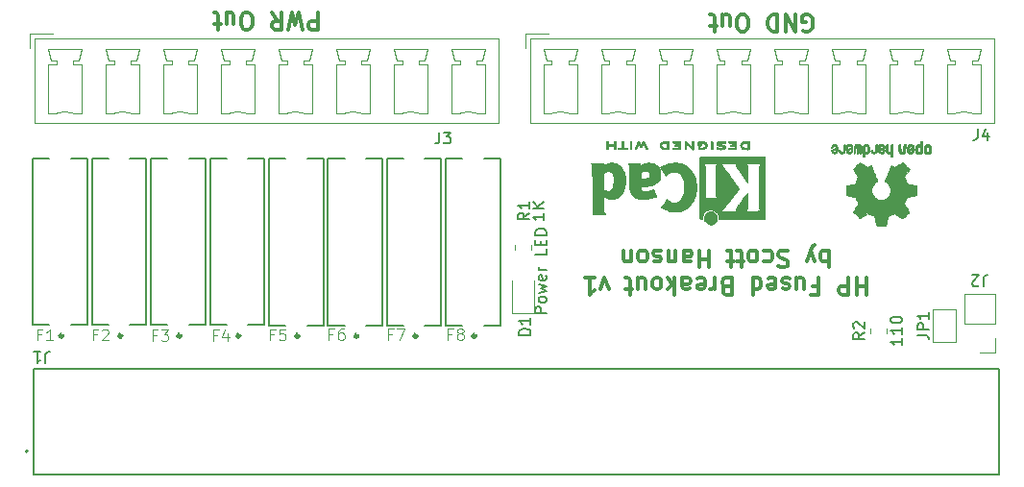
<source format=gbr>
G04 #@! TF.GenerationSoftware,KiCad,Pcbnew,(6.0.4)*
G04 #@! TF.CreationDate,2022-05-02T19:54:18-04:00*
G04 #@! TF.ProjectId,Power_Breakout,506f7765-725f-4427-9265-616b6f75742e,v1*
G04 #@! TF.SameCoordinates,Original*
G04 #@! TF.FileFunction,Legend,Top*
G04 #@! TF.FilePolarity,Positive*
%FSLAX46Y46*%
G04 Gerber Fmt 4.6, Leading zero omitted, Abs format (unit mm)*
G04 Created by KiCad (PCBNEW (6.0.4)) date 2022-05-02 19:54:18*
%MOMM*%
%LPD*%
G01*
G04 APERTURE LIST*
%ADD10C,0.300000*%
%ADD11C,0.150000*%
%ADD12C,0.050000*%
%ADD13C,0.120000*%
%ADD14C,0.127000*%
%ADD15C,0.200000*%
%ADD16C,0.010000*%
G04 APERTURE END LIST*
D10*
X190657142Y-144578928D02*
X190657142Y-146078928D01*
X190657142Y-145364642D02*
X189800000Y-145364642D01*
X189800000Y-144578928D02*
X189800000Y-146078928D01*
X189085714Y-144578928D02*
X189085714Y-146078928D01*
X188514285Y-146078928D01*
X188371428Y-146007500D01*
X188300000Y-145936071D01*
X188228571Y-145793214D01*
X188228571Y-145578928D01*
X188300000Y-145436071D01*
X188371428Y-145364642D01*
X188514285Y-145293214D01*
X189085714Y-145293214D01*
X185942857Y-145364642D02*
X186442857Y-145364642D01*
X186442857Y-144578928D02*
X186442857Y-146078928D01*
X185728571Y-146078928D01*
X184514285Y-145578928D02*
X184514285Y-144578928D01*
X185157142Y-145578928D02*
X185157142Y-144793214D01*
X185085714Y-144650357D01*
X184942857Y-144578928D01*
X184728571Y-144578928D01*
X184585714Y-144650357D01*
X184514285Y-144721785D01*
X183871428Y-144650357D02*
X183728571Y-144578928D01*
X183442857Y-144578928D01*
X183300000Y-144650357D01*
X183228571Y-144793214D01*
X183228571Y-144864642D01*
X183300000Y-145007500D01*
X183442857Y-145078928D01*
X183657142Y-145078928D01*
X183800000Y-145150357D01*
X183871428Y-145293214D01*
X183871428Y-145364642D01*
X183800000Y-145507500D01*
X183657142Y-145578928D01*
X183442857Y-145578928D01*
X183300000Y-145507500D01*
X182014285Y-144650357D02*
X182157142Y-144578928D01*
X182442857Y-144578928D01*
X182585714Y-144650357D01*
X182657142Y-144793214D01*
X182657142Y-145364642D01*
X182585714Y-145507500D01*
X182442857Y-145578928D01*
X182157142Y-145578928D01*
X182014285Y-145507500D01*
X181942857Y-145364642D01*
X181942857Y-145221785D01*
X182657142Y-145078928D01*
X180657142Y-144578928D02*
X180657142Y-146078928D01*
X180657142Y-144650357D02*
X180800000Y-144578928D01*
X181085714Y-144578928D01*
X181228571Y-144650357D01*
X181300000Y-144721785D01*
X181371428Y-144864642D01*
X181371428Y-145293214D01*
X181300000Y-145436071D01*
X181228571Y-145507500D01*
X181085714Y-145578928D01*
X180800000Y-145578928D01*
X180657142Y-145507500D01*
X178300000Y-145364642D02*
X178085714Y-145293214D01*
X178014285Y-145221785D01*
X177942857Y-145078928D01*
X177942857Y-144864642D01*
X178014285Y-144721785D01*
X178085714Y-144650357D01*
X178228571Y-144578928D01*
X178800000Y-144578928D01*
X178800000Y-146078928D01*
X178300000Y-146078928D01*
X178157142Y-146007500D01*
X178085714Y-145936071D01*
X178014285Y-145793214D01*
X178014285Y-145650357D01*
X178085714Y-145507500D01*
X178157142Y-145436071D01*
X178300000Y-145364642D01*
X178800000Y-145364642D01*
X177300000Y-144578928D02*
X177300000Y-145578928D01*
X177300000Y-145293214D02*
X177228571Y-145436071D01*
X177157142Y-145507500D01*
X177014285Y-145578928D01*
X176871428Y-145578928D01*
X175800000Y-144650357D02*
X175942857Y-144578928D01*
X176228571Y-144578928D01*
X176371428Y-144650357D01*
X176442857Y-144793214D01*
X176442857Y-145364642D01*
X176371428Y-145507500D01*
X176228571Y-145578928D01*
X175942857Y-145578928D01*
X175800000Y-145507500D01*
X175728571Y-145364642D01*
X175728571Y-145221785D01*
X176442857Y-145078928D01*
X174442857Y-144578928D02*
X174442857Y-145364642D01*
X174514285Y-145507500D01*
X174657142Y-145578928D01*
X174942857Y-145578928D01*
X175085714Y-145507500D01*
X174442857Y-144650357D02*
X174585714Y-144578928D01*
X174942857Y-144578928D01*
X175085714Y-144650357D01*
X175157142Y-144793214D01*
X175157142Y-144936071D01*
X175085714Y-145078928D01*
X174942857Y-145150357D01*
X174585714Y-145150357D01*
X174442857Y-145221785D01*
X173728571Y-144578928D02*
X173728571Y-146078928D01*
X173585714Y-145150357D02*
X173157142Y-144578928D01*
X173157142Y-145578928D02*
X173728571Y-145007500D01*
X172300000Y-144578928D02*
X172442857Y-144650357D01*
X172514285Y-144721785D01*
X172585714Y-144864642D01*
X172585714Y-145293214D01*
X172514285Y-145436071D01*
X172442857Y-145507500D01*
X172300000Y-145578928D01*
X172085714Y-145578928D01*
X171942857Y-145507500D01*
X171871428Y-145436071D01*
X171800000Y-145293214D01*
X171800000Y-144864642D01*
X171871428Y-144721785D01*
X171942857Y-144650357D01*
X172085714Y-144578928D01*
X172300000Y-144578928D01*
X170514285Y-145578928D02*
X170514285Y-144578928D01*
X171157142Y-145578928D02*
X171157142Y-144793214D01*
X171085714Y-144650357D01*
X170942857Y-144578928D01*
X170728571Y-144578928D01*
X170585714Y-144650357D01*
X170514285Y-144721785D01*
X170014285Y-145578928D02*
X169442857Y-145578928D01*
X169800000Y-146078928D02*
X169800000Y-144793214D01*
X169728571Y-144650357D01*
X169585714Y-144578928D01*
X169442857Y-144578928D01*
X167942857Y-145578928D02*
X167585714Y-144578928D01*
X167228571Y-145578928D01*
X165871428Y-144578928D02*
X166728571Y-144578928D01*
X166300000Y-144578928D02*
X166300000Y-146078928D01*
X166442857Y-145864642D01*
X166585714Y-145721785D01*
X166728571Y-145650357D01*
X187335714Y-142163928D02*
X187335714Y-143663928D01*
X187335714Y-143092500D02*
X187192857Y-143163928D01*
X186907142Y-143163928D01*
X186764285Y-143092500D01*
X186692857Y-143021071D01*
X186621428Y-142878214D01*
X186621428Y-142449642D01*
X186692857Y-142306785D01*
X186764285Y-142235357D01*
X186907142Y-142163928D01*
X187192857Y-142163928D01*
X187335714Y-142235357D01*
X186121428Y-143163928D02*
X185764285Y-142163928D01*
X185407142Y-143163928D02*
X185764285Y-142163928D01*
X185907142Y-141806785D01*
X185978571Y-141735357D01*
X186121428Y-141663928D01*
X183764285Y-142235357D02*
X183550000Y-142163928D01*
X183192857Y-142163928D01*
X183050000Y-142235357D01*
X182978571Y-142306785D01*
X182907142Y-142449642D01*
X182907142Y-142592500D01*
X182978571Y-142735357D01*
X183050000Y-142806785D01*
X183192857Y-142878214D01*
X183478571Y-142949642D01*
X183621428Y-143021071D01*
X183692857Y-143092500D01*
X183764285Y-143235357D01*
X183764285Y-143378214D01*
X183692857Y-143521071D01*
X183621428Y-143592500D01*
X183478571Y-143663928D01*
X183121428Y-143663928D01*
X182907142Y-143592500D01*
X181621428Y-142235357D02*
X181764285Y-142163928D01*
X182050000Y-142163928D01*
X182192857Y-142235357D01*
X182264285Y-142306785D01*
X182335714Y-142449642D01*
X182335714Y-142878214D01*
X182264285Y-143021071D01*
X182192857Y-143092500D01*
X182050000Y-143163928D01*
X181764285Y-143163928D01*
X181621428Y-143092500D01*
X180764285Y-142163928D02*
X180907142Y-142235357D01*
X180978571Y-142306785D01*
X181050000Y-142449642D01*
X181050000Y-142878214D01*
X180978571Y-143021071D01*
X180907142Y-143092500D01*
X180764285Y-143163928D01*
X180550000Y-143163928D01*
X180407142Y-143092500D01*
X180335714Y-143021071D01*
X180264285Y-142878214D01*
X180264285Y-142449642D01*
X180335714Y-142306785D01*
X180407142Y-142235357D01*
X180550000Y-142163928D01*
X180764285Y-142163928D01*
X179835714Y-143163928D02*
X179264285Y-143163928D01*
X179621428Y-143663928D02*
X179621428Y-142378214D01*
X179550000Y-142235357D01*
X179407142Y-142163928D01*
X179264285Y-142163928D01*
X178978571Y-143163928D02*
X178407142Y-143163928D01*
X178764285Y-143663928D02*
X178764285Y-142378214D01*
X178692857Y-142235357D01*
X178550000Y-142163928D01*
X178407142Y-142163928D01*
X176764285Y-142163928D02*
X176764285Y-143663928D01*
X176764285Y-142949642D02*
X175907142Y-142949642D01*
X175907142Y-142163928D02*
X175907142Y-143663928D01*
X174550000Y-142163928D02*
X174550000Y-142949642D01*
X174621428Y-143092500D01*
X174764285Y-143163928D01*
X175050000Y-143163928D01*
X175192857Y-143092500D01*
X174550000Y-142235357D02*
X174692857Y-142163928D01*
X175050000Y-142163928D01*
X175192857Y-142235357D01*
X175264285Y-142378214D01*
X175264285Y-142521071D01*
X175192857Y-142663928D01*
X175050000Y-142735357D01*
X174692857Y-142735357D01*
X174550000Y-142806785D01*
X173835714Y-143163928D02*
X173835714Y-142163928D01*
X173835714Y-143021071D02*
X173764285Y-143092500D01*
X173621428Y-143163928D01*
X173407142Y-143163928D01*
X173264285Y-143092500D01*
X173192857Y-142949642D01*
X173192857Y-142163928D01*
X172550000Y-142235357D02*
X172407142Y-142163928D01*
X172121428Y-142163928D01*
X171978571Y-142235357D01*
X171907142Y-142378214D01*
X171907142Y-142449642D01*
X171978571Y-142592500D01*
X172121428Y-142663928D01*
X172335714Y-142663928D01*
X172478571Y-142735357D01*
X172550000Y-142878214D01*
X172550000Y-142949642D01*
X172478571Y-143092500D01*
X172335714Y-143163928D01*
X172121428Y-143163928D01*
X171978571Y-143092500D01*
X171050000Y-142163928D02*
X171192857Y-142235357D01*
X171264285Y-142306785D01*
X171335714Y-142449642D01*
X171335714Y-142878214D01*
X171264285Y-143021071D01*
X171192857Y-143092500D01*
X171050000Y-143163928D01*
X170835714Y-143163928D01*
X170692857Y-143092500D01*
X170621428Y-143021071D01*
X170550000Y-142878214D01*
X170550000Y-142449642D01*
X170621428Y-142306785D01*
X170692857Y-142235357D01*
X170835714Y-142163928D01*
X171050000Y-142163928D01*
X169907142Y-143163928D02*
X169907142Y-142163928D01*
X169907142Y-143021071D02*
X169835714Y-143092500D01*
X169692857Y-143163928D01*
X169478571Y-143163928D01*
X169335714Y-143092500D01*
X169264285Y-142949642D01*
X169264285Y-142163928D01*
D11*
X190502380Y-149416666D02*
X190026190Y-149750000D01*
X190502380Y-149988095D02*
X189502380Y-149988095D01*
X189502380Y-149607142D01*
X189550000Y-149511904D01*
X189597619Y-149464285D01*
X189692857Y-149416666D01*
X189835714Y-149416666D01*
X189930952Y-149464285D01*
X189978571Y-149511904D01*
X190026190Y-149607142D01*
X190026190Y-149988095D01*
X189597619Y-149035714D02*
X189550000Y-148988095D01*
X189502380Y-148892857D01*
X189502380Y-148654761D01*
X189550000Y-148559523D01*
X189597619Y-148511904D01*
X189692857Y-148464285D01*
X189788095Y-148464285D01*
X189930952Y-148511904D01*
X190502380Y-149083333D01*
X190502380Y-148464285D01*
X193802380Y-149916666D02*
X193802380Y-150488095D01*
X193802380Y-150202380D02*
X192802380Y-150202380D01*
X192945238Y-150297619D01*
X193040476Y-150392857D01*
X193088095Y-150488095D01*
X193802380Y-148964285D02*
X193802380Y-149535714D01*
X193802380Y-149250000D02*
X192802380Y-149250000D01*
X192945238Y-149345238D01*
X193040476Y-149440476D01*
X193088095Y-149535714D01*
X192802380Y-148345238D02*
X192802380Y-148250000D01*
X192850000Y-148154761D01*
X192897619Y-148107142D01*
X192992857Y-148059523D01*
X193183333Y-148011904D01*
X193421428Y-148011904D01*
X193611904Y-148059523D01*
X193707142Y-148107142D01*
X193754761Y-148154761D01*
X193802380Y-148250000D01*
X193802380Y-148345238D01*
X193754761Y-148440476D01*
X193707142Y-148488095D01*
X193611904Y-148535714D01*
X193421428Y-148583333D01*
X193183333Y-148583333D01*
X192992857Y-148535714D01*
X192897619Y-148488095D01*
X192850000Y-148440476D01*
X192802380Y-148345238D01*
X161052380Y-149638095D02*
X160052380Y-149638095D01*
X160052380Y-149400000D01*
X160100000Y-149257142D01*
X160195238Y-149161904D01*
X160290476Y-149114285D01*
X160480952Y-149066666D01*
X160623809Y-149066666D01*
X160814285Y-149114285D01*
X160909523Y-149161904D01*
X161004761Y-149257142D01*
X161052380Y-149400000D01*
X161052380Y-149638095D01*
X161052380Y-148114285D02*
X161052380Y-148685714D01*
X161052380Y-148400000D02*
X160052380Y-148400000D01*
X160195238Y-148495238D01*
X160290476Y-148590476D01*
X160338095Y-148685714D01*
X162452380Y-147714285D02*
X161452380Y-147714285D01*
X161452380Y-147333333D01*
X161500000Y-147238095D01*
X161547619Y-147190476D01*
X161642857Y-147142857D01*
X161785714Y-147142857D01*
X161880952Y-147190476D01*
X161928571Y-147238095D01*
X161976190Y-147333333D01*
X161976190Y-147714285D01*
X162452380Y-146571428D02*
X162404761Y-146666666D01*
X162357142Y-146714285D01*
X162261904Y-146761904D01*
X161976190Y-146761904D01*
X161880952Y-146714285D01*
X161833333Y-146666666D01*
X161785714Y-146571428D01*
X161785714Y-146428571D01*
X161833333Y-146333333D01*
X161880952Y-146285714D01*
X161976190Y-146238095D01*
X162261904Y-146238095D01*
X162357142Y-146285714D01*
X162404761Y-146333333D01*
X162452380Y-146428571D01*
X162452380Y-146571428D01*
X161785714Y-145904761D02*
X162452380Y-145714285D01*
X161976190Y-145523809D01*
X162452380Y-145333333D01*
X161785714Y-145142857D01*
X162404761Y-144380952D02*
X162452380Y-144476190D01*
X162452380Y-144666666D01*
X162404761Y-144761904D01*
X162309523Y-144809523D01*
X161928571Y-144809523D01*
X161833333Y-144761904D01*
X161785714Y-144666666D01*
X161785714Y-144476190D01*
X161833333Y-144380952D01*
X161928571Y-144333333D01*
X162023809Y-144333333D01*
X162119047Y-144809523D01*
X162452380Y-143904761D02*
X161785714Y-143904761D01*
X161976190Y-143904761D02*
X161880952Y-143857142D01*
X161833333Y-143809523D01*
X161785714Y-143714285D01*
X161785714Y-143619047D01*
X162452380Y-142047619D02*
X162452380Y-142523809D01*
X161452380Y-142523809D01*
X161928571Y-141714285D02*
X161928571Y-141380952D01*
X162452380Y-141238095D02*
X162452380Y-141714285D01*
X161452380Y-141714285D01*
X161452380Y-141238095D01*
X162452380Y-140809523D02*
X161452380Y-140809523D01*
X161452380Y-140571428D01*
X161500000Y-140428571D01*
X161595238Y-140333333D01*
X161690476Y-140285714D01*
X161880952Y-140238095D01*
X162023809Y-140238095D01*
X162214285Y-140285714D01*
X162309523Y-140333333D01*
X162404761Y-140428571D01*
X162452380Y-140571428D01*
X162452380Y-140809523D01*
X160952380Y-138866666D02*
X160476190Y-139200000D01*
X160952380Y-139438095D02*
X159952380Y-139438095D01*
X159952380Y-139057142D01*
X160000000Y-138961904D01*
X160047619Y-138914285D01*
X160142857Y-138866666D01*
X160285714Y-138866666D01*
X160380952Y-138914285D01*
X160428571Y-138961904D01*
X160476190Y-139057142D01*
X160476190Y-139438095D01*
X160952380Y-137914285D02*
X160952380Y-138485714D01*
X160952380Y-138200000D02*
X159952380Y-138200000D01*
X160095238Y-138295238D01*
X160190476Y-138390476D01*
X160238095Y-138485714D01*
X162252380Y-138914285D02*
X162252380Y-139485714D01*
X162252380Y-139200000D02*
X161252380Y-139200000D01*
X161395238Y-139295238D01*
X161490476Y-139390476D01*
X161538095Y-139485714D01*
X162252380Y-138485714D02*
X161252380Y-138485714D01*
X162252380Y-137914285D02*
X161680952Y-138342857D01*
X161252380Y-137914285D02*
X161823809Y-138485714D01*
X118283333Y-152097619D02*
X118283333Y-151383333D01*
X118330952Y-151240476D01*
X118426190Y-151145238D01*
X118569047Y-151097619D01*
X118664285Y-151097619D01*
X117283333Y-151097619D02*
X117854761Y-151097619D01*
X117569047Y-151097619D02*
X117569047Y-152097619D01*
X117664285Y-151954761D01*
X117759523Y-151859523D01*
X117854761Y-151811904D01*
X200466666Y-131452380D02*
X200466666Y-132166666D01*
X200419047Y-132309523D01*
X200323809Y-132404761D01*
X200180952Y-132452380D01*
X200085714Y-132452380D01*
X201371428Y-131785714D02*
X201371428Y-132452380D01*
X201133333Y-131404761D02*
X200895238Y-132119047D01*
X201514285Y-132119047D01*
D10*
X185107142Y-122800000D02*
X185250000Y-122871428D01*
X185464285Y-122871428D01*
X185678571Y-122800000D01*
X185821428Y-122657142D01*
X185892857Y-122514285D01*
X185964285Y-122228571D01*
X185964285Y-122014285D01*
X185892857Y-121728571D01*
X185821428Y-121585714D01*
X185678571Y-121442857D01*
X185464285Y-121371428D01*
X185321428Y-121371428D01*
X185107142Y-121442857D01*
X185035714Y-121514285D01*
X185035714Y-122014285D01*
X185321428Y-122014285D01*
X184392857Y-121371428D02*
X184392857Y-122871428D01*
X183535714Y-121371428D01*
X183535714Y-122871428D01*
X182821428Y-121371428D02*
X182821428Y-122871428D01*
X182464285Y-122871428D01*
X182250000Y-122800000D01*
X182107142Y-122657142D01*
X182035714Y-122514285D01*
X181964285Y-122228571D01*
X181964285Y-122014285D01*
X182035714Y-121728571D01*
X182107142Y-121585714D01*
X182250000Y-121442857D01*
X182464285Y-121371428D01*
X182821428Y-121371428D01*
X179892857Y-122871428D02*
X179607142Y-122871428D01*
X179464285Y-122800000D01*
X179321428Y-122657142D01*
X179250000Y-122371428D01*
X179250000Y-121871428D01*
X179321428Y-121585714D01*
X179464285Y-121442857D01*
X179607142Y-121371428D01*
X179892857Y-121371428D01*
X180035714Y-121442857D01*
X180178571Y-121585714D01*
X180250000Y-121871428D01*
X180250000Y-122371428D01*
X180178571Y-122657142D01*
X180035714Y-122800000D01*
X179892857Y-122871428D01*
X177964285Y-122371428D02*
X177964285Y-121371428D01*
X178607142Y-122371428D02*
X178607142Y-121585714D01*
X178535714Y-121442857D01*
X178392857Y-121371428D01*
X178178571Y-121371428D01*
X178035714Y-121442857D01*
X177964285Y-121514285D01*
X177464285Y-122371428D02*
X176892857Y-122371428D01*
X177250000Y-122871428D02*
X177250000Y-121585714D01*
X177178571Y-121442857D01*
X177035714Y-121371428D01*
X176892857Y-121371428D01*
D12*
X133416666Y-149628571D02*
X133083333Y-149628571D01*
X133083333Y-150152380D02*
X133083333Y-149152380D01*
X133559523Y-149152380D01*
X134369047Y-149485714D02*
X134369047Y-150152380D01*
X134130952Y-149104761D02*
X133892857Y-149819047D01*
X134511904Y-149819047D01*
X122816666Y-149578571D02*
X122483333Y-149578571D01*
X122483333Y-150102380D02*
X122483333Y-149102380D01*
X122959523Y-149102380D01*
X123292857Y-149197619D02*
X123340476Y-149150000D01*
X123435714Y-149102380D01*
X123673809Y-149102380D01*
X123769047Y-149150000D01*
X123816666Y-149197619D01*
X123864285Y-149292857D01*
X123864285Y-149388095D01*
X123816666Y-149530952D01*
X123245238Y-150102380D01*
X123864285Y-150102380D01*
X148866666Y-149528571D02*
X148533333Y-149528571D01*
X148533333Y-150052380D02*
X148533333Y-149052380D01*
X149009523Y-149052380D01*
X149295238Y-149052380D02*
X149961904Y-149052380D01*
X149533333Y-150052380D01*
D11*
X153016666Y-131752380D02*
X153016666Y-132466666D01*
X152969047Y-132609523D01*
X152873809Y-132704761D01*
X152730952Y-132752380D01*
X152635714Y-132752380D01*
X153397619Y-131752380D02*
X154016666Y-131752380D01*
X153683333Y-132133333D01*
X153826190Y-132133333D01*
X153921428Y-132180952D01*
X153969047Y-132228571D01*
X154016666Y-132323809D01*
X154016666Y-132561904D01*
X153969047Y-132657142D01*
X153921428Y-132704761D01*
X153826190Y-132752380D01*
X153540476Y-132752380D01*
X153445238Y-132704761D01*
X153397619Y-132657142D01*
D10*
X142314285Y-121221428D02*
X142314285Y-122721428D01*
X141742857Y-122721428D01*
X141600000Y-122650000D01*
X141528571Y-122578571D01*
X141457142Y-122435714D01*
X141457142Y-122221428D01*
X141528571Y-122078571D01*
X141600000Y-122007142D01*
X141742857Y-121935714D01*
X142314285Y-121935714D01*
X140957142Y-122721428D02*
X140600000Y-121221428D01*
X140314285Y-122292857D01*
X140028571Y-121221428D01*
X139671428Y-122721428D01*
X138242857Y-121221428D02*
X138742857Y-121935714D01*
X139100000Y-121221428D02*
X139100000Y-122721428D01*
X138528571Y-122721428D01*
X138385714Y-122650000D01*
X138314285Y-122578571D01*
X138242857Y-122435714D01*
X138242857Y-122221428D01*
X138314285Y-122078571D01*
X138385714Y-122007142D01*
X138528571Y-121935714D01*
X139100000Y-121935714D01*
X136171428Y-122721428D02*
X135885714Y-122721428D01*
X135742857Y-122650000D01*
X135600000Y-122507142D01*
X135528571Y-122221428D01*
X135528571Y-121721428D01*
X135600000Y-121435714D01*
X135742857Y-121292857D01*
X135885714Y-121221428D01*
X136171428Y-121221428D01*
X136314285Y-121292857D01*
X136457142Y-121435714D01*
X136528571Y-121721428D01*
X136528571Y-122221428D01*
X136457142Y-122507142D01*
X136314285Y-122650000D01*
X136171428Y-122721428D01*
X134242857Y-122221428D02*
X134242857Y-121221428D01*
X134885714Y-122221428D02*
X134885714Y-121435714D01*
X134814285Y-121292857D01*
X134671428Y-121221428D01*
X134457142Y-121221428D01*
X134314285Y-121292857D01*
X134242857Y-121364285D01*
X133742857Y-122221428D02*
X133171428Y-122221428D01*
X133528571Y-122721428D02*
X133528571Y-121435714D01*
X133457142Y-121292857D01*
X133314285Y-121221428D01*
X133171428Y-121221428D01*
D12*
X138416666Y-149578571D02*
X138083333Y-149578571D01*
X138083333Y-150102380D02*
X138083333Y-149102380D01*
X138559523Y-149102380D01*
X139416666Y-149102380D02*
X138940476Y-149102380D01*
X138892857Y-149578571D01*
X138940476Y-149530952D01*
X139035714Y-149483333D01*
X139273809Y-149483333D01*
X139369047Y-149530952D01*
X139416666Y-149578571D01*
X139464285Y-149673809D01*
X139464285Y-149911904D01*
X139416666Y-150007142D01*
X139369047Y-150054761D01*
X139273809Y-150102380D01*
X139035714Y-150102380D01*
X138940476Y-150054761D01*
X138892857Y-150007142D01*
X143616666Y-149528571D02*
X143283333Y-149528571D01*
X143283333Y-150052380D02*
X143283333Y-149052380D01*
X143759523Y-149052380D01*
X144569047Y-149052380D02*
X144378571Y-149052380D01*
X144283333Y-149100000D01*
X144235714Y-149147619D01*
X144140476Y-149290476D01*
X144092857Y-149480952D01*
X144092857Y-149861904D01*
X144140476Y-149957142D01*
X144188095Y-150004761D01*
X144283333Y-150052380D01*
X144473809Y-150052380D01*
X144569047Y-150004761D01*
X144616666Y-149957142D01*
X144664285Y-149861904D01*
X144664285Y-149623809D01*
X144616666Y-149528571D01*
X144569047Y-149480952D01*
X144473809Y-149433333D01*
X144283333Y-149433333D01*
X144188095Y-149480952D01*
X144140476Y-149528571D01*
X144092857Y-149623809D01*
X117916666Y-149578571D02*
X117583333Y-149578571D01*
X117583333Y-150102380D02*
X117583333Y-149102380D01*
X118059523Y-149102380D01*
X118964285Y-150102380D02*
X118392857Y-150102380D01*
X118678571Y-150102380D02*
X118678571Y-149102380D01*
X118583333Y-149245238D01*
X118488095Y-149340476D01*
X118392857Y-149388095D01*
X154116666Y-149528571D02*
X153783333Y-149528571D01*
X153783333Y-150052380D02*
X153783333Y-149052380D01*
X154259523Y-149052380D01*
X154783333Y-149480952D02*
X154688095Y-149433333D01*
X154640476Y-149385714D01*
X154592857Y-149290476D01*
X154592857Y-149242857D01*
X154640476Y-149147619D01*
X154688095Y-149100000D01*
X154783333Y-149052380D01*
X154973809Y-149052380D01*
X155069047Y-149100000D01*
X155116666Y-149147619D01*
X155164285Y-149242857D01*
X155164285Y-149290476D01*
X155116666Y-149385714D01*
X155069047Y-149433333D01*
X154973809Y-149480952D01*
X154783333Y-149480952D01*
X154688095Y-149528571D01*
X154640476Y-149576190D01*
X154592857Y-149671428D01*
X154592857Y-149861904D01*
X154640476Y-149957142D01*
X154688095Y-150004761D01*
X154783333Y-150052380D01*
X154973809Y-150052380D01*
X155069047Y-150004761D01*
X155116666Y-149957142D01*
X155164285Y-149861904D01*
X155164285Y-149671428D01*
X155116666Y-149576190D01*
X155069047Y-149528571D01*
X154973809Y-149480952D01*
D11*
X200983333Y-145347619D02*
X200983333Y-144633333D01*
X201030952Y-144490476D01*
X201126190Y-144395238D01*
X201269047Y-144347619D01*
X201364285Y-144347619D01*
X200554761Y-145252380D02*
X200507142Y-145300000D01*
X200411904Y-145347619D01*
X200173809Y-145347619D01*
X200078571Y-145300000D01*
X200030952Y-145252380D01*
X199983333Y-145157142D01*
X199983333Y-145061904D01*
X200030952Y-144919047D01*
X200602380Y-144347619D01*
X199983333Y-144347619D01*
D12*
X128066666Y-149628571D02*
X127733333Y-149628571D01*
X127733333Y-150152380D02*
X127733333Y-149152380D01*
X128209523Y-149152380D01*
X128495238Y-149152380D02*
X129114285Y-149152380D01*
X128780952Y-149533333D01*
X128923809Y-149533333D01*
X129019047Y-149580952D01*
X129066666Y-149628571D01*
X129114285Y-149723809D01*
X129114285Y-149961904D01*
X129066666Y-150057142D01*
X129019047Y-150104761D01*
X128923809Y-150152380D01*
X128638095Y-150152380D01*
X128542857Y-150104761D01*
X128495238Y-150057142D01*
D11*
X195152380Y-149633333D02*
X195866666Y-149633333D01*
X196009523Y-149680952D01*
X196104761Y-149776190D01*
X196152380Y-149919047D01*
X196152380Y-150014285D01*
X196152380Y-149157142D02*
X195152380Y-149157142D01*
X195152380Y-148776190D01*
X195200000Y-148680952D01*
X195247619Y-148633333D01*
X195342857Y-148585714D01*
X195485714Y-148585714D01*
X195580952Y-148633333D01*
X195628571Y-148680952D01*
X195676190Y-148776190D01*
X195676190Y-149157142D01*
X196152380Y-147633333D02*
X196152380Y-148204761D01*
X196152380Y-147919047D02*
X195152380Y-147919047D01*
X195295238Y-148014285D01*
X195390476Y-148109523D01*
X195438095Y-148204761D01*
D13*
X190965000Y-149477064D02*
X190965000Y-149022936D01*
X192435000Y-149477064D02*
X192435000Y-149022936D01*
X161360000Y-147685000D02*
X161360000Y-144825000D01*
X159440000Y-147685000D02*
X161360000Y-147685000D01*
X159440000Y-144825000D02*
X159440000Y-147685000D01*
X159665000Y-141672936D02*
X159665000Y-142127064D01*
X161135000Y-141672936D02*
X161135000Y-142127064D01*
D14*
X117221000Y-152576400D02*
X117221000Y-161926400D01*
X202311000Y-154226400D02*
X202311000Y-160276400D01*
D11*
X202311000Y-152576400D02*
X202311000Y-161926400D01*
D14*
X202311000Y-161926400D02*
X117221000Y-161926400D01*
X117221000Y-152576400D02*
X202311000Y-152576400D01*
D15*
X116746000Y-159881400D02*
G75*
G03*
X116746000Y-159881400I-100000J0D01*
G01*
G36*
X194095579Y-133138515D02*
G01*
X194093116Y-133263532D01*
X194090233Y-133355918D01*
X194086102Y-133422119D01*
X194079893Y-133468580D01*
X194070774Y-133501744D01*
X194057917Y-133528056D01*
X194042416Y-133551271D01*
X193967629Y-133625431D01*
X193876372Y-133668316D01*
X193777117Y-133678588D01*
X193678336Y-133654911D01*
X193615633Y-133618642D01*
X193572039Y-133582642D01*
X193540155Y-133544925D01*
X193518190Y-133498801D01*
X193504351Y-133437579D01*
X193496847Y-133354569D01*
X193493883Y-133243081D01*
X193493539Y-133162938D01*
X193493539Y-132867935D01*
X193659615Y-132793485D01*
X193669385Y-133116598D01*
X193673421Y-133237271D01*
X193677656Y-133324859D01*
X193682903Y-133385350D01*
X193689975Y-133424732D01*
X193699689Y-133448993D01*
X193712856Y-133464120D01*
X193717081Y-133467394D01*
X193781091Y-133492966D01*
X193845792Y-133482847D01*
X193884308Y-133456000D01*
X193899975Y-133436976D01*
X193910820Y-133412012D01*
X193917712Y-133374166D01*
X193921521Y-133316498D01*
X193923117Y-133232065D01*
X193923385Y-133144072D01*
X193923437Y-133033677D01*
X193925328Y-132955537D01*
X193931655Y-132902835D01*
X193945017Y-132868758D01*
X193968015Y-132846489D01*
X194003246Y-132829213D01*
X194050303Y-132811262D01*
X194101697Y-132791722D01*
X194095579Y-133138515D01*
G37*
D16*
X194095579Y-133138515D02*
X194093116Y-133263532D01*
X194090233Y-133355918D01*
X194086102Y-133422119D01*
X194079893Y-133468580D01*
X194070774Y-133501744D01*
X194057917Y-133528056D01*
X194042416Y-133551271D01*
X193967629Y-133625431D01*
X193876372Y-133668316D01*
X193777117Y-133678588D01*
X193678336Y-133654911D01*
X193615633Y-133618642D01*
X193572039Y-133582642D01*
X193540155Y-133544925D01*
X193518190Y-133498801D01*
X193504351Y-133437579D01*
X193496847Y-133354569D01*
X193493883Y-133243081D01*
X193493539Y-133162938D01*
X193493539Y-132867935D01*
X193659615Y-132793485D01*
X193669385Y-133116598D01*
X193673421Y-133237271D01*
X193677656Y-133324859D01*
X193682903Y-133385350D01*
X193689975Y-133424732D01*
X193699689Y-133448993D01*
X193712856Y-133464120D01*
X193717081Y-133467394D01*
X193781091Y-133492966D01*
X193845792Y-133482847D01*
X193884308Y-133456000D01*
X193899975Y-133436976D01*
X193910820Y-133412012D01*
X193917712Y-133374166D01*
X193921521Y-133316498D01*
X193923117Y-133232065D01*
X193923385Y-133144072D01*
X193923437Y-133033677D01*
X193925328Y-132955537D01*
X193931655Y-132902835D01*
X193945017Y-132868758D01*
X193968015Y-132846489D01*
X194003246Y-132829213D01*
X194050303Y-132811262D01*
X194101697Y-132791722D01*
X194095579Y-133138515D01*
G36*
X188994558Y-132829390D02*
G01*
X188997505Y-132878352D01*
X188999309Y-132949847D01*
X188999692Y-133006615D01*
X189001339Y-133088629D01*
X189005778Y-133153691D01*
X189012260Y-133193533D01*
X189017410Y-133202000D01*
X189052023Y-133193354D01*
X189106360Y-133171177D01*
X189169278Y-133141114D01*
X189229632Y-133108808D01*
X189276279Y-133079902D01*
X189298074Y-133060039D01*
X189298161Y-133059825D01*
X189296286Y-133023065D01*
X189279475Y-132987974D01*
X189249961Y-132959472D01*
X189206884Y-132949939D01*
X189170068Y-132951050D01*
X189117926Y-132951867D01*
X189090556Y-132939651D01*
X189074118Y-132907376D01*
X189072045Y-132901290D01*
X189064919Y-132855261D01*
X189083976Y-132827313D01*
X189133647Y-132813993D01*
X189187303Y-132811530D01*
X189283858Y-132829790D01*
X189333841Y-132855869D01*
X189395571Y-132917132D01*
X189428310Y-132992330D01*
X189431247Y-133071789D01*
X189403576Y-133145833D01*
X189361953Y-133192231D01*
X189320396Y-133218207D01*
X189255078Y-133251093D01*
X189178962Y-133284443D01*
X189166274Y-133289539D01*
X189082667Y-133326435D01*
X189034470Y-133358954D01*
X189018970Y-133391282D01*
X189033450Y-133427606D01*
X189058308Y-133456000D01*
X189117061Y-133490961D01*
X189181707Y-133493583D01*
X189240992Y-133466642D01*
X189283661Y-133412912D01*
X189289261Y-133399050D01*
X189321867Y-133348064D01*
X189369470Y-133310213D01*
X189429539Y-133279150D01*
X189429539Y-133367232D01*
X189426003Y-133421049D01*
X189410844Y-133463466D01*
X189377232Y-133508721D01*
X189344965Y-133543580D01*
X189294791Y-133592938D01*
X189255807Y-133619453D01*
X189213936Y-133630089D01*
X189166540Y-133631846D01*
X189062667Y-133616472D01*
X189006410Y-133590883D01*
X188962253Y-133559876D01*
X188929899Y-133525205D01*
X188907562Y-133480480D01*
X188893454Y-133419308D01*
X188885789Y-133335299D01*
X188882780Y-133222060D01*
X188882462Y-133147491D01*
X188882462Y-132856580D01*
X188932227Y-132833905D01*
X188971424Y-132817333D01*
X188990843Y-132811231D01*
X188994558Y-132829390D01*
G37*
X188994558Y-132829390D02*
X188997505Y-132878352D01*
X188999309Y-132949847D01*
X188999692Y-133006615D01*
X189001339Y-133088629D01*
X189005778Y-133153691D01*
X189012260Y-133193533D01*
X189017410Y-133202000D01*
X189052023Y-133193354D01*
X189106360Y-133171177D01*
X189169278Y-133141114D01*
X189229632Y-133108808D01*
X189276279Y-133079902D01*
X189298074Y-133060039D01*
X189298161Y-133059825D01*
X189296286Y-133023065D01*
X189279475Y-132987974D01*
X189249961Y-132959472D01*
X189206884Y-132949939D01*
X189170068Y-132951050D01*
X189117926Y-132951867D01*
X189090556Y-132939651D01*
X189074118Y-132907376D01*
X189072045Y-132901290D01*
X189064919Y-132855261D01*
X189083976Y-132827313D01*
X189133647Y-132813993D01*
X189187303Y-132811530D01*
X189283858Y-132829790D01*
X189333841Y-132855869D01*
X189395571Y-132917132D01*
X189428310Y-132992330D01*
X189431247Y-133071789D01*
X189403576Y-133145833D01*
X189361953Y-133192231D01*
X189320396Y-133218207D01*
X189255078Y-133251093D01*
X189178962Y-133284443D01*
X189166274Y-133289539D01*
X189082667Y-133326435D01*
X189034470Y-133358954D01*
X189018970Y-133391282D01*
X189033450Y-133427606D01*
X189058308Y-133456000D01*
X189117061Y-133490961D01*
X189181707Y-133493583D01*
X189240992Y-133466642D01*
X189283661Y-133412912D01*
X189289261Y-133399050D01*
X189321867Y-133348064D01*
X189369470Y-133310213D01*
X189429539Y-133279150D01*
X189429539Y-133367232D01*
X189426003Y-133421049D01*
X189410844Y-133463466D01*
X189377232Y-133508721D01*
X189344965Y-133543580D01*
X189294791Y-133592938D01*
X189255807Y-133619453D01*
X189213936Y-133630089D01*
X189166540Y-133631846D01*
X189062667Y-133616472D01*
X189006410Y-133590883D01*
X188962253Y-133559876D01*
X188929899Y-133525205D01*
X188907562Y-133480480D01*
X188893454Y-133419308D01*
X188885789Y-133335299D01*
X188882780Y-133222060D01*
X188882462Y-133147491D01*
X188882462Y-132856580D01*
X188932227Y-132833905D01*
X188971424Y-132817333D01*
X188990843Y-132811231D01*
X188994558Y-132829390D01*
G36*
X188759365Y-132829681D02*
G01*
X188761919Y-132880677D01*
X188763860Y-132957692D01*
X188765003Y-133054195D01*
X188765231Y-133124816D01*
X188764068Y-133261475D01*
X188759521Y-133365149D01*
X188750001Y-133441892D01*
X188733919Y-133497754D01*
X188709687Y-133538788D01*
X188675714Y-133571046D01*
X188642167Y-133593560D01*
X188561501Y-133623524D01*
X188467619Y-133630282D01*
X188379193Y-133613218D01*
X188355839Y-133603012D01*
X188300098Y-133558866D01*
X188252431Y-133495033D01*
X188222952Y-133426913D01*
X188218154Y-133393330D01*
X188234240Y-133346444D01*
X188269525Y-133321635D01*
X188307356Y-133306613D01*
X188324679Y-133303845D01*
X188333114Y-133323934D01*
X188349770Y-133367649D01*
X188357077Y-133387402D01*
X188398052Y-133455729D01*
X188457378Y-133489809D01*
X188533448Y-133488761D01*
X188539082Y-133487419D01*
X188579695Y-133468164D01*
X188609552Y-133430625D01*
X188629945Y-133370191D01*
X188642164Y-133282249D01*
X188647500Y-133162187D01*
X188648000Y-133098302D01*
X188648248Y-132997597D01*
X188649874Y-132928946D01*
X188654199Y-132885327D01*
X188662546Y-132859718D01*
X188676235Y-132845097D01*
X188696589Y-132834442D01*
X188697766Y-132833905D01*
X188736962Y-132817333D01*
X188756381Y-132811231D01*
X188759365Y-132829681D01*
G37*
X188759365Y-132829681D02*
X188761919Y-132880677D01*
X188763860Y-132957692D01*
X188765003Y-133054195D01*
X188765231Y-133124816D01*
X188764068Y-133261475D01*
X188759521Y-133365149D01*
X188750001Y-133441892D01*
X188733919Y-133497754D01*
X188709687Y-133538788D01*
X188675714Y-133571046D01*
X188642167Y-133593560D01*
X188561501Y-133623524D01*
X188467619Y-133630282D01*
X188379193Y-133613218D01*
X188355839Y-133603012D01*
X188300098Y-133558866D01*
X188252431Y-133495033D01*
X188222952Y-133426913D01*
X188218154Y-133393330D01*
X188234240Y-133346444D01*
X188269525Y-133321635D01*
X188307356Y-133306613D01*
X188324679Y-133303845D01*
X188333114Y-133323934D01*
X188349770Y-133367649D01*
X188357077Y-133387402D01*
X188398052Y-133455729D01*
X188457378Y-133489809D01*
X188533448Y-133488761D01*
X188539082Y-133487419D01*
X188579695Y-133468164D01*
X188609552Y-133430625D01*
X188629945Y-133370191D01*
X188642164Y-133282249D01*
X188647500Y-133162187D01*
X188648000Y-133098302D01*
X188648248Y-132997597D01*
X188649874Y-132928946D01*
X188654199Y-132885327D01*
X188662546Y-132859718D01*
X188676235Y-132845097D01*
X188696589Y-132834442D01*
X188697766Y-132833905D01*
X188736962Y-132817333D01*
X188756381Y-132811231D01*
X188759365Y-132829681D01*
G36*
X190893638Y-133436423D02*
G01*
X190863472Y-133505731D01*
X190816371Y-133559789D01*
X190779688Y-133587495D01*
X190713010Y-133617428D01*
X190635728Y-133631322D01*
X190563890Y-133627603D01*
X190523692Y-133612600D01*
X190507918Y-133608330D01*
X190497450Y-133624250D01*
X190490144Y-133666911D01*
X190484615Y-133731894D01*
X190478563Y-133804268D01*
X190470156Y-133847813D01*
X190454859Y-133872713D01*
X190428136Y-133889155D01*
X190411346Y-133896436D01*
X190347846Y-133923037D01*
X190347919Y-133469711D01*
X190348167Y-133323680D01*
X190349064Y-133218800D01*
X190484615Y-133218800D01*
X190485617Y-133308142D01*
X190489762Y-133367742D01*
X190498764Y-133406911D01*
X190514333Y-133434960D01*
X190527098Y-133449856D01*
X190586400Y-133487425D01*
X190654699Y-133491943D01*
X190719890Y-133463247D01*
X190732472Y-133452594D01*
X190753889Y-133428937D01*
X190767256Y-133400749D01*
X190774434Y-133358755D01*
X190777281Y-133293681D01*
X190777692Y-133227014D01*
X190776859Y-133139645D01*
X190773039Y-133081808D01*
X190764254Y-133043971D01*
X190748526Y-133016602D01*
X190729734Y-132995958D01*
X190666625Y-132956110D01*
X190598863Y-132952705D01*
X190534821Y-132985975D01*
X190529836Y-132990483D01*
X190508561Y-133013933D01*
X190495221Y-133041834D01*
X190487999Y-133083359D01*
X190485077Y-133147684D01*
X190484615Y-133218800D01*
X190349064Y-133218800D01*
X190349128Y-133211345D01*
X190351206Y-133127322D01*
X190354807Y-133066231D01*
X190360335Y-133022691D01*
X190368196Y-132991321D01*
X190378793Y-132966738D01*
X190386818Y-132952706D01*
X190453272Y-132876612D01*
X190537530Y-132828916D01*
X190630751Y-132811801D01*
X190724100Y-132827454D01*
X190779688Y-132855582D01*
X190838043Y-132904240D01*
X190877814Y-132963667D01*
X190901810Y-133041493D01*
X190912839Y-133145348D01*
X190914401Y-133221538D01*
X190914191Y-133227014D01*
X190909678Y-133344235D01*
X190893638Y-133436423D01*
G37*
X190893638Y-133436423D02*
X190863472Y-133505731D01*
X190816371Y-133559789D01*
X190779688Y-133587495D01*
X190713010Y-133617428D01*
X190635728Y-133631322D01*
X190563890Y-133627603D01*
X190523692Y-133612600D01*
X190507918Y-133608330D01*
X190497450Y-133624250D01*
X190490144Y-133666911D01*
X190484615Y-133731894D01*
X190478563Y-133804268D01*
X190470156Y-133847813D01*
X190454859Y-133872713D01*
X190428136Y-133889155D01*
X190411346Y-133896436D01*
X190347846Y-133923037D01*
X190347919Y-133469711D01*
X190348167Y-133323680D01*
X190349064Y-133218800D01*
X190484615Y-133218800D01*
X190485617Y-133308142D01*
X190489762Y-133367742D01*
X190498764Y-133406911D01*
X190514333Y-133434960D01*
X190527098Y-133449856D01*
X190586400Y-133487425D01*
X190654699Y-133491943D01*
X190719890Y-133463247D01*
X190732472Y-133452594D01*
X190753889Y-133428937D01*
X190767256Y-133400749D01*
X190774434Y-133358755D01*
X190777281Y-133293681D01*
X190777692Y-133227014D01*
X190776859Y-133139645D01*
X190773039Y-133081808D01*
X190764254Y-133043971D01*
X190748526Y-133016602D01*
X190729734Y-132995958D01*
X190666625Y-132956110D01*
X190598863Y-132952705D01*
X190534821Y-132985975D01*
X190529836Y-132990483D01*
X190508561Y-133013933D01*
X190495221Y-133041834D01*
X190487999Y-133083359D01*
X190485077Y-133147684D01*
X190484615Y-133218800D01*
X190349064Y-133218800D01*
X190349128Y-133211345D01*
X190351206Y-133127322D01*
X190354807Y-133066231D01*
X190360335Y-133022691D01*
X190368196Y-132991321D01*
X190378793Y-132966738D01*
X190386818Y-132952706D01*
X190453272Y-132876612D01*
X190537530Y-132828916D01*
X190630751Y-132811801D01*
X190724100Y-132827454D01*
X190779688Y-132855582D01*
X190838043Y-132904240D01*
X190877814Y-132963667D01*
X190901810Y-133041493D01*
X190912839Y-133145348D01*
X190914401Y-133221538D01*
X190914191Y-133227014D01*
X190909678Y-133344235D01*
X190893638Y-133436423D01*
G36*
X188088968Y-133429290D02*
G01*
X188070540Y-133494833D01*
X188040640Y-133543088D01*
X187996920Y-133581233D01*
X187977859Y-133593560D01*
X187891274Y-133625664D01*
X187796478Y-133627684D01*
X187704776Y-133602162D01*
X187627472Y-133551639D01*
X187590186Y-133506410D01*
X187560647Y-133424337D01*
X187560299Y-133414704D01*
X187690783Y-133414704D01*
X187714474Y-133449352D01*
X187734040Y-133464661D01*
X187804640Y-133495279D01*
X187870720Y-133490220D01*
X187926041Y-133452849D01*
X187964364Y-133386527D01*
X187976651Y-133333884D01*
X187981529Y-133280052D01*
X187980161Y-133246562D01*
X187976751Y-133241077D01*
X187954247Y-133248528D01*
X187905818Y-133268247D01*
X187841092Y-133296282D01*
X187827557Y-133302308D01*
X187745756Y-133343904D01*
X187700688Y-133380462D01*
X187690783Y-133414704D01*
X187560299Y-133414704D01*
X187558301Y-133359393D01*
X187563615Y-133272555D01*
X187763885Y-133184897D01*
X187861261Y-133140113D01*
X187924887Y-133104087D01*
X187957971Y-133072883D01*
X187963720Y-133042564D01*
X187945342Y-133009195D01*
X187925077Y-132987077D01*
X187866111Y-132951607D01*
X187801976Y-132949121D01*
X187743074Y-132976765D01*
X187699803Y-133031680D01*
X187692064Y-133051072D01*
X187654994Y-133111636D01*
X187612346Y-133137448D01*
X187553846Y-133159529D01*
X187553846Y-133075816D01*
X187559018Y-133018850D01*
X187579277Y-132970811D01*
X187621738Y-132915654D01*
X187628049Y-132908486D01*
X187675280Y-132859415D01*
X187715879Y-132833080D01*
X187766672Y-132820965D01*
X187808780Y-132816997D01*
X187884098Y-132816009D01*
X187937714Y-132828534D01*
X187971162Y-132847131D01*
X188023732Y-132888025D01*
X188060121Y-132932252D01*
X188083150Y-132987874D01*
X188095641Y-133062953D01*
X188100413Y-133165551D01*
X188100794Y-133217624D01*
X188099499Y-133280052D01*
X188098270Y-133339280D01*
X188088968Y-133429290D01*
G37*
X188088968Y-133429290D02*
X188070540Y-133494833D01*
X188040640Y-133543088D01*
X187996920Y-133581233D01*
X187977859Y-133593560D01*
X187891274Y-133625664D01*
X187796478Y-133627684D01*
X187704776Y-133602162D01*
X187627472Y-133551639D01*
X187590186Y-133506410D01*
X187560647Y-133424337D01*
X187560299Y-133414704D01*
X187690783Y-133414704D01*
X187714474Y-133449352D01*
X187734040Y-133464661D01*
X187804640Y-133495279D01*
X187870720Y-133490220D01*
X187926041Y-133452849D01*
X187964364Y-133386527D01*
X187976651Y-133333884D01*
X187981529Y-133280052D01*
X187980161Y-133246562D01*
X187976751Y-133241077D01*
X187954247Y-133248528D01*
X187905818Y-133268247D01*
X187841092Y-133296282D01*
X187827557Y-133302308D01*
X187745756Y-133343904D01*
X187700688Y-133380462D01*
X187690783Y-133414704D01*
X187560299Y-133414704D01*
X187558301Y-133359393D01*
X187563615Y-133272555D01*
X187763885Y-133184897D01*
X187861261Y-133140113D01*
X187924887Y-133104087D01*
X187957971Y-133072883D01*
X187963720Y-133042564D01*
X187945342Y-133009195D01*
X187925077Y-132987077D01*
X187866111Y-132951607D01*
X187801976Y-132949121D01*
X187743074Y-132976765D01*
X187699803Y-133031680D01*
X187692064Y-133051072D01*
X187654994Y-133111636D01*
X187612346Y-133137448D01*
X187553846Y-133159529D01*
X187553846Y-133075816D01*
X187559018Y-133018850D01*
X187579277Y-132970811D01*
X187621738Y-132915654D01*
X187628049Y-132908486D01*
X187675280Y-132859415D01*
X187715879Y-132833080D01*
X187766672Y-132820965D01*
X187808780Y-132816997D01*
X187884098Y-132816009D01*
X187937714Y-132828534D01*
X187971162Y-132847131D01*
X188023732Y-132888025D01*
X188060121Y-132932252D01*
X188083150Y-132987874D01*
X188095641Y-133062953D01*
X188100413Y-133165551D01*
X188100794Y-133217624D01*
X188099499Y-133280052D01*
X188098270Y-133339280D01*
X188088968Y-133429290D01*
G36*
X192921874Y-132829931D02*
G01*
X192923500Y-132882678D01*
X192924883Y-132964443D01*
X192925958Y-133070195D01*
X192926660Y-133194906D01*
X192926923Y-133333545D01*
X192926923Y-133868194D01*
X192799923Y-133921764D01*
X192790154Y-133757880D01*
X192784428Y-133678020D01*
X192777851Y-133630961D01*
X192768738Y-133610434D01*
X192755402Y-133610171D01*
X192751077Y-133612622D01*
X192693556Y-133630364D01*
X192618732Y-133629328D01*
X192542661Y-133611090D01*
X192495082Y-133587495D01*
X192446298Y-133549802D01*
X192410636Y-133507145D01*
X192386155Y-133452943D01*
X192370913Y-133380616D01*
X192362970Y-133283581D01*
X192360384Y-133155258D01*
X192360338Y-133130642D01*
X192360308Y-132854130D01*
X192421839Y-132832680D01*
X192465541Y-132818088D01*
X192489518Y-132811294D01*
X192490223Y-132811231D01*
X192492585Y-132829655D01*
X192494594Y-132880474D01*
X192496099Y-132957007D01*
X192496947Y-133052570D01*
X192497077Y-133110671D01*
X192497349Y-133225229D01*
X192498748Y-133307333D01*
X192502151Y-133363607D01*
X192508433Y-133400674D01*
X192518471Y-133425156D01*
X192533139Y-133443675D01*
X192542298Y-133452594D01*
X192605211Y-133488534D01*
X192673864Y-133491225D01*
X192736152Y-133460830D01*
X192747671Y-133449856D01*
X192764567Y-133429221D01*
X192776286Y-133404744D01*
X192783767Y-133369353D01*
X192787946Y-133315974D01*
X192789763Y-133237534D01*
X192790154Y-133129383D01*
X192790154Y-132854130D01*
X192851685Y-132832680D01*
X192895387Y-132818088D01*
X192919364Y-132811294D01*
X192920070Y-132811231D01*
X192921874Y-132829931D01*
G37*
X192921874Y-132829931D02*
X192923500Y-132882678D01*
X192924883Y-132964443D01*
X192925958Y-133070195D01*
X192926660Y-133194906D01*
X192926923Y-133333545D01*
X192926923Y-133868194D01*
X192799923Y-133921764D01*
X192790154Y-133757880D01*
X192784428Y-133678020D01*
X192777851Y-133630961D01*
X192768738Y-133610434D01*
X192755402Y-133610171D01*
X192751077Y-133612622D01*
X192693556Y-133630364D01*
X192618732Y-133629328D01*
X192542661Y-133611090D01*
X192495082Y-133587495D01*
X192446298Y-133549802D01*
X192410636Y-133507145D01*
X192386155Y-133452943D01*
X192370913Y-133380616D01*
X192362970Y-133283581D01*
X192360384Y-133155258D01*
X192360338Y-133130642D01*
X192360308Y-132854130D01*
X192421839Y-132832680D01*
X192465541Y-132818088D01*
X192489518Y-132811294D01*
X192490223Y-132811231D01*
X192492585Y-132829655D01*
X192494594Y-132880474D01*
X192496099Y-132957007D01*
X192496947Y-133052570D01*
X192497077Y-133110671D01*
X192497349Y-133225229D01*
X192498748Y-133307333D01*
X192502151Y-133363607D01*
X192508433Y-133400674D01*
X192518471Y-133425156D01*
X192533139Y-133443675D01*
X192542298Y-133452594D01*
X192605211Y-133488534D01*
X192673864Y-133491225D01*
X192736152Y-133460830D01*
X192747671Y-133449856D01*
X192764567Y-133429221D01*
X192776286Y-133404744D01*
X192783767Y-133369353D01*
X192787946Y-133315974D01*
X192789763Y-133237534D01*
X192790154Y-133129383D01*
X192790154Y-132854130D01*
X192851685Y-132832680D01*
X192895387Y-132818088D01*
X192919364Y-132811294D01*
X192920070Y-132811231D01*
X192921874Y-132829931D01*
G36*
X191806986Y-132829394D02*
G01*
X191810556Y-132878388D01*
X191812752Y-132949969D01*
X191813231Y-133007932D01*
X191813242Y-133101830D01*
X191817534Y-133160797D01*
X191832497Y-133188921D01*
X191864518Y-133190294D01*
X191919986Y-133169002D01*
X192003731Y-133129864D01*
X192065311Y-133097357D01*
X192096983Y-133069155D01*
X192106294Y-133038418D01*
X192106308Y-133036896D01*
X192090943Y-132983946D01*
X192045453Y-132955340D01*
X191975834Y-132951197D01*
X191925687Y-132951916D01*
X191899246Y-132937473D01*
X191882757Y-132902782D01*
X191873267Y-132858584D01*
X191886943Y-132833507D01*
X191892093Y-132829918D01*
X191940575Y-132815504D01*
X192008469Y-132813463D01*
X192078388Y-132823017D01*
X192127932Y-132840478D01*
X192196430Y-132898636D01*
X192235366Y-132979592D01*
X192243077Y-133042840D01*
X192237193Y-133099889D01*
X192215899Y-133146458D01*
X192173735Y-133187819D01*
X192105241Y-133229245D01*
X192004956Y-133276007D01*
X191998846Y-133278650D01*
X191908510Y-133320383D01*
X191852765Y-133354609D01*
X191828871Y-133385365D01*
X191834087Y-133416689D01*
X191865672Y-133452617D01*
X191875117Y-133460884D01*
X191938383Y-133492942D01*
X192003936Y-133491593D01*
X192061028Y-133460162D01*
X192098907Y-133401976D01*
X192102426Y-133390554D01*
X192136700Y-133335163D01*
X192180191Y-133308482D01*
X192243077Y-133282040D01*
X192243077Y-133350452D01*
X192223948Y-133449890D01*
X192167169Y-133541098D01*
X192137622Y-133571611D01*
X192070458Y-133610772D01*
X191985044Y-133628500D01*
X191896499Y-133623697D01*
X191819940Y-133595267D01*
X191819064Y-133594721D01*
X191771715Y-133559873D01*
X191736759Y-133519148D01*
X191712175Y-133466075D01*
X191695938Y-133394186D01*
X191686025Y-133297008D01*
X191680414Y-133168072D01*
X191679923Y-133149702D01*
X191672859Y-132872713D01*
X191732305Y-132841972D01*
X191775319Y-132821198D01*
X191801290Y-132811354D01*
X191802491Y-132811231D01*
X191806986Y-132829394D01*
G37*
X191806986Y-132829394D02*
X191810556Y-132878388D01*
X191812752Y-132949969D01*
X191813231Y-133007932D01*
X191813242Y-133101830D01*
X191817534Y-133160797D01*
X191832497Y-133188921D01*
X191864518Y-133190294D01*
X191919986Y-133169002D01*
X192003731Y-133129864D01*
X192065311Y-133097357D01*
X192096983Y-133069155D01*
X192106294Y-133038418D01*
X192106308Y-133036896D01*
X192090943Y-132983946D01*
X192045453Y-132955340D01*
X191975834Y-132951197D01*
X191925687Y-132951916D01*
X191899246Y-132937473D01*
X191882757Y-132902782D01*
X191873267Y-132858584D01*
X191886943Y-132833507D01*
X191892093Y-132829918D01*
X191940575Y-132815504D01*
X192008469Y-132813463D01*
X192078388Y-132823017D01*
X192127932Y-132840478D01*
X192196430Y-132898636D01*
X192235366Y-132979592D01*
X192243077Y-133042840D01*
X192237193Y-133099889D01*
X192215899Y-133146458D01*
X192173735Y-133187819D01*
X192105241Y-133229245D01*
X192004956Y-133276007D01*
X191998846Y-133278650D01*
X191908510Y-133320383D01*
X191852765Y-133354609D01*
X191828871Y-133385365D01*
X191834087Y-133416689D01*
X191865672Y-133452617D01*
X191875117Y-133460884D01*
X191938383Y-133492942D01*
X192003936Y-133491593D01*
X192061028Y-133460162D01*
X192098907Y-133401976D01*
X192102426Y-133390554D01*
X192136700Y-133335163D01*
X192180191Y-133308482D01*
X192243077Y-133282040D01*
X192243077Y-133350452D01*
X192223948Y-133449890D01*
X192167169Y-133541098D01*
X192137622Y-133571611D01*
X192070458Y-133610772D01*
X191985044Y-133628500D01*
X191896499Y-133623697D01*
X191819940Y-133595267D01*
X191819064Y-133594721D01*
X191771715Y-133559873D01*
X191736759Y-133519148D01*
X191712175Y-133466075D01*
X191695938Y-133394186D01*
X191686025Y-133297008D01*
X191680414Y-133168072D01*
X191679923Y-133149702D01*
X191672859Y-132872713D01*
X191732305Y-132841972D01*
X191775319Y-132821198D01*
X191801290Y-132811354D01*
X191802491Y-132811231D01*
X191806986Y-132829394D01*
G36*
X193846990Y-134426693D02*
G01*
X193892258Y-134463888D01*
X193955756Y-134520872D01*
X194032961Y-134593551D01*
X194119349Y-134677829D01*
X194147601Y-134705984D01*
X194439713Y-134998584D01*
X194217369Y-135324896D01*
X194149798Y-135425103D01*
X194090493Y-135515037D01*
X194042783Y-135589490D01*
X194009993Y-135643249D01*
X193995452Y-135671106D01*
X193995026Y-135673088D01*
X194002692Y-135699345D01*
X194023311Y-135752163D01*
X194053315Y-135822690D01*
X194074375Y-135869907D01*
X194113752Y-135960306D01*
X194150835Y-136051634D01*
X194179585Y-136128800D01*
X194187395Y-136152308D01*
X194209583Y-136215084D01*
X194231273Y-136263589D01*
X194243187Y-136281921D01*
X194269477Y-136293141D01*
X194326858Y-136309046D01*
X194407882Y-136327833D01*
X194505105Y-136347701D01*
X194548615Y-136355868D01*
X194659104Y-136376171D01*
X194765084Y-136395830D01*
X194856199Y-136412912D01*
X194922092Y-136425482D01*
X194934500Y-136427909D01*
X195037077Y-136448155D01*
X195037077Y-136875299D01*
X195036847Y-137015754D01*
X195035901Y-137122021D01*
X195033859Y-137198987D01*
X195030338Y-137251540D01*
X195024957Y-137284567D01*
X195017334Y-137302955D01*
X195007088Y-137311592D01*
X195002885Y-137313193D01*
X194977530Y-137318873D01*
X194921516Y-137330205D01*
X194842036Y-137345821D01*
X194746288Y-137364353D01*
X194641467Y-137384431D01*
X194534768Y-137404688D01*
X194433387Y-137423754D01*
X194344521Y-137440261D01*
X194275363Y-137452841D01*
X194233111Y-137460125D01*
X194223710Y-137461384D01*
X194215193Y-137478237D01*
X194196340Y-137523130D01*
X194170676Y-137587570D01*
X194160877Y-137612808D01*
X194121352Y-137710314D01*
X194074808Y-137818041D01*
X194033123Y-137908828D01*
X194002450Y-137978247D01*
X193982044Y-138035290D01*
X193975232Y-138070223D01*
X193976318Y-138074905D01*
X193990715Y-138097009D01*
X194023588Y-138146169D01*
X194071410Y-138217152D01*
X194130652Y-138304722D01*
X194197785Y-138403643D01*
X194211059Y-138423170D01*
X194288954Y-138538860D01*
X194346213Y-138626956D01*
X194385119Y-138691514D01*
X194407956Y-138736589D01*
X194417006Y-138766237D01*
X194414552Y-138784515D01*
X194414489Y-138784631D01*
X194395173Y-138808639D01*
X194352449Y-138855053D01*
X194290949Y-138919063D01*
X194215302Y-138995855D01*
X194130139Y-139080618D01*
X194120535Y-139090078D01*
X194013210Y-139194011D01*
X193930385Y-139270325D01*
X193870395Y-139320429D01*
X193831577Y-139345730D01*
X193814480Y-139348996D01*
X193789527Y-139334750D01*
X193737745Y-139301844D01*
X193664480Y-139253792D01*
X193575080Y-139194110D01*
X193474889Y-139126312D01*
X193451499Y-139110361D01*
X193119407Y-138883580D01*
X192969435Y-138951647D01*
X192878230Y-138991315D01*
X192780331Y-139031209D01*
X192696169Y-139063017D01*
X192692462Y-139064326D01*
X192626631Y-139088424D01*
X192575884Y-139108800D01*
X192551158Y-139121064D01*
X192551116Y-139121099D01*
X192543271Y-139143266D01*
X192529934Y-139197783D01*
X192512430Y-139278520D01*
X192492083Y-139379350D01*
X192470218Y-139494144D01*
X192468429Y-139503822D01*
X192446496Y-139622096D01*
X192426360Y-139729458D01*
X192409320Y-139819083D01*
X192396672Y-139884149D01*
X192389716Y-139917832D01*
X192389594Y-139918346D01*
X192385361Y-139932675D01*
X192377129Y-139943493D01*
X192359967Y-139951294D01*
X192328942Y-139956571D01*
X192279122Y-139959818D01*
X192205576Y-139961528D01*
X192103371Y-139962193D01*
X191967575Y-139962307D01*
X191950000Y-139962308D01*
X191810122Y-139962224D01*
X191704388Y-139961645D01*
X191627868Y-139960078D01*
X191575628Y-139957028D01*
X191542737Y-139952004D01*
X191524263Y-139944511D01*
X191515273Y-139934056D01*
X191510837Y-139920147D01*
X191510406Y-139918346D01*
X191503667Y-139885855D01*
X191491192Y-139821748D01*
X191474281Y-139732849D01*
X191454229Y-139625981D01*
X191432336Y-139507967D01*
X191431571Y-139503822D01*
X191409641Y-139388169D01*
X191389123Y-139285986D01*
X191371341Y-139203402D01*
X191357619Y-139146544D01*
X191349282Y-139121542D01*
X191348884Y-139121099D01*
X191324323Y-139108890D01*
X191273685Y-139088544D01*
X191207905Y-139064455D01*
X191207539Y-139064326D01*
X191124683Y-139033182D01*
X191027000Y-138993509D01*
X190934923Y-138953619D01*
X190930566Y-138951647D01*
X190780593Y-138883580D01*
X190448502Y-139110361D01*
X190346626Y-139179496D01*
X190254343Y-139241303D01*
X190176997Y-139292267D01*
X190119936Y-139328873D01*
X190088505Y-139347606D01*
X190085521Y-139348996D01*
X190062679Y-139342810D01*
X190020018Y-139312965D01*
X189955872Y-139258053D01*
X189868579Y-139176666D01*
X189779465Y-139090078D01*
X189693559Y-139004753D01*
X189616673Y-138926892D01*
X189553436Y-138861303D01*
X189508477Y-138812795D01*
X189486424Y-138786175D01*
X189485604Y-138784805D01*
X189483166Y-138766537D01*
X189492350Y-138736705D01*
X189515426Y-138691279D01*
X189554663Y-138626230D01*
X189612330Y-138537530D01*
X189689205Y-138423343D01*
X189757430Y-138322838D01*
X189818418Y-138232697D01*
X189868644Y-138158151D01*
X189904584Y-138104435D01*
X189922713Y-138076782D01*
X189923854Y-138074905D01*
X189921641Y-138048410D01*
X189904862Y-137996914D01*
X189876858Y-137930149D01*
X189866878Y-137908828D01*
X189823328Y-137813841D01*
X189776866Y-137706063D01*
X189739123Y-137612808D01*
X189711927Y-137543594D01*
X189690325Y-137490994D01*
X189677842Y-137463503D01*
X189676291Y-137461384D01*
X189653332Y-137457876D01*
X189599214Y-137448262D01*
X189521132Y-137433911D01*
X189426281Y-137416193D01*
X189321857Y-137396475D01*
X189215056Y-137376126D01*
X189113074Y-137356514D01*
X189023106Y-137339009D01*
X188952347Y-137324978D01*
X188907994Y-137315791D01*
X188897115Y-137313193D01*
X188885878Y-137306782D01*
X188877395Y-137292303D01*
X188871286Y-137264867D01*
X188867168Y-137219589D01*
X188864659Y-137151580D01*
X188863379Y-137055953D01*
X188862946Y-136927820D01*
X188862923Y-136875299D01*
X188862923Y-136448155D01*
X188965500Y-136427909D01*
X189022569Y-136416930D01*
X189107731Y-136400905D01*
X189210628Y-136381767D01*
X189320904Y-136361449D01*
X189351385Y-136355868D01*
X189453145Y-136336083D01*
X189541795Y-136316627D01*
X189609892Y-136299303D01*
X189649996Y-136285912D01*
X189656677Y-136281921D01*
X189673081Y-136253658D01*
X189696601Y-136198891D01*
X189722684Y-136128412D01*
X189727858Y-136113231D01*
X189762044Y-136019104D01*
X189804477Y-135912899D01*
X189846003Y-135817527D01*
X189846208Y-135817084D01*
X189915360Y-135667475D01*
X189460488Y-134998383D01*
X189752500Y-134705884D01*
X189840820Y-134618830D01*
X189921375Y-134542091D01*
X189989640Y-134479763D01*
X190041092Y-134435944D01*
X190071206Y-134414730D01*
X190075526Y-134413384D01*
X190100889Y-134423984D01*
X190152642Y-134453453D01*
X190225132Y-134498295D01*
X190312706Y-134555016D01*
X190407388Y-134618538D01*
X190503484Y-134683332D01*
X190589163Y-134739713D01*
X190658984Y-134784212D01*
X190707506Y-134813361D01*
X190729218Y-134823692D01*
X190755707Y-134814950D01*
X190805938Y-134791913D01*
X190869549Y-134759369D01*
X190876292Y-134755751D01*
X190961954Y-134712790D01*
X191020694Y-134691721D01*
X191057228Y-134691497D01*
X191076269Y-134711072D01*
X191076380Y-134711346D01*
X191085898Y-134734528D01*
X191108597Y-134789559D01*
X191142718Y-134872178D01*
X191186500Y-134978128D01*
X191238184Y-135103148D01*
X191296008Y-135242980D01*
X191352009Y-135378363D01*
X191413553Y-135527766D01*
X191470061Y-135666168D01*
X191519839Y-135789327D01*
X191561194Y-135892998D01*
X191592432Y-135972941D01*
X191611859Y-136024912D01*
X191617846Y-136044308D01*
X191602832Y-136066557D01*
X191563561Y-136102018D01*
X191511193Y-136141113D01*
X191362059Y-136264755D01*
X191245489Y-136406478D01*
X191162882Y-136563296D01*
X191115634Y-136732225D01*
X191105143Y-136910278D01*
X191112769Y-136992461D01*
X191154318Y-137162969D01*
X191225877Y-137313541D01*
X191323005Y-137442691D01*
X191441266Y-137548936D01*
X191576220Y-137630790D01*
X191723429Y-137686768D01*
X191878456Y-137715385D01*
X192036861Y-137715156D01*
X192194206Y-137684595D01*
X192346054Y-137622218D01*
X192487965Y-137526540D01*
X192547197Y-137472428D01*
X192660797Y-137333480D01*
X192739894Y-137181639D01*
X192785014Y-137021333D01*
X192796684Y-136856988D01*
X192775431Y-136693029D01*
X192721780Y-136533882D01*
X192636260Y-136383975D01*
X192519395Y-136247733D01*
X192388807Y-136141113D01*
X192334412Y-136100358D01*
X192295986Y-136065282D01*
X192282154Y-136044274D01*
X192289397Y-136021365D01*
X192309995Y-135966635D01*
X192342254Y-135884328D01*
X192384479Y-135778685D01*
X192434977Y-135653950D01*
X192492052Y-135514364D01*
X192548146Y-135378330D01*
X192610033Y-135228799D01*
X192667356Y-135090233D01*
X192718356Y-134966893D01*
X192761273Y-134863036D01*
X192794347Y-134782920D01*
X192815819Y-134730805D01*
X192823775Y-134711346D01*
X192842571Y-134691577D01*
X192878926Y-134691635D01*
X192937521Y-134712559D01*
X193023032Y-134755387D01*
X193023708Y-134755751D01*
X193088093Y-134788988D01*
X193140139Y-134813198D01*
X193169488Y-134823596D01*
X193170783Y-134823692D01*
X193192876Y-134813145D01*
X193241652Y-134783816D01*
X193311669Y-134739173D01*
X193397486Y-134682686D01*
X193492612Y-134618538D01*
X193589460Y-134553589D01*
X193676747Y-134497104D01*
X193748819Y-134452579D01*
X193800023Y-134423510D01*
X193824474Y-134413384D01*
X193846990Y-134426693D01*
G37*
X193846990Y-134426693D02*
X193892258Y-134463888D01*
X193955756Y-134520872D01*
X194032961Y-134593551D01*
X194119349Y-134677829D01*
X194147601Y-134705984D01*
X194439713Y-134998584D01*
X194217369Y-135324896D01*
X194149798Y-135425103D01*
X194090493Y-135515037D01*
X194042783Y-135589490D01*
X194009993Y-135643249D01*
X193995452Y-135671106D01*
X193995026Y-135673088D01*
X194002692Y-135699345D01*
X194023311Y-135752163D01*
X194053315Y-135822690D01*
X194074375Y-135869907D01*
X194113752Y-135960306D01*
X194150835Y-136051634D01*
X194179585Y-136128800D01*
X194187395Y-136152308D01*
X194209583Y-136215084D01*
X194231273Y-136263589D01*
X194243187Y-136281921D01*
X194269477Y-136293141D01*
X194326858Y-136309046D01*
X194407882Y-136327833D01*
X194505105Y-136347701D01*
X194548615Y-136355868D01*
X194659104Y-136376171D01*
X194765084Y-136395830D01*
X194856199Y-136412912D01*
X194922092Y-136425482D01*
X194934500Y-136427909D01*
X195037077Y-136448155D01*
X195037077Y-136875299D01*
X195036847Y-137015754D01*
X195035901Y-137122021D01*
X195033859Y-137198987D01*
X195030338Y-137251540D01*
X195024957Y-137284567D01*
X195017334Y-137302955D01*
X195007088Y-137311592D01*
X195002885Y-137313193D01*
X194977530Y-137318873D01*
X194921516Y-137330205D01*
X194842036Y-137345821D01*
X194746288Y-137364353D01*
X194641467Y-137384431D01*
X194534768Y-137404688D01*
X194433387Y-137423754D01*
X194344521Y-137440261D01*
X194275363Y-137452841D01*
X194233111Y-137460125D01*
X194223710Y-137461384D01*
X194215193Y-137478237D01*
X194196340Y-137523130D01*
X194170676Y-137587570D01*
X194160877Y-137612808D01*
X194121352Y-137710314D01*
X194074808Y-137818041D01*
X194033123Y-137908828D01*
X194002450Y-137978247D01*
X193982044Y-138035290D01*
X193975232Y-138070223D01*
X193976318Y-138074905D01*
X193990715Y-138097009D01*
X194023588Y-138146169D01*
X194071410Y-138217152D01*
X194130652Y-138304722D01*
X194197785Y-138403643D01*
X194211059Y-138423170D01*
X194288954Y-138538860D01*
X194346213Y-138626956D01*
X194385119Y-138691514D01*
X194407956Y-138736589D01*
X194417006Y-138766237D01*
X194414552Y-138784515D01*
X194414489Y-138784631D01*
X194395173Y-138808639D01*
X194352449Y-138855053D01*
X194290949Y-138919063D01*
X194215302Y-138995855D01*
X194130139Y-139080618D01*
X194120535Y-139090078D01*
X194013210Y-139194011D01*
X193930385Y-139270325D01*
X193870395Y-139320429D01*
X193831577Y-139345730D01*
X193814480Y-139348996D01*
X193789527Y-139334750D01*
X193737745Y-139301844D01*
X193664480Y-139253792D01*
X193575080Y-139194110D01*
X193474889Y-139126312D01*
X193451499Y-139110361D01*
X193119407Y-138883580D01*
X192969435Y-138951647D01*
X192878230Y-138991315D01*
X192780331Y-139031209D01*
X192696169Y-139063017D01*
X192692462Y-139064326D01*
X192626631Y-139088424D01*
X192575884Y-139108800D01*
X192551158Y-139121064D01*
X192551116Y-139121099D01*
X192543271Y-139143266D01*
X192529934Y-139197783D01*
X192512430Y-139278520D01*
X192492083Y-139379350D01*
X192470218Y-139494144D01*
X192468429Y-139503822D01*
X192446496Y-139622096D01*
X192426360Y-139729458D01*
X192409320Y-139819083D01*
X192396672Y-139884149D01*
X192389716Y-139917832D01*
X192389594Y-139918346D01*
X192385361Y-139932675D01*
X192377129Y-139943493D01*
X192359967Y-139951294D01*
X192328942Y-139956571D01*
X192279122Y-139959818D01*
X192205576Y-139961528D01*
X192103371Y-139962193D01*
X191967575Y-139962307D01*
X191950000Y-139962308D01*
X191810122Y-139962224D01*
X191704388Y-139961645D01*
X191627868Y-139960078D01*
X191575628Y-139957028D01*
X191542737Y-139952004D01*
X191524263Y-139944511D01*
X191515273Y-139934056D01*
X191510837Y-139920147D01*
X191510406Y-139918346D01*
X191503667Y-139885855D01*
X191491192Y-139821748D01*
X191474281Y-139732849D01*
X191454229Y-139625981D01*
X191432336Y-139507967D01*
X191431571Y-139503822D01*
X191409641Y-139388169D01*
X191389123Y-139285986D01*
X191371341Y-139203402D01*
X191357619Y-139146544D01*
X191349282Y-139121542D01*
X191348884Y-139121099D01*
X191324323Y-139108890D01*
X191273685Y-139088544D01*
X191207905Y-139064455D01*
X191207539Y-139064326D01*
X191124683Y-139033182D01*
X191027000Y-138993509D01*
X190934923Y-138953619D01*
X190930566Y-138951647D01*
X190780593Y-138883580D01*
X190448502Y-139110361D01*
X190346626Y-139179496D01*
X190254343Y-139241303D01*
X190176997Y-139292267D01*
X190119936Y-139328873D01*
X190088505Y-139347606D01*
X190085521Y-139348996D01*
X190062679Y-139342810D01*
X190020018Y-139312965D01*
X189955872Y-139258053D01*
X189868579Y-139176666D01*
X189779465Y-139090078D01*
X189693559Y-139004753D01*
X189616673Y-138926892D01*
X189553436Y-138861303D01*
X189508477Y-138812795D01*
X189486424Y-138786175D01*
X189485604Y-138784805D01*
X189483166Y-138766537D01*
X189492350Y-138736705D01*
X189515426Y-138691279D01*
X189554663Y-138626230D01*
X189612330Y-138537530D01*
X189689205Y-138423343D01*
X189757430Y-138322838D01*
X189818418Y-138232697D01*
X189868644Y-138158151D01*
X189904584Y-138104435D01*
X189922713Y-138076782D01*
X189923854Y-138074905D01*
X189921641Y-138048410D01*
X189904862Y-137996914D01*
X189876858Y-137930149D01*
X189866878Y-137908828D01*
X189823328Y-137813841D01*
X189776866Y-137706063D01*
X189739123Y-137612808D01*
X189711927Y-137543594D01*
X189690325Y-137490994D01*
X189677842Y-137463503D01*
X189676291Y-137461384D01*
X189653332Y-137457876D01*
X189599214Y-137448262D01*
X189521132Y-137433911D01*
X189426281Y-137416193D01*
X189321857Y-137396475D01*
X189215056Y-137376126D01*
X189113074Y-137356514D01*
X189023106Y-137339009D01*
X188952347Y-137324978D01*
X188907994Y-137315791D01*
X188897115Y-137313193D01*
X188885878Y-137306782D01*
X188877395Y-137292303D01*
X188871286Y-137264867D01*
X188867168Y-137219589D01*
X188864659Y-137151580D01*
X188863379Y-137055953D01*
X188862946Y-136927820D01*
X188862923Y-136875299D01*
X188862923Y-136448155D01*
X188965500Y-136427909D01*
X189022569Y-136416930D01*
X189107731Y-136400905D01*
X189210628Y-136381767D01*
X189320904Y-136361449D01*
X189351385Y-136355868D01*
X189453145Y-136336083D01*
X189541795Y-136316627D01*
X189609892Y-136299303D01*
X189649996Y-136285912D01*
X189656677Y-136281921D01*
X189673081Y-136253658D01*
X189696601Y-136198891D01*
X189722684Y-136128412D01*
X189727858Y-136113231D01*
X189762044Y-136019104D01*
X189804477Y-135912899D01*
X189846003Y-135817527D01*
X189846208Y-135817084D01*
X189915360Y-135667475D01*
X189460488Y-134998383D01*
X189752500Y-134705884D01*
X189840820Y-134618830D01*
X189921375Y-134542091D01*
X189989640Y-134479763D01*
X190041092Y-134435944D01*
X190071206Y-134414730D01*
X190075526Y-134413384D01*
X190100889Y-134423984D01*
X190152642Y-134453453D01*
X190225132Y-134498295D01*
X190312706Y-134555016D01*
X190407388Y-134618538D01*
X190503484Y-134683332D01*
X190589163Y-134739713D01*
X190658984Y-134784212D01*
X190707506Y-134813361D01*
X190729218Y-134823692D01*
X190755707Y-134814950D01*
X190805938Y-134791913D01*
X190869549Y-134759369D01*
X190876292Y-134755751D01*
X190961954Y-134712790D01*
X191020694Y-134691721D01*
X191057228Y-134691497D01*
X191076269Y-134711072D01*
X191076380Y-134711346D01*
X191085898Y-134734528D01*
X191108597Y-134789559D01*
X191142718Y-134872178D01*
X191186500Y-134978128D01*
X191238184Y-135103148D01*
X191296008Y-135242980D01*
X191352009Y-135378363D01*
X191413553Y-135527766D01*
X191470061Y-135666168D01*
X191519839Y-135789327D01*
X191561194Y-135892998D01*
X191592432Y-135972941D01*
X191611859Y-136024912D01*
X191617846Y-136044308D01*
X191602832Y-136066557D01*
X191563561Y-136102018D01*
X191511193Y-136141113D01*
X191362059Y-136264755D01*
X191245489Y-136406478D01*
X191162882Y-136563296D01*
X191115634Y-136732225D01*
X191105143Y-136910278D01*
X191112769Y-136992461D01*
X191154318Y-137162969D01*
X191225877Y-137313541D01*
X191323005Y-137442691D01*
X191441266Y-137548936D01*
X191576220Y-137630790D01*
X191723429Y-137686768D01*
X191878456Y-137715385D01*
X192036861Y-137715156D01*
X192194206Y-137684595D01*
X192346054Y-137622218D01*
X192487965Y-137526540D01*
X192547197Y-137472428D01*
X192660797Y-137333480D01*
X192739894Y-137181639D01*
X192785014Y-137021333D01*
X192796684Y-136856988D01*
X192775431Y-136693029D01*
X192721780Y-136533882D01*
X192636260Y-136383975D01*
X192519395Y-136247733D01*
X192388807Y-136141113D01*
X192334412Y-136100358D01*
X192295986Y-136065282D01*
X192282154Y-136044274D01*
X192289397Y-136021365D01*
X192309995Y-135966635D01*
X192342254Y-135884328D01*
X192384479Y-135778685D01*
X192434977Y-135653950D01*
X192492052Y-135514364D01*
X192548146Y-135378330D01*
X192610033Y-135228799D01*
X192667356Y-135090233D01*
X192718356Y-134966893D01*
X192761273Y-134863036D01*
X192794347Y-134782920D01*
X192815819Y-134730805D01*
X192823775Y-134711346D01*
X192842571Y-134691577D01*
X192878926Y-134691635D01*
X192937521Y-134712559D01*
X193023032Y-134755387D01*
X193023708Y-134755751D01*
X193088093Y-134788988D01*
X193140139Y-134813198D01*
X193169488Y-134823596D01*
X193170783Y-134823692D01*
X193192876Y-134813145D01*
X193241652Y-134783816D01*
X193311669Y-134739173D01*
X193397486Y-134682686D01*
X193492612Y-134618538D01*
X193589460Y-134553589D01*
X193676747Y-134497104D01*
X193748819Y-134452579D01*
X193800023Y-134423510D01*
X193824474Y-134413384D01*
X193846990Y-134426693D01*
G36*
X191570605Y-132829493D02*
G01*
X191575761Y-132884704D01*
X191577654Y-132977501D01*
X191576311Y-133108522D01*
X191575893Y-133128731D01*
X191572942Y-133248267D01*
X191569452Y-133335551D01*
X191564486Y-133397409D01*
X191557107Y-133440664D01*
X191546376Y-133472140D01*
X191531355Y-133498661D01*
X191523498Y-133510025D01*
X191478447Y-133560308D01*
X191428060Y-133599419D01*
X191421892Y-133602833D01*
X191331542Y-133629788D01*
X191236638Y-133625330D01*
X191147883Y-133592579D01*
X191075978Y-133534650D01*
X191047856Y-133493872D01*
X191017198Y-133419046D01*
X191017835Y-133364942D01*
X191050013Y-133328554D01*
X191061919Y-133322367D01*
X191113325Y-133303075D01*
X191139578Y-133308018D01*
X191148470Y-133340413D01*
X191148923Y-133358308D01*
X191165203Y-133424141D01*
X191207635Y-133470193D01*
X191266612Y-133492436D01*
X191332525Y-133486839D01*
X191386105Y-133457771D01*
X191404202Y-133441190D01*
X191417029Y-133421075D01*
X191425694Y-133390668D01*
X191431304Y-133343212D01*
X191434965Y-133271950D01*
X191437785Y-133170125D01*
X191438516Y-133137885D01*
X191441180Y-133027590D01*
X191444208Y-132949964D01*
X191448750Y-132898604D01*
X191455954Y-132867110D01*
X191466967Y-132849080D01*
X191482940Y-132838112D01*
X191493166Y-132833267D01*
X191536594Y-132816699D01*
X191562158Y-132811231D01*
X191570605Y-132829493D01*
G37*
X191570605Y-132829493D02*
X191575761Y-132884704D01*
X191577654Y-132977501D01*
X191576311Y-133108522D01*
X191575893Y-133128731D01*
X191572942Y-133248267D01*
X191569452Y-133335551D01*
X191564486Y-133397409D01*
X191557107Y-133440664D01*
X191546376Y-133472140D01*
X191531355Y-133498661D01*
X191523498Y-133510025D01*
X191478447Y-133560308D01*
X191428060Y-133599419D01*
X191421892Y-133602833D01*
X191331542Y-133629788D01*
X191236638Y-133625330D01*
X191147883Y-133592579D01*
X191075978Y-133534650D01*
X191047856Y-133493872D01*
X191017198Y-133419046D01*
X191017835Y-133364942D01*
X191050013Y-133328554D01*
X191061919Y-133322367D01*
X191113325Y-133303075D01*
X191139578Y-133308018D01*
X191148470Y-133340413D01*
X191148923Y-133358308D01*
X191165203Y-133424141D01*
X191207635Y-133470193D01*
X191266612Y-133492436D01*
X191332525Y-133486839D01*
X191386105Y-133457771D01*
X191404202Y-133441190D01*
X191417029Y-133421075D01*
X191425694Y-133390668D01*
X191431304Y-133343212D01*
X191434965Y-133271950D01*
X191437785Y-133170125D01*
X191438516Y-133137885D01*
X191441180Y-133027590D01*
X191444208Y-132949964D01*
X191448750Y-132898604D01*
X191455954Y-132867110D01*
X191466967Y-132849080D01*
X191482940Y-132838112D01*
X191493166Y-132833267D01*
X191536594Y-132816699D01*
X191562158Y-132811231D01*
X191570605Y-132829493D01*
G36*
X194815222Y-133508945D02*
G01*
X194769579Y-133574785D01*
X194687198Y-133641319D01*
X194596454Y-133674324D01*
X194503815Y-133676427D01*
X194415746Y-133650255D01*
X194338714Y-133598433D01*
X194279184Y-133523588D01*
X194243622Y-133428346D01*
X194242113Y-133413637D01*
X194435000Y-133413637D01*
X194439910Y-133431893D01*
X194460584Y-133455880D01*
X194513181Y-133490594D01*
X194569823Y-133493144D01*
X194620631Y-133467881D01*
X194655724Y-133419153D01*
X194665846Y-133365532D01*
X194663410Y-133322448D01*
X194650086Y-133309874D01*
X194616868Y-133319281D01*
X194564506Y-133341517D01*
X194505976Y-133369390D01*
X194504521Y-133370128D01*
X194454911Y-133396223D01*
X194435000Y-133413637D01*
X194242113Y-133413637D01*
X194236429Y-133358244D01*
X194237246Y-133328991D01*
X194244086Y-133306593D01*
X194262888Y-133286526D01*
X194299592Y-133264267D01*
X194360138Y-133235291D01*
X194450466Y-133195073D01*
X194450923Y-133194871D01*
X194534067Y-133156790D01*
X194602247Y-133122975D01*
X194648495Y-133097067D01*
X194665842Y-133082705D01*
X194665846Y-133082589D01*
X194650557Y-133051315D01*
X194614804Y-133016843D01*
X194573758Y-132992010D01*
X194552963Y-132987077D01*
X194496230Y-133004138D01*
X194447373Y-133046867D01*
X194423535Y-133093845D01*
X194400603Y-133128478D01*
X194355682Y-133167919D01*
X194302877Y-133201991D01*
X194256290Y-133220520D01*
X194246548Y-133221538D01*
X194235582Y-133204785D01*
X194234921Y-133161961D01*
X194242980Y-133104219D01*
X194258173Y-133042711D01*
X194278914Y-132988591D01*
X194279962Y-132986490D01*
X194342379Y-132899340D01*
X194423274Y-132840061D01*
X194515144Y-132810966D01*
X194610487Y-132814366D01*
X194701802Y-132852572D01*
X194705862Y-132855259D01*
X194777694Y-132920358D01*
X194824927Y-133005295D01*
X194851066Y-133116979D01*
X194854574Y-133148357D01*
X194860787Y-133296464D01*
X194853339Y-133365532D01*
X194848008Y-133414964D01*
X194815222Y-133508945D01*
G37*
X194815222Y-133508945D02*
X194769579Y-133574785D01*
X194687198Y-133641319D01*
X194596454Y-133674324D01*
X194503815Y-133676427D01*
X194415746Y-133650255D01*
X194338714Y-133598433D01*
X194279184Y-133523588D01*
X194243622Y-133428346D01*
X194242113Y-133413637D01*
X194435000Y-133413637D01*
X194439910Y-133431893D01*
X194460584Y-133455880D01*
X194513181Y-133490594D01*
X194569823Y-133493144D01*
X194620631Y-133467881D01*
X194655724Y-133419153D01*
X194665846Y-133365532D01*
X194663410Y-133322448D01*
X194650086Y-133309874D01*
X194616868Y-133319281D01*
X194564506Y-133341517D01*
X194505976Y-133369390D01*
X194504521Y-133370128D01*
X194454911Y-133396223D01*
X194435000Y-133413637D01*
X194242113Y-133413637D01*
X194236429Y-133358244D01*
X194237246Y-133328991D01*
X194244086Y-133306593D01*
X194262888Y-133286526D01*
X194299592Y-133264267D01*
X194360138Y-133235291D01*
X194450466Y-133195073D01*
X194450923Y-133194871D01*
X194534067Y-133156790D01*
X194602247Y-133122975D01*
X194648495Y-133097067D01*
X194665842Y-133082705D01*
X194665846Y-133082589D01*
X194650557Y-133051315D01*
X194614804Y-133016843D01*
X194573758Y-132992010D01*
X194552963Y-132987077D01*
X194496230Y-133004138D01*
X194447373Y-133046867D01*
X194423535Y-133093845D01*
X194400603Y-133128478D01*
X194355682Y-133167919D01*
X194302877Y-133201991D01*
X194256290Y-133220520D01*
X194246548Y-133221538D01*
X194235582Y-133204785D01*
X194234921Y-133161961D01*
X194242980Y-133104219D01*
X194258173Y-133042711D01*
X194278914Y-132988591D01*
X194279962Y-132986490D01*
X194342379Y-132899340D01*
X194423274Y-132840061D01*
X194515144Y-132810966D01*
X194610487Y-132814366D01*
X194701802Y-132852572D01*
X194705862Y-132855259D01*
X194777694Y-132920358D01*
X194824927Y-133005295D01*
X194851066Y-133116979D01*
X194854574Y-133148357D01*
X194860787Y-133296464D01*
X194853339Y-133365532D01*
X194848008Y-133414964D01*
X194815222Y-133508945D01*
G36*
X195593127Y-133355321D02*
G01*
X195589394Y-133419095D01*
X195584093Y-133464418D01*
X195576742Y-133496445D01*
X195566857Y-133520332D01*
X195553954Y-133541236D01*
X195548421Y-133549102D01*
X195475031Y-133623405D01*
X195382240Y-133665533D01*
X195274904Y-133677278D01*
X195181114Y-133665495D01*
X195106461Y-133628273D01*
X195040569Y-133559739D01*
X195022423Y-133534352D01*
X195002655Y-133501134D01*
X194989828Y-133465055D01*
X194982490Y-133416902D01*
X194979187Y-133347464D01*
X194978462Y-133255794D01*
X194978959Y-133236729D01*
X195173846Y-133236729D01*
X195178330Y-133347825D01*
X195192926Y-133424839D01*
X195219350Y-133471853D01*
X195259317Y-133492950D01*
X195282416Y-133495077D01*
X195337238Y-133485100D01*
X195374842Y-133452248D01*
X195397477Y-133392143D01*
X195407394Y-133300402D01*
X195408308Y-133249958D01*
X195407252Y-133166636D01*
X195402562Y-133112120D01*
X195391949Y-133076163D01*
X195373128Y-133048518D01*
X195360350Y-133035035D01*
X195308110Y-132995583D01*
X195261858Y-132992372D01*
X195214133Y-133024951D01*
X195212923Y-133026154D01*
X195193506Y-133051332D01*
X195181693Y-133085553D01*
X195175735Y-133138252D01*
X195173880Y-133218869D01*
X195173846Y-133236729D01*
X194978959Y-133236729D01*
X194981737Y-133130170D01*
X194993123Y-133035846D01*
X195014959Y-132965477D01*
X195049581Y-132911714D01*
X195099330Y-132867212D01*
X195102986Y-132864577D01*
X195152015Y-132837623D01*
X195211055Y-132824288D01*
X195286141Y-132821000D01*
X195408205Y-132821000D01*
X195408256Y-132702503D01*
X195409392Y-132636508D01*
X195416314Y-132597798D01*
X195434402Y-132574581D01*
X195469038Y-132555067D01*
X195477355Y-132551080D01*
X195516280Y-132532397D01*
X195546417Y-132520597D01*
X195568826Y-132519578D01*
X195584567Y-132533239D01*
X195594698Y-132565478D01*
X195600277Y-132620196D01*
X195602365Y-132701289D01*
X195602019Y-132812656D01*
X195600300Y-132958198D01*
X195599763Y-133001731D01*
X195597828Y-133151795D01*
X195596096Y-133249958D01*
X195595778Y-133267940D01*
X195593127Y-133355321D01*
G37*
X195593127Y-133355321D02*
X195589394Y-133419095D01*
X195584093Y-133464418D01*
X195576742Y-133496445D01*
X195566857Y-133520332D01*
X195553954Y-133541236D01*
X195548421Y-133549102D01*
X195475031Y-133623405D01*
X195382240Y-133665533D01*
X195274904Y-133677278D01*
X195181114Y-133665495D01*
X195106461Y-133628273D01*
X195040569Y-133559739D01*
X195022423Y-133534352D01*
X195002655Y-133501134D01*
X194989828Y-133465055D01*
X194982490Y-133416902D01*
X194979187Y-133347464D01*
X194978462Y-133255794D01*
X194978959Y-133236729D01*
X195173846Y-133236729D01*
X195178330Y-133347825D01*
X195192926Y-133424839D01*
X195219350Y-133471853D01*
X195259317Y-133492950D01*
X195282416Y-133495077D01*
X195337238Y-133485100D01*
X195374842Y-133452248D01*
X195397477Y-133392143D01*
X195407394Y-133300402D01*
X195408308Y-133249958D01*
X195407252Y-133166636D01*
X195402562Y-133112120D01*
X195391949Y-133076163D01*
X195373128Y-133048518D01*
X195360350Y-133035035D01*
X195308110Y-132995583D01*
X195261858Y-132992372D01*
X195214133Y-133024951D01*
X195212923Y-133026154D01*
X195193506Y-133051332D01*
X195181693Y-133085553D01*
X195175735Y-133138252D01*
X195173880Y-133218869D01*
X195173846Y-133236729D01*
X194978959Y-133236729D01*
X194981737Y-133130170D01*
X194993123Y-133035846D01*
X195014959Y-132965477D01*
X195049581Y-132911714D01*
X195099330Y-132867212D01*
X195102986Y-132864577D01*
X195152015Y-132837623D01*
X195211055Y-132824288D01*
X195286141Y-132821000D01*
X195408205Y-132821000D01*
X195408256Y-132702503D01*
X195409392Y-132636508D01*
X195416314Y-132597798D01*
X195434402Y-132574581D01*
X195469038Y-132555067D01*
X195477355Y-132551080D01*
X195516280Y-132532397D01*
X195546417Y-132520597D01*
X195568826Y-132519578D01*
X195584567Y-132533239D01*
X195594698Y-132565478D01*
X195600277Y-132620196D01*
X195602365Y-132701289D01*
X195602019Y-132812656D01*
X195600300Y-132958198D01*
X195599763Y-133001731D01*
X195597828Y-133151795D01*
X195596096Y-133249958D01*
X195595778Y-133267940D01*
X195593127Y-133355321D01*
G36*
X196342371Y-133412094D02*
G01*
X196335678Y-133460837D01*
X196324040Y-133496712D01*
X196306147Y-133528452D01*
X196302192Y-133534352D01*
X196235733Y-133613896D01*
X196163315Y-133660071D01*
X196075151Y-133678401D01*
X196045213Y-133679297D01*
X195933114Y-133662744D01*
X195841536Y-133614591D01*
X195773951Y-133537095D01*
X195749943Y-133487273D01*
X195731262Y-133412467D01*
X195721699Y-133317948D01*
X195721611Y-133307963D01*
X195918796Y-133307963D01*
X195935035Y-133403828D01*
X195968848Y-133465893D01*
X196020016Y-133493568D01*
X196038280Y-133495077D01*
X196086240Y-133487487D01*
X196119047Y-133461192D01*
X196139105Y-133410905D01*
X196148822Y-133331336D01*
X196150769Y-133247818D01*
X196149632Y-133158651D01*
X196145159Y-133099480D01*
X196135754Y-133061259D01*
X196119824Y-133034947D01*
X196111692Y-133026154D01*
X196064942Y-132992739D01*
X196019553Y-132994263D01*
X195973660Y-133023248D01*
X195946288Y-133054191D01*
X195930077Y-133099357D01*
X195920974Y-133170580D01*
X195920349Y-133178886D01*
X195918796Y-133307963D01*
X195721611Y-133307963D01*
X195720792Y-133214790D01*
X195728079Y-133114065D01*
X195743097Y-133026847D01*
X195765385Y-132964209D01*
X195772235Y-132953421D01*
X195853368Y-132872895D01*
X195949734Y-132824664D01*
X196054299Y-132810550D01*
X196160032Y-132832371D01*
X196189457Y-132845453D01*
X196246759Y-132885769D01*
X196297050Y-132939225D01*
X196301803Y-132946005D01*
X196321122Y-132978679D01*
X196333892Y-133013606D01*
X196341436Y-133059586D01*
X196345076Y-133125416D01*
X196346135Y-133219895D01*
X196346154Y-133241077D01*
X196346106Y-133247818D01*
X196345426Y-133341751D01*
X196342371Y-133412094D01*
G37*
X196342371Y-133412094D02*
X196335678Y-133460837D01*
X196324040Y-133496712D01*
X196306147Y-133528452D01*
X196302192Y-133534352D01*
X196235733Y-133613896D01*
X196163315Y-133660071D01*
X196075151Y-133678401D01*
X196045213Y-133679297D01*
X195933114Y-133662744D01*
X195841536Y-133614591D01*
X195773951Y-133537095D01*
X195749943Y-133487273D01*
X195731262Y-133412467D01*
X195721699Y-133317948D01*
X195721611Y-133307963D01*
X195918796Y-133307963D01*
X195935035Y-133403828D01*
X195968848Y-133465893D01*
X196020016Y-133493568D01*
X196038280Y-133495077D01*
X196086240Y-133487487D01*
X196119047Y-133461192D01*
X196139105Y-133410905D01*
X196148822Y-133331336D01*
X196150769Y-133247818D01*
X196149632Y-133158651D01*
X196145159Y-133099480D01*
X196135754Y-133061259D01*
X196119824Y-133034947D01*
X196111692Y-133026154D01*
X196064942Y-132992739D01*
X196019553Y-132994263D01*
X195973660Y-133023248D01*
X195946288Y-133054191D01*
X195930077Y-133099357D01*
X195920974Y-133170580D01*
X195920349Y-133178886D01*
X195918796Y-133307963D01*
X195721611Y-133307963D01*
X195720792Y-133214790D01*
X195728079Y-133114065D01*
X195743097Y-133026847D01*
X195765385Y-132964209D01*
X195772235Y-132953421D01*
X195853368Y-132872895D01*
X195949734Y-132824664D01*
X196054299Y-132810550D01*
X196160032Y-132832371D01*
X196189457Y-132845453D01*
X196246759Y-132885769D01*
X196297050Y-132939225D01*
X196301803Y-132946005D01*
X196321122Y-132978679D01*
X196333892Y-133013606D01*
X196341436Y-133059586D01*
X196345076Y-133125416D01*
X196346135Y-133219895D01*
X196346154Y-133241077D01*
X196346106Y-133247818D01*
X196345426Y-133341751D01*
X196342371Y-133412094D01*
G36*
X190115536Y-132824954D02*
G01*
X190154662Y-132855772D01*
X190168785Y-132869637D01*
X190230615Y-132931467D01*
X190230615Y-133586497D01*
X190180850Y-133609171D01*
X190137998Y-133625966D01*
X190112927Y-133631846D01*
X190106499Y-133613264D01*
X190100491Y-133561345D01*
X190095303Y-133481828D01*
X190091336Y-133380454D01*
X190089423Y-133294808D01*
X190084077Y-132957769D01*
X190037440Y-132951175D01*
X189995024Y-132955786D01*
X189974240Y-132970713D01*
X189968430Y-132998623D01*
X189963470Y-133058075D01*
X189959754Y-133141534D01*
X189957676Y-133241468D01*
X189957376Y-133292896D01*
X189957077Y-133588946D01*
X189895546Y-133610396D01*
X189851996Y-133624980D01*
X189828306Y-133631781D01*
X189827623Y-133631846D01*
X189825246Y-133613358D01*
X189822634Y-133562094D01*
X189820005Y-133484351D01*
X189817579Y-133386426D01*
X189815885Y-133294808D01*
X189810539Y-132957769D01*
X189693308Y-132957769D01*
X189687928Y-133265254D01*
X189682549Y-133572739D01*
X189625399Y-133602293D01*
X189583203Y-133622587D01*
X189558230Y-133631796D01*
X189557509Y-133631846D01*
X189554071Y-133613338D01*
X189551089Y-133561932D01*
X189548753Y-133483808D01*
X189547251Y-133385143D01*
X189546769Y-133281657D01*
X189546769Y-132931467D01*
X189608599Y-132869637D01*
X189651207Y-132831538D01*
X189688610Y-132816105D01*
X189739730Y-132817082D01*
X189760022Y-132819567D01*
X189823446Y-132826800D01*
X189875905Y-132830945D01*
X189888692Y-132831328D01*
X189931801Y-132828824D01*
X189993456Y-132822538D01*
X190017362Y-132819567D01*
X190076078Y-132814972D01*
X190115536Y-132824954D01*
G37*
X190115536Y-132824954D02*
X190154662Y-132855772D01*
X190168785Y-132869637D01*
X190230615Y-132931467D01*
X190230615Y-133586497D01*
X190180850Y-133609171D01*
X190137998Y-133625966D01*
X190112927Y-133631846D01*
X190106499Y-133613264D01*
X190100491Y-133561345D01*
X190095303Y-133481828D01*
X190091336Y-133380454D01*
X190089423Y-133294808D01*
X190084077Y-132957769D01*
X190037440Y-132951175D01*
X189995024Y-132955786D01*
X189974240Y-132970713D01*
X189968430Y-132998623D01*
X189963470Y-133058075D01*
X189959754Y-133141534D01*
X189957676Y-133241468D01*
X189957376Y-133292896D01*
X189957077Y-133588946D01*
X189895546Y-133610396D01*
X189851996Y-133624980D01*
X189828306Y-133631781D01*
X189827623Y-133631846D01*
X189825246Y-133613358D01*
X189822634Y-133562094D01*
X189820005Y-133484351D01*
X189817579Y-133386426D01*
X189815885Y-133294808D01*
X189810539Y-132957769D01*
X189693308Y-132957769D01*
X189687928Y-133265254D01*
X189682549Y-133572739D01*
X189625399Y-133602293D01*
X189583203Y-133622587D01*
X189558230Y-133631796D01*
X189557509Y-133631846D01*
X189554071Y-133613338D01*
X189551089Y-133561932D01*
X189548753Y-133483808D01*
X189547251Y-133385143D01*
X189546769Y-133281657D01*
X189546769Y-132931467D01*
X189608599Y-132869637D01*
X189651207Y-132831538D01*
X189688610Y-132816105D01*
X189739730Y-132817082D01*
X189760022Y-132819567D01*
X189823446Y-132826800D01*
X189875905Y-132830945D01*
X189888692Y-132831328D01*
X189931801Y-132828824D01*
X189993456Y-132822538D01*
X190017362Y-132819567D01*
X190076078Y-132814972D01*
X190115536Y-132824954D01*
D13*
X187587500Y-124450000D02*
X190587500Y-124450000D01*
X175347500Y-125800000D02*
X175347500Y-130100000D01*
X165187500Y-124450000D02*
X164937500Y-125450000D01*
X195667500Y-130100000D02*
X194917500Y-130100000D01*
X190587500Y-125800000D02*
X190587500Y-130100000D01*
X180177500Y-125450000D02*
X179677500Y-125450000D01*
X177427500Y-124450000D02*
X180427500Y-124450000D01*
X168017500Y-130100000D02*
X167267500Y-130100000D01*
X200747500Y-125800000D02*
X200747500Y-130100000D01*
X170267500Y-125800000D02*
X170267500Y-130100000D01*
X177427500Y-130100000D02*
X177427500Y-125800000D01*
X190587500Y-124450000D02*
X190337500Y-125450000D01*
X162937500Y-125450000D02*
X162437500Y-125450000D01*
X182757500Y-125450000D02*
X182507500Y-124450000D01*
X182507500Y-125800000D02*
X183257500Y-125800000D01*
X199997500Y-125800000D02*
X200747500Y-125800000D01*
X174597500Y-125800000D02*
X175347500Y-125800000D01*
X189837500Y-125450000D02*
X189837500Y-125800000D01*
X185507500Y-130100000D02*
X184757500Y-130100000D01*
X178177500Y-125450000D02*
X177677500Y-125450000D01*
X187837500Y-125450000D02*
X187587500Y-124450000D01*
X200747500Y-130100000D02*
X199997500Y-130100000D01*
X194917500Y-125800000D02*
X195667500Y-125800000D01*
X184757500Y-125800000D02*
X185507500Y-125800000D01*
X192667500Y-125800000D02*
X193417500Y-125800000D01*
X180427500Y-125800000D02*
X180427500Y-130100000D01*
X189837500Y-125800000D02*
X190587500Y-125800000D01*
X193417500Y-125450000D02*
X192917500Y-125450000D01*
X197747500Y-125800000D02*
X198497500Y-125800000D01*
X197997500Y-125450000D02*
X197747500Y-124450000D01*
X198497500Y-130100000D02*
X197747500Y-130100000D01*
X190337500Y-125450000D02*
X189837500Y-125450000D01*
X172597500Y-125450000D02*
X172347500Y-124450000D01*
X168017500Y-125450000D02*
X167517500Y-125450000D01*
X170017500Y-125450000D02*
X169517500Y-125450000D01*
X173097500Y-130100000D02*
X172347500Y-130100000D01*
X160647500Y-124350000D02*
X160647500Y-123100000D01*
X177427500Y-125800000D02*
X178177500Y-125800000D01*
X162437500Y-125450000D02*
X162187500Y-124450000D01*
X194917500Y-125450000D02*
X194917500Y-125800000D01*
X183257500Y-130100000D02*
X182507500Y-130100000D01*
X167267500Y-125800000D02*
X168017500Y-125800000D01*
X192667500Y-130100000D02*
X192667500Y-125800000D01*
X173097500Y-125450000D02*
X172597500Y-125450000D01*
X165187500Y-125800000D02*
X165187500Y-130100000D01*
X188337500Y-125800000D02*
X188337500Y-125450000D01*
X188337500Y-125450000D02*
X187837500Y-125450000D01*
X199997500Y-125450000D02*
X199997500Y-125800000D01*
X161037500Y-130960000D02*
X201897500Y-130960000D01*
X188337500Y-130100000D02*
X187587500Y-130100000D01*
X182507500Y-130100000D02*
X182507500Y-125800000D01*
X162187500Y-125800000D02*
X162937500Y-125800000D01*
X185257500Y-125450000D02*
X184757500Y-125450000D01*
X175097500Y-125450000D02*
X174597500Y-125450000D01*
X169517500Y-125800000D02*
X170267500Y-125800000D01*
X167517500Y-125450000D02*
X167267500Y-124450000D01*
X164937500Y-125450000D02*
X164437500Y-125450000D01*
X162937500Y-130100000D02*
X162187500Y-130100000D01*
X168017500Y-125800000D02*
X168017500Y-125450000D01*
X175347500Y-124450000D02*
X175097500Y-125450000D01*
X198497500Y-125450000D02*
X197997500Y-125450000D01*
X187587500Y-125800000D02*
X188337500Y-125800000D01*
X190587500Y-130100000D02*
X189837500Y-130100000D01*
X195667500Y-124450000D02*
X195417500Y-125450000D01*
X201897500Y-130960000D02*
X201897500Y-123490000D01*
X193417500Y-130100000D02*
X192667500Y-130100000D01*
X183257500Y-125800000D02*
X183257500Y-125450000D01*
X161037500Y-123490000D02*
X161037500Y-130960000D01*
X170267500Y-130100000D02*
X169517500Y-130100000D01*
X178177500Y-130100000D02*
X177427500Y-130100000D01*
X172347500Y-125800000D02*
X173097500Y-125800000D01*
X187587500Y-130100000D02*
X187587500Y-125800000D01*
X164437500Y-125450000D02*
X164437500Y-125800000D01*
X167267500Y-124450000D02*
X170267500Y-124450000D01*
X178177500Y-125800000D02*
X178177500Y-125450000D01*
X182507500Y-124450000D02*
X185507500Y-124450000D01*
X162187500Y-124450000D02*
X165187500Y-124450000D01*
X185507500Y-125800000D02*
X185507500Y-130100000D01*
X179677500Y-125450000D02*
X179677500Y-125800000D01*
X200497500Y-125450000D02*
X199997500Y-125450000D01*
X180427500Y-130100000D02*
X179677500Y-130100000D01*
X197747500Y-130100000D02*
X197747500Y-125800000D01*
X184757500Y-125450000D02*
X184757500Y-125800000D01*
X173097500Y-125800000D02*
X173097500Y-125450000D01*
X180427500Y-124450000D02*
X180177500Y-125450000D01*
X192917500Y-125450000D02*
X192667500Y-124450000D01*
X175347500Y-130100000D02*
X174597500Y-130100000D01*
X164437500Y-125800000D02*
X165187500Y-125800000D01*
X192667500Y-124450000D02*
X195667500Y-124450000D01*
X167267500Y-130100000D02*
X167267500Y-125800000D01*
X193417500Y-125800000D02*
X193417500Y-125450000D01*
X183257500Y-125450000D02*
X182757500Y-125450000D01*
X177677500Y-125450000D02*
X177427500Y-124450000D01*
X198497500Y-125800000D02*
X198497500Y-125450000D01*
X169517500Y-125450000D02*
X169517500Y-125800000D01*
X197747500Y-124450000D02*
X200747500Y-124450000D01*
X195667500Y-125800000D02*
X195667500Y-130100000D01*
X162187500Y-130100000D02*
X162187500Y-125800000D01*
X179677500Y-125800000D02*
X180427500Y-125800000D01*
X162937500Y-125800000D02*
X162937500Y-125450000D01*
X170267500Y-124450000D02*
X170017500Y-125450000D01*
X200747500Y-124450000D02*
X200497500Y-125450000D01*
X172347500Y-124450000D02*
X175347500Y-124450000D01*
X160647500Y-123100000D02*
X162647500Y-123100000D01*
X172347500Y-130100000D02*
X172347500Y-125800000D01*
X185507500Y-124450000D02*
X185257500Y-125450000D01*
X174597500Y-125450000D02*
X174597500Y-125800000D01*
X165187500Y-130100000D02*
X164437500Y-130100000D01*
X201897500Y-123490000D02*
X161037500Y-123490000D01*
X195417500Y-125450000D02*
X194917500Y-125450000D01*
X189837147Y-130099845D02*
G75*
G03*
X188337500Y-130100000I-749647J-1700155D01*
G01*
X174597147Y-130099845D02*
G75*
G03*
X173097500Y-130100000I-749647J-1700155D01*
G01*
X199997147Y-130099845D02*
G75*
G03*
X198497500Y-130100000I-749647J-1700155D01*
G01*
X179677147Y-130099845D02*
G75*
G03*
X178177500Y-130100000I-749647J-1700155D01*
G01*
X169517147Y-130099845D02*
G75*
G03*
X168017500Y-130100000I-749647J-1700155D01*
G01*
X194917147Y-130099845D02*
G75*
G03*
X193417500Y-130100000I-749647J-1700155D01*
G01*
X164437147Y-130099845D02*
G75*
G03*
X162937500Y-130100000I-749647J-1700155D01*
G01*
X184757147Y-130099845D02*
G75*
G03*
X183257500Y-130100000I-749647J-1700155D01*
G01*
G36*
X177030283Y-132535627D02*
G01*
X177061747Y-132557091D01*
X177068976Y-132565471D01*
X177074626Y-132575194D01*
X177078891Y-132588947D01*
X177081965Y-132609419D01*
X177084044Y-132639296D01*
X177085322Y-132681267D01*
X177085993Y-132738019D01*
X177086251Y-132812241D01*
X177086292Y-132896271D01*
X177086292Y-133209323D01*
X177058583Y-133237032D01*
X177024429Y-133260345D01*
X176991298Y-133261185D01*
X176962114Y-133242163D01*
X176955534Y-133234590D01*
X176950371Y-133224821D01*
X176946456Y-133210237D01*
X176943616Y-133188223D01*
X176941679Y-133156160D01*
X176940475Y-133111433D01*
X176939831Y-133051423D01*
X176939576Y-132973514D01*
X176939537Y-132897852D01*
X176939606Y-132804006D01*
X176939930Y-132730119D01*
X176940678Y-132673576D01*
X176942024Y-132631759D01*
X176944138Y-132602051D01*
X176947192Y-132581835D01*
X176951358Y-132568494D01*
X176956808Y-132559410D01*
X176962114Y-132553541D01*
X176995118Y-132533861D01*
X177030283Y-132535627D01*
G37*
D16*
X177030283Y-132535627D02*
X177061747Y-132557091D01*
X177068976Y-132565471D01*
X177074626Y-132575194D01*
X177078891Y-132588947D01*
X177081965Y-132609419D01*
X177084044Y-132639296D01*
X177085322Y-132681267D01*
X177085993Y-132738019D01*
X177086251Y-132812241D01*
X177086292Y-132896271D01*
X177086292Y-133209323D01*
X177058583Y-133237032D01*
X177024429Y-133260345D01*
X176991298Y-133261185D01*
X176962114Y-133242163D01*
X176955534Y-133234590D01*
X176950371Y-133224821D01*
X176946456Y-133210237D01*
X176943616Y-133188223D01*
X176941679Y-133156160D01*
X176940475Y-133111433D01*
X176939831Y-133051423D01*
X176939576Y-132973514D01*
X176939537Y-132897852D01*
X176939606Y-132804006D01*
X176939930Y-132730119D01*
X176940678Y-132673576D01*
X176942024Y-132631759D01*
X176944138Y-132602051D01*
X176947192Y-132581835D01*
X176951358Y-132568494D01*
X176956808Y-132559410D01*
X176962114Y-132553541D01*
X176995118Y-132533861D01*
X177030283Y-132535627D01*
G36*
X172486468Y-135655464D02*
G01*
X172479223Y-135694895D01*
X172432961Y-135841299D01*
X172362616Y-135976005D01*
X172269516Y-136097720D01*
X172154988Y-136205153D01*
X172020360Y-136297012D01*
X171866960Y-136372004D01*
X171736541Y-136417542D01*
X171649377Y-136441467D01*
X171566004Y-136460057D01*
X171481024Y-136473916D01*
X171389035Y-136483649D01*
X171284638Y-136489859D01*
X171162432Y-136493149D01*
X171051945Y-136494076D01*
X170724323Y-136494973D01*
X170730599Y-136593453D01*
X170748421Y-136700305D01*
X170786333Y-136792148D01*
X170842720Y-136866690D01*
X170915969Y-136921636D01*
X170980465Y-136948448D01*
X171072877Y-136965346D01*
X171182889Y-136967773D01*
X171305344Y-136956622D01*
X171435086Y-136932790D01*
X171566958Y-136897170D01*
X171695802Y-136850657D01*
X171789434Y-136808117D01*
X171834483Y-136786272D01*
X171868844Y-136771016D01*
X171886319Y-136765063D01*
X171887267Y-136765254D01*
X171893297Y-136778588D01*
X171908355Y-136813932D01*
X171931023Y-136867899D01*
X171959885Y-136937104D01*
X171993523Y-137018160D01*
X172027716Y-137100882D01*
X172164414Y-137432197D01*
X172067180Y-137448167D01*
X172025036Y-137456180D01*
X171961681Y-137469639D01*
X171882543Y-137487321D01*
X171793049Y-137508004D01*
X171698627Y-137530468D01*
X171661027Y-137539597D01*
X171498363Y-137577326D01*
X171355950Y-137605612D01*
X171228473Y-137625028D01*
X171110616Y-137636146D01*
X170997062Y-137639536D01*
X170882495Y-137635771D01*
X170814469Y-137630622D01*
X170619837Y-137604727D01*
X170447471Y-137563425D01*
X170296530Y-137506147D01*
X170166175Y-137432326D01*
X170055566Y-137341392D01*
X169963865Y-137232778D01*
X169890230Y-137105915D01*
X169836461Y-136968648D01*
X169822813Y-136924863D01*
X169810927Y-136883859D01*
X169800666Y-136843431D01*
X169791887Y-136801370D01*
X169784452Y-136755469D01*
X169778220Y-136703520D01*
X169773050Y-136643315D01*
X169768804Y-136572648D01*
X169765340Y-136489311D01*
X169762519Y-136391095D01*
X169760200Y-136275795D01*
X169758243Y-136141201D01*
X169756509Y-135985107D01*
X169754857Y-135805305D01*
X169753676Y-135664324D01*
X169753279Y-135616019D01*
X170727406Y-135616019D01*
X170727665Y-135700730D01*
X170728713Y-135761982D01*
X170730955Y-135803773D01*
X170734794Y-135830101D01*
X170740635Y-135844965D01*
X170748882Y-135852361D01*
X170751433Y-135853539D01*
X170773600Y-135857167D01*
X170817320Y-135860134D01*
X170876689Y-135862173D01*
X170945804Y-135863017D01*
X170960811Y-135863018D01*
X171053195Y-135861543D01*
X171124568Y-135857158D01*
X171181281Y-135849262D01*
X171228128Y-135837730D01*
X171344331Y-135793785D01*
X171435457Y-135739757D01*
X171502295Y-135674781D01*
X171545635Y-135597995D01*
X171566266Y-135508533D01*
X171568352Y-135465075D01*
X171560652Y-135382816D01*
X171535011Y-135314454D01*
X171487622Y-135251030D01*
X171469421Y-135232433D01*
X171404718Y-135182154D01*
X171329934Y-135149944D01*
X171240338Y-135134352D01*
X171145988Y-135133204D01*
X171056499Y-135140784D01*
X170987982Y-135155611D01*
X170958225Y-135166747D01*
X170904592Y-135197096D01*
X170847765Y-135239779D01*
X170795918Y-135287683D01*
X170757222Y-135333699D01*
X170746946Y-135350579D01*
X170738958Y-135374218D01*
X170733279Y-135411832D01*
X170729644Y-135467015D01*
X170727789Y-135543360D01*
X170727406Y-135616019D01*
X169753279Y-135616019D01*
X169745730Y-134696378D01*
X169694244Y-134603230D01*
X169669863Y-134558355D01*
X169651720Y-134523499D01*
X169643065Y-134504946D01*
X169642757Y-134503689D01*
X169655986Y-134502251D01*
X169693674Y-134500926D01*
X169752817Y-134499751D01*
X169830414Y-134498763D01*
X169923464Y-134498001D01*
X170028965Y-134497500D01*
X170143916Y-134497299D01*
X170157622Y-134497297D01*
X170672487Y-134497297D01*
X170672487Y-134614000D01*
X170673365Y-134666740D01*
X170675708Y-134707074D01*
X170679079Y-134728700D01*
X170680569Y-134730702D01*
X170694196Y-134722317D01*
X170722243Y-134700308D01*
X170758697Y-134669399D01*
X170759515Y-134668684D01*
X170826038Y-134619157D01*
X170910052Y-134569425D01*
X171002063Y-134524374D01*
X171092579Y-134488890D01*
X171132433Y-134476764D01*
X171211745Y-134461363D01*
X171309065Y-134451535D01*
X171415484Y-134447420D01*
X171522093Y-134449159D01*
X171619983Y-134456892D01*
X171688487Y-134468019D01*
X171856480Y-134517352D01*
X172007719Y-134587658D01*
X172141218Y-134678067D01*
X172255994Y-134787705D01*
X172351063Y-134915701D01*
X172425440Y-135061182D01*
X172457526Y-135149459D01*
X172477635Y-135235261D01*
X172490962Y-135338264D01*
X172497128Y-135448966D01*
X172496926Y-135465075D01*
X172495756Y-135557867D01*
X172486468Y-135655464D01*
G37*
X172486468Y-135655464D02*
X172479223Y-135694895D01*
X172432961Y-135841299D01*
X172362616Y-135976005D01*
X172269516Y-136097720D01*
X172154988Y-136205153D01*
X172020360Y-136297012D01*
X171866960Y-136372004D01*
X171736541Y-136417542D01*
X171649377Y-136441467D01*
X171566004Y-136460057D01*
X171481024Y-136473916D01*
X171389035Y-136483649D01*
X171284638Y-136489859D01*
X171162432Y-136493149D01*
X171051945Y-136494076D01*
X170724323Y-136494973D01*
X170730599Y-136593453D01*
X170748421Y-136700305D01*
X170786333Y-136792148D01*
X170842720Y-136866690D01*
X170915969Y-136921636D01*
X170980465Y-136948448D01*
X171072877Y-136965346D01*
X171182889Y-136967773D01*
X171305344Y-136956622D01*
X171435086Y-136932790D01*
X171566958Y-136897170D01*
X171695802Y-136850657D01*
X171789434Y-136808117D01*
X171834483Y-136786272D01*
X171868844Y-136771016D01*
X171886319Y-136765063D01*
X171887267Y-136765254D01*
X171893297Y-136778588D01*
X171908355Y-136813932D01*
X171931023Y-136867899D01*
X171959885Y-136937104D01*
X171993523Y-137018160D01*
X172027716Y-137100882D01*
X172164414Y-137432197D01*
X172067180Y-137448167D01*
X172025036Y-137456180D01*
X171961681Y-137469639D01*
X171882543Y-137487321D01*
X171793049Y-137508004D01*
X171698627Y-137530468D01*
X171661027Y-137539597D01*
X171498363Y-137577326D01*
X171355950Y-137605612D01*
X171228473Y-137625028D01*
X171110616Y-137636146D01*
X170997062Y-137639536D01*
X170882495Y-137635771D01*
X170814469Y-137630622D01*
X170619837Y-137604727D01*
X170447471Y-137563425D01*
X170296530Y-137506147D01*
X170166175Y-137432326D01*
X170055566Y-137341392D01*
X169963865Y-137232778D01*
X169890230Y-137105915D01*
X169836461Y-136968648D01*
X169822813Y-136924863D01*
X169810927Y-136883859D01*
X169800666Y-136843431D01*
X169791887Y-136801370D01*
X169784452Y-136755469D01*
X169778220Y-136703520D01*
X169773050Y-136643315D01*
X169768804Y-136572648D01*
X169765340Y-136489311D01*
X169762519Y-136391095D01*
X169760200Y-136275795D01*
X169758243Y-136141201D01*
X169756509Y-135985107D01*
X169754857Y-135805305D01*
X169753676Y-135664324D01*
X169753279Y-135616019D01*
X170727406Y-135616019D01*
X170727665Y-135700730D01*
X170728713Y-135761982D01*
X170730955Y-135803773D01*
X170734794Y-135830101D01*
X170740635Y-135844965D01*
X170748882Y-135852361D01*
X170751433Y-135853539D01*
X170773600Y-135857167D01*
X170817320Y-135860134D01*
X170876689Y-135862173D01*
X170945804Y-135863017D01*
X170960811Y-135863018D01*
X171053195Y-135861543D01*
X171124568Y-135857158D01*
X171181281Y-135849262D01*
X171228128Y-135837730D01*
X171344331Y-135793785D01*
X171435457Y-135739757D01*
X171502295Y-135674781D01*
X171545635Y-135597995D01*
X171566266Y-135508533D01*
X171568352Y-135465075D01*
X171560652Y-135382816D01*
X171535011Y-135314454D01*
X171487622Y-135251030D01*
X171469421Y-135232433D01*
X171404718Y-135182154D01*
X171329934Y-135149944D01*
X171240338Y-135134352D01*
X171145988Y-135133204D01*
X171056499Y-135140784D01*
X170987982Y-135155611D01*
X170958225Y-135166747D01*
X170904592Y-135197096D01*
X170847765Y-135239779D01*
X170795918Y-135287683D01*
X170757222Y-135333699D01*
X170746946Y-135350579D01*
X170738958Y-135374218D01*
X170733279Y-135411832D01*
X170729644Y-135467015D01*
X170727789Y-135543360D01*
X170727406Y-135616019D01*
X169753279Y-135616019D01*
X169745730Y-134696378D01*
X169694244Y-134603230D01*
X169669863Y-134558355D01*
X169651720Y-134523499D01*
X169643065Y-134504946D01*
X169642757Y-134503689D01*
X169655986Y-134502251D01*
X169693674Y-134500926D01*
X169752817Y-134499751D01*
X169830414Y-134498763D01*
X169923464Y-134498001D01*
X170028965Y-134497500D01*
X170143916Y-134497299D01*
X170157622Y-134497297D01*
X170672487Y-134497297D01*
X170672487Y-134614000D01*
X170673365Y-134666740D01*
X170675708Y-134707074D01*
X170679079Y-134728700D01*
X170680569Y-134730702D01*
X170694196Y-134722317D01*
X170722243Y-134700308D01*
X170758697Y-134669399D01*
X170759515Y-134668684D01*
X170826038Y-134619157D01*
X170910052Y-134569425D01*
X171002063Y-134524374D01*
X171092579Y-134488890D01*
X171132433Y-134476764D01*
X171211745Y-134461363D01*
X171309065Y-134451535D01*
X171415484Y-134447420D01*
X171522093Y-134449159D01*
X171619983Y-134456892D01*
X171688487Y-134468019D01*
X171856480Y-134517352D01*
X172007719Y-134587658D01*
X172141218Y-134678067D01*
X172255994Y-134787705D01*
X172351063Y-134915701D01*
X172425440Y-135061182D01*
X172457526Y-135149459D01*
X172477635Y-135235261D01*
X172490962Y-135338264D01*
X172497128Y-135448966D01*
X172496926Y-135465075D01*
X172495756Y-135557867D01*
X172486468Y-135655464D01*
G36*
X168516554Y-132550719D02*
G01*
X168525688Y-132559849D01*
X168532140Y-132571953D01*
X168536395Y-132590807D01*
X168538940Y-132620188D01*
X168540263Y-132663871D01*
X168540849Y-132725633D01*
X168540917Y-132739808D01*
X168541401Y-132856177D01*
X168541651Y-132952081D01*
X168541569Y-133029631D01*
X168541061Y-133090939D01*
X168540030Y-133138118D01*
X168538379Y-133173278D01*
X168536013Y-133198532D01*
X168532835Y-133215991D01*
X168528748Y-133227767D01*
X168523658Y-133235973D01*
X168518026Y-133242163D01*
X168486164Y-133261964D01*
X168452935Y-133259275D01*
X168421557Y-133237032D01*
X168408859Y-133222682D01*
X168400766Y-133206830D01*
X168396250Y-133184254D01*
X168394286Y-133149730D01*
X168393848Y-133098032D01*
X168393848Y-132982519D01*
X167897137Y-132982519D01*
X167897137Y-133101052D01*
X167896630Y-133155660D01*
X167894594Y-133192533D01*
X167890257Y-133216501D01*
X167882845Y-133232393D01*
X167874559Y-133242163D01*
X167842698Y-133261964D01*
X167809469Y-133259275D01*
X167778090Y-133237032D01*
X167750381Y-133209323D01*
X167750381Y-132899888D01*
X167750454Y-132808009D01*
X167750797Y-132735968D01*
X167751600Y-132681028D01*
X167753051Y-132640448D01*
X167755340Y-132611491D01*
X167758656Y-132591417D01*
X167763187Y-132577487D01*
X167769123Y-132566963D01*
X167773778Y-132560708D01*
X167804509Y-132536135D01*
X167839796Y-132533467D01*
X167872047Y-132548537D01*
X167882704Y-132557434D01*
X167889828Y-132569251D01*
X167894125Y-132588282D01*
X167896301Y-132618816D01*
X167897064Y-132665146D01*
X167897137Y-132700937D01*
X167897137Y-132835763D01*
X168393848Y-132835763D01*
X168393848Y-132713108D01*
X168394361Y-132657021D01*
X168396416Y-132618475D01*
X168400784Y-132592447D01*
X168408236Y-132573911D01*
X168417245Y-132560708D01*
X168448148Y-132536204D01*
X168483096Y-132533302D01*
X168516554Y-132550719D01*
G37*
X168516554Y-132550719D02*
X168525688Y-132559849D01*
X168532140Y-132571953D01*
X168536395Y-132590807D01*
X168538940Y-132620188D01*
X168540263Y-132663871D01*
X168540849Y-132725633D01*
X168540917Y-132739808D01*
X168541401Y-132856177D01*
X168541651Y-132952081D01*
X168541569Y-133029631D01*
X168541061Y-133090939D01*
X168540030Y-133138118D01*
X168538379Y-133173278D01*
X168536013Y-133198532D01*
X168532835Y-133215991D01*
X168528748Y-133227767D01*
X168523658Y-133235973D01*
X168518026Y-133242163D01*
X168486164Y-133261964D01*
X168452935Y-133259275D01*
X168421557Y-133237032D01*
X168408859Y-133222682D01*
X168400766Y-133206830D01*
X168396250Y-133184254D01*
X168394286Y-133149730D01*
X168393848Y-133098032D01*
X168393848Y-132982519D01*
X167897137Y-132982519D01*
X167897137Y-133101052D01*
X167896630Y-133155660D01*
X167894594Y-133192533D01*
X167890257Y-133216501D01*
X167882845Y-133232393D01*
X167874559Y-133242163D01*
X167842698Y-133261964D01*
X167809469Y-133259275D01*
X167778090Y-133237032D01*
X167750381Y-133209323D01*
X167750381Y-132899888D01*
X167750454Y-132808009D01*
X167750797Y-132735968D01*
X167751600Y-132681028D01*
X167753051Y-132640448D01*
X167755340Y-132611491D01*
X167758656Y-132591417D01*
X167763187Y-132577487D01*
X167769123Y-132566963D01*
X167773778Y-132560708D01*
X167804509Y-132536135D01*
X167839796Y-132533467D01*
X167872047Y-132548537D01*
X167882704Y-132557434D01*
X167889828Y-132569251D01*
X167894125Y-132588282D01*
X167896301Y-132618816D01*
X167897064Y-132665146D01*
X167897137Y-132700937D01*
X167897137Y-132835763D01*
X168393848Y-132835763D01*
X168393848Y-132713108D01*
X168394361Y-132657021D01*
X168396416Y-132618475D01*
X168400784Y-132592447D01*
X168408236Y-132573911D01*
X168417245Y-132560708D01*
X168448148Y-132536204D01*
X168483096Y-132533302D01*
X168516554Y-132550719D01*
G36*
X173993381Y-132531021D02*
G01*
X174062065Y-132531341D01*
X174113728Y-132532141D01*
X174151147Y-132533641D01*
X174177102Y-132536059D01*
X174194370Y-132539614D01*
X174205730Y-132544526D01*
X174213960Y-132551013D01*
X174218475Y-132555670D01*
X174225271Y-132563919D01*
X174230580Y-132574139D01*
X174234586Y-132589008D01*
X174237471Y-132611206D01*
X174239418Y-132643415D01*
X174240611Y-132688312D01*
X174241231Y-132748580D01*
X174241463Y-132826897D01*
X174241492Y-132892814D01*
X174241421Y-132985180D01*
X174241084Y-133057691D01*
X174240294Y-133113071D01*
X174238866Y-133154043D01*
X174236613Y-133183330D01*
X174233349Y-133203655D01*
X174228888Y-133217742D01*
X174223044Y-133228313D01*
X174218095Y-133234997D01*
X174194698Y-133264741D01*
X173904518Y-133264741D01*
X173807949Y-133264548D01*
X173731591Y-133263634D01*
X173673075Y-133261497D01*
X173630037Y-133257633D01*
X173600109Y-133251541D01*
X173580924Y-133242718D01*
X173570116Y-133230662D01*
X173565319Y-133214869D01*
X173564165Y-133194838D01*
X173564159Y-133192473D01*
X173565161Y-133169816D01*
X173569896Y-133152305D01*
X173580959Y-133139234D01*
X173600944Y-133129895D01*
X173632446Y-133123581D01*
X173678060Y-133119586D01*
X173740379Y-133117202D01*
X173821999Y-133115722D01*
X173847015Y-133115394D01*
X174089092Y-133112341D01*
X174092478Y-133047430D01*
X174095863Y-132982519D01*
X173927716Y-132982519D01*
X173862026Y-132982277D01*
X173815120Y-132981252D01*
X173783209Y-132978997D01*
X173762501Y-132975066D01*
X173749208Y-132969010D01*
X173739537Y-132960384D01*
X173739475Y-132960315D01*
X173721936Y-132926696D01*
X173722570Y-132890360D01*
X173740978Y-132859385D01*
X173744621Y-132856201D01*
X173757551Y-132847996D01*
X173775268Y-132842287D01*
X173801722Y-132838646D01*
X173840860Y-132836641D01*
X173896630Y-132835844D01*
X173932298Y-132835763D01*
X174094737Y-132835763D01*
X174094737Y-132677719D01*
X173848131Y-132677719D01*
X173766712Y-132677577D01*
X173704882Y-132676994D01*
X173659655Y-132675740D01*
X173628044Y-132673581D01*
X173607061Y-132670285D01*
X173593719Y-132665619D01*
X173585031Y-132659351D01*
X173582842Y-132657075D01*
X173566678Y-132625528D01*
X173565495Y-132589640D01*
X173578756Y-132558523D01*
X173589249Y-132548537D01*
X173600163Y-132543039D01*
X173617075Y-132538786D01*
X173642659Y-132535628D01*
X173679591Y-132533416D01*
X173730546Y-132532002D01*
X173798198Y-132531236D01*
X173885223Y-132530970D01*
X173904898Y-132530963D01*
X173993381Y-132531021D01*
G37*
X173993381Y-132531021D02*
X174062065Y-132531341D01*
X174113728Y-132532141D01*
X174151147Y-132533641D01*
X174177102Y-132536059D01*
X174194370Y-132539614D01*
X174205730Y-132544526D01*
X174213960Y-132551013D01*
X174218475Y-132555670D01*
X174225271Y-132563919D01*
X174230580Y-132574139D01*
X174234586Y-132589008D01*
X174237471Y-132611206D01*
X174239418Y-132643415D01*
X174240611Y-132688312D01*
X174241231Y-132748580D01*
X174241463Y-132826897D01*
X174241492Y-132892814D01*
X174241421Y-132985180D01*
X174241084Y-133057691D01*
X174240294Y-133113071D01*
X174238866Y-133154043D01*
X174236613Y-133183330D01*
X174233349Y-133203655D01*
X174228888Y-133217742D01*
X174223044Y-133228313D01*
X174218095Y-133234997D01*
X174194698Y-133264741D01*
X173904518Y-133264741D01*
X173807949Y-133264548D01*
X173731591Y-133263634D01*
X173673075Y-133261497D01*
X173630037Y-133257633D01*
X173600109Y-133251541D01*
X173580924Y-133242718D01*
X173570116Y-133230662D01*
X173565319Y-133214869D01*
X173564165Y-133194838D01*
X173564159Y-133192473D01*
X173565161Y-133169816D01*
X173569896Y-133152305D01*
X173580959Y-133139234D01*
X173600944Y-133129895D01*
X173632446Y-133123581D01*
X173678060Y-133119586D01*
X173740379Y-133117202D01*
X173821999Y-133115722D01*
X173847015Y-133115394D01*
X174089092Y-133112341D01*
X174092478Y-133047430D01*
X174095863Y-132982519D01*
X173927716Y-132982519D01*
X173862026Y-132982277D01*
X173815120Y-132981252D01*
X173783209Y-132978997D01*
X173762501Y-132975066D01*
X173749208Y-132969010D01*
X173739537Y-132960384D01*
X173739475Y-132960315D01*
X173721936Y-132926696D01*
X173722570Y-132890360D01*
X173740978Y-132859385D01*
X173744621Y-132856201D01*
X173757551Y-132847996D01*
X173775268Y-132842287D01*
X173801722Y-132838646D01*
X173840860Y-132836641D01*
X173896630Y-132835844D01*
X173932298Y-132835763D01*
X174094737Y-132835763D01*
X174094737Y-132677719D01*
X173848131Y-132677719D01*
X173766712Y-132677577D01*
X173704882Y-132676994D01*
X173659655Y-132675740D01*
X173628044Y-132673581D01*
X173607061Y-132670285D01*
X173593719Y-132665619D01*
X173585031Y-132659351D01*
X173582842Y-132657075D01*
X173566678Y-132625528D01*
X173565495Y-132589640D01*
X173578756Y-132558523D01*
X173589249Y-132548537D01*
X173600163Y-132543039D01*
X173617075Y-132538786D01*
X173642659Y-132535628D01*
X173679591Y-132533416D01*
X173730546Y-132532002D01*
X173798198Y-132531236D01*
X173885223Y-132530970D01*
X173904898Y-132530963D01*
X173993381Y-132531021D01*
G36*
X176998234Y-138749402D02*
G01*
X177056811Y-138761794D01*
X177170972Y-138806203D01*
X177272365Y-138873967D01*
X177358545Y-138962999D01*
X177427066Y-139071209D01*
X177432864Y-139083027D01*
X177452904Y-139127372D01*
X177465487Y-139164720D01*
X177472319Y-139204120D01*
X177475105Y-139254619D01*
X177475568Y-139309567D01*
X177474803Y-139375585D01*
X177471352Y-139423311D01*
X177463477Y-139461897D01*
X177449443Y-139500494D01*
X177432120Y-139538574D01*
X177367505Y-139646672D01*
X177287934Y-139734197D01*
X177196560Y-139801159D01*
X177096536Y-139847564D01*
X176991012Y-139873419D01*
X176883142Y-139878732D01*
X176776079Y-139863510D01*
X176672973Y-139827762D01*
X176576978Y-139771493D01*
X176491247Y-139694712D01*
X176418930Y-139597427D01*
X176386445Y-139536108D01*
X176358332Y-139450340D01*
X176344705Y-139351323D01*
X176346214Y-139249529D01*
X176362969Y-139157286D01*
X176408763Y-139044568D01*
X176475168Y-138946793D01*
X176558809Y-138865885D01*
X176656312Y-138803768D01*
X176764300Y-138762366D01*
X176879399Y-138743603D01*
X176998234Y-138749402D01*
G37*
X176998234Y-138749402D02*
X177056811Y-138761794D01*
X177170972Y-138806203D01*
X177272365Y-138873967D01*
X177358545Y-138962999D01*
X177427066Y-139071209D01*
X177432864Y-139083027D01*
X177452904Y-139127372D01*
X177465487Y-139164720D01*
X177472319Y-139204120D01*
X177475105Y-139254619D01*
X177475568Y-139309567D01*
X177474803Y-139375585D01*
X177471352Y-139423311D01*
X177463477Y-139461897D01*
X177449443Y-139500494D01*
X177432120Y-139538574D01*
X177367505Y-139646672D01*
X177287934Y-139734197D01*
X177196560Y-139801159D01*
X177096536Y-139847564D01*
X176991012Y-139873419D01*
X176883142Y-139878732D01*
X176776079Y-139863510D01*
X176672973Y-139827762D01*
X176576978Y-139771493D01*
X176491247Y-139694712D01*
X176418930Y-139597427D01*
X176386445Y-139536108D01*
X176358332Y-139450340D01*
X176344705Y-139351323D01*
X176346214Y-139249529D01*
X176362969Y-139157286D01*
X176408763Y-139044568D01*
X176475168Y-138946793D01*
X176558809Y-138865885D01*
X176656312Y-138803768D01*
X176764300Y-138762366D01*
X176879399Y-138743603D01*
X176998234Y-138749402D01*
G36*
X171038443Y-132545075D02*
G01*
X171048564Y-132559362D01*
X171066078Y-132591116D01*
X171089557Y-132637211D01*
X171117572Y-132694523D01*
X171148693Y-132759928D01*
X171181493Y-132830301D01*
X171214542Y-132902517D01*
X171246411Y-132973453D01*
X171275673Y-133039983D01*
X171300897Y-133098982D01*
X171320656Y-133147327D01*
X171333520Y-133181893D01*
X171338061Y-133199555D01*
X171338015Y-133200195D01*
X171326966Y-133222420D01*
X171304882Y-133245055D01*
X171303582Y-133246040D01*
X171276439Y-133261383D01*
X171251334Y-133261234D01*
X171241924Y-133258342D01*
X171230458Y-133252090D01*
X171218282Y-133239794D01*
X171203935Y-133218900D01*
X171185956Y-133186859D01*
X171162885Y-133141120D01*
X171133262Y-133079131D01*
X171106547Y-133021910D01*
X171075812Y-132955582D01*
X171048271Y-132895934D01*
X171025354Y-132846083D01*
X171008494Y-132809144D01*
X170999119Y-132788235D01*
X170997752Y-132784963D01*
X170991603Y-132790311D01*
X170977470Y-132812699D01*
X170957235Y-132848862D01*
X170932777Y-132895531D01*
X170923044Y-132914786D01*
X170890075Y-132979804D01*
X170864649Y-133027154D01*
X170844680Y-133059589D01*
X170828082Y-133079862D01*
X170812768Y-133090726D01*
X170796652Y-133094933D01*
X170786149Y-133095408D01*
X170767622Y-133093766D01*
X170751388Y-133086977D01*
X170735257Y-133072242D01*
X170717041Y-133046764D01*
X170694553Y-133007747D01*
X170665603Y-132952394D01*
X170649630Y-132920905D01*
X170623722Y-132870721D01*
X170601125Y-132829104D01*
X170583834Y-132799566D01*
X170573842Y-132785619D01*
X170572483Y-132785038D01*
X170566031Y-132796015D01*
X170551584Y-132824518D01*
X170530589Y-132867564D01*
X170504495Y-132922170D01*
X170474746Y-132985354D01*
X170460112Y-133016737D01*
X170422042Y-133097730D01*
X170391387Y-133160052D01*
X170366555Y-133205737D01*
X170345955Y-133236819D01*
X170327994Y-133255330D01*
X170311082Y-133263304D01*
X170293627Y-133262774D01*
X170274037Y-133255773D01*
X170273282Y-133255431D01*
X170246679Y-133235130D01*
X170232022Y-133214247D01*
X170229154Y-133204456D01*
X170229296Y-133191447D01*
X170233331Y-133172913D01*
X170242146Y-133146551D01*
X170256623Y-133110056D01*
X170277647Y-133061121D01*
X170306104Y-132997443D01*
X170342877Y-132916715D01*
X170363117Y-132872592D01*
X170399667Y-132793823D01*
X170433977Y-132721385D01*
X170464740Y-132657928D01*
X170490644Y-132606100D01*
X170510382Y-132568549D01*
X170522642Y-132547924D01*
X170525068Y-132545075D01*
X170556109Y-132532506D01*
X170591171Y-132534189D01*
X170619292Y-132549476D01*
X170620438Y-132550719D01*
X170631624Y-132567654D01*
X170650388Y-132600638D01*
X170674417Y-132645428D01*
X170701395Y-132697776D01*
X170711091Y-132717066D01*
X170784278Y-132863658D01*
X170864052Y-132704415D01*
X170892525Y-132649393D01*
X170918942Y-132601676D01*
X170941144Y-132564915D01*
X170956973Y-132542764D01*
X170962338Y-132538067D01*
X171004035Y-132531706D01*
X171038443Y-132545075D01*
G37*
X171038443Y-132545075D02*
X171048564Y-132559362D01*
X171066078Y-132591116D01*
X171089557Y-132637211D01*
X171117572Y-132694523D01*
X171148693Y-132759928D01*
X171181493Y-132830301D01*
X171214542Y-132902517D01*
X171246411Y-132973453D01*
X171275673Y-133039983D01*
X171300897Y-133098982D01*
X171320656Y-133147327D01*
X171333520Y-133181893D01*
X171338061Y-133199555D01*
X171338015Y-133200195D01*
X171326966Y-133222420D01*
X171304882Y-133245055D01*
X171303582Y-133246040D01*
X171276439Y-133261383D01*
X171251334Y-133261234D01*
X171241924Y-133258342D01*
X171230458Y-133252090D01*
X171218282Y-133239794D01*
X171203935Y-133218900D01*
X171185956Y-133186859D01*
X171162885Y-133141120D01*
X171133262Y-133079131D01*
X171106547Y-133021910D01*
X171075812Y-132955582D01*
X171048271Y-132895934D01*
X171025354Y-132846083D01*
X171008494Y-132809144D01*
X170999119Y-132788235D01*
X170997752Y-132784963D01*
X170991603Y-132790311D01*
X170977470Y-132812699D01*
X170957235Y-132848862D01*
X170932777Y-132895531D01*
X170923044Y-132914786D01*
X170890075Y-132979804D01*
X170864649Y-133027154D01*
X170844680Y-133059589D01*
X170828082Y-133079862D01*
X170812768Y-133090726D01*
X170796652Y-133094933D01*
X170786149Y-133095408D01*
X170767622Y-133093766D01*
X170751388Y-133086977D01*
X170735257Y-133072242D01*
X170717041Y-133046764D01*
X170694553Y-133007747D01*
X170665603Y-132952394D01*
X170649630Y-132920905D01*
X170623722Y-132870721D01*
X170601125Y-132829104D01*
X170583834Y-132799566D01*
X170573842Y-132785619D01*
X170572483Y-132785038D01*
X170566031Y-132796015D01*
X170551584Y-132824518D01*
X170530589Y-132867564D01*
X170504495Y-132922170D01*
X170474746Y-132985354D01*
X170460112Y-133016737D01*
X170422042Y-133097730D01*
X170391387Y-133160052D01*
X170366555Y-133205737D01*
X170345955Y-133236819D01*
X170327994Y-133255330D01*
X170311082Y-133263304D01*
X170293627Y-133262774D01*
X170274037Y-133255773D01*
X170273282Y-133255431D01*
X170246679Y-133235130D01*
X170232022Y-133214247D01*
X170229154Y-133204456D01*
X170229296Y-133191447D01*
X170233331Y-133172913D01*
X170242146Y-133146551D01*
X170256623Y-133110056D01*
X170277647Y-133061121D01*
X170306104Y-132997443D01*
X170342877Y-132916715D01*
X170363117Y-132872592D01*
X170399667Y-132793823D01*
X170433977Y-132721385D01*
X170464740Y-132657928D01*
X170490644Y-132606100D01*
X170510382Y-132568549D01*
X170522642Y-132547924D01*
X170525068Y-132545075D01*
X170556109Y-132532506D01*
X170591171Y-132534189D01*
X170619292Y-132549476D01*
X170620438Y-132550719D01*
X170631624Y-132567654D01*
X170650388Y-132600638D01*
X170674417Y-132645428D01*
X170701395Y-132697776D01*
X170711091Y-132717066D01*
X170784278Y-132863658D01*
X170864052Y-132704415D01*
X170892525Y-132649393D01*
X170918942Y-132601676D01*
X170941144Y-132564915D01*
X170956973Y-132542764D01*
X170962338Y-132538067D01*
X171004035Y-132531706D01*
X171038443Y-132545075D01*
G36*
X174709318Y-132534714D02*
G01*
X174733747Y-132546929D01*
X174765565Y-132568937D01*
X174806640Y-132601859D01*
X174858834Y-132646817D01*
X174924014Y-132704933D01*
X174997848Y-132771709D01*
X175263137Y-133012350D01*
X175268781Y-132793219D01*
X175270823Y-132717680D01*
X175272794Y-132661454D01*
X175275131Y-132621284D01*
X175278273Y-132593912D01*
X175282656Y-132576080D01*
X175288716Y-132564529D01*
X175296892Y-132556001D01*
X175301076Y-132552526D01*
X175338057Y-132533436D01*
X175373000Y-132536315D01*
X175403428Y-132560708D01*
X175410389Y-132570522D01*
X175415815Y-132581982D01*
X175419895Y-132597840D01*
X175422821Y-132620845D01*
X175424784Y-132653746D01*
X175425975Y-132699292D01*
X175426584Y-132760235D01*
X175426803Y-132839322D01*
X175426826Y-132897852D01*
X175426752Y-132989401D01*
X175426405Y-133061121D01*
X175425593Y-133115763D01*
X175424125Y-133156076D01*
X175421811Y-133184810D01*
X175418459Y-133204715D01*
X175413880Y-133218540D01*
X175407881Y-133229036D01*
X175403428Y-133234997D01*
X175392142Y-133249117D01*
X175381593Y-133259779D01*
X175370185Y-133265916D01*
X175356322Y-133266465D01*
X175338406Y-133260360D01*
X175314840Y-133246535D01*
X175284027Y-133223927D01*
X175244370Y-133191470D01*
X175194272Y-133148100D01*
X175132135Y-133092750D01*
X175056364Y-133024357D01*
X174969626Y-132945724D01*
X174789003Y-132781930D01*
X174783359Y-133001779D01*
X174781321Y-133077457D01*
X174779355Y-133133814D01*
X174777026Y-133174102D01*
X174773898Y-133201573D01*
X174769537Y-133219479D01*
X174763508Y-133231071D01*
X174755376Y-133239600D01*
X174751064Y-133243185D01*
X174716533Y-133262138D01*
X174683675Y-133259367D01*
X174657610Y-133243175D01*
X174630959Y-133221609D01*
X174627644Y-132906657D01*
X174626727Y-132814029D01*
X174626260Y-132741264D01*
X174626405Y-132685647D01*
X174627324Y-132644466D01*
X174629179Y-132615005D01*
X174632131Y-132594553D01*
X174636342Y-132580395D01*
X174641974Y-132569817D01*
X174648219Y-132561334D01*
X174661731Y-132545601D01*
X174675175Y-132535172D01*
X174690416Y-132531169D01*
X174709318Y-132534714D01*
G37*
X174709318Y-132534714D02*
X174733747Y-132546929D01*
X174765565Y-132568937D01*
X174806640Y-132601859D01*
X174858834Y-132646817D01*
X174924014Y-132704933D01*
X174997848Y-132771709D01*
X175263137Y-133012350D01*
X175268781Y-132793219D01*
X175270823Y-132717680D01*
X175272794Y-132661454D01*
X175275131Y-132621284D01*
X175278273Y-132593912D01*
X175282656Y-132576080D01*
X175288716Y-132564529D01*
X175296892Y-132556001D01*
X175301076Y-132552526D01*
X175338057Y-132533436D01*
X175373000Y-132536315D01*
X175403428Y-132560708D01*
X175410389Y-132570522D01*
X175415815Y-132581982D01*
X175419895Y-132597840D01*
X175422821Y-132620845D01*
X175424784Y-132653746D01*
X175425975Y-132699292D01*
X175426584Y-132760235D01*
X175426803Y-132839322D01*
X175426826Y-132897852D01*
X175426752Y-132989401D01*
X175426405Y-133061121D01*
X175425593Y-133115763D01*
X175424125Y-133156076D01*
X175421811Y-133184810D01*
X175418459Y-133204715D01*
X175413880Y-133218540D01*
X175407881Y-133229036D01*
X175403428Y-133234997D01*
X175392142Y-133249117D01*
X175381593Y-133259779D01*
X175370185Y-133265916D01*
X175356322Y-133266465D01*
X175338406Y-133260360D01*
X175314840Y-133246535D01*
X175284027Y-133223927D01*
X175244370Y-133191470D01*
X175194272Y-133148100D01*
X175132135Y-133092750D01*
X175056364Y-133024357D01*
X174969626Y-132945724D01*
X174789003Y-132781930D01*
X174783359Y-133001779D01*
X174781321Y-133077457D01*
X174779355Y-133133814D01*
X174777026Y-133174102D01*
X174773898Y-133201573D01*
X174769537Y-133219479D01*
X174763508Y-133231071D01*
X174755376Y-133239600D01*
X174751064Y-133243185D01*
X174716533Y-133262138D01*
X174683675Y-133259367D01*
X174657610Y-133243175D01*
X174630959Y-133221609D01*
X174627644Y-132906657D01*
X174626727Y-132814029D01*
X174626260Y-132741264D01*
X174626405Y-132685647D01*
X174627324Y-132644466D01*
X174629179Y-132615005D01*
X174632131Y-132594553D01*
X174636342Y-132580395D01*
X174641974Y-132569817D01*
X174648219Y-132561334D01*
X174661731Y-132545601D01*
X174675175Y-132535172D01*
X174690416Y-132531169D01*
X174709318Y-132534714D01*
G36*
X169380353Y-136253947D02*
G01*
X169357080Y-136457808D01*
X169321496Y-136642487D01*
X169272987Y-136810952D01*
X169210940Y-136966174D01*
X169188799Y-137012192D01*
X169099615Y-137162261D01*
X168991841Y-137295623D01*
X168868010Y-137410123D01*
X168730658Y-137503611D01*
X168582317Y-137573932D01*
X168493396Y-137602940D01*
X168406067Y-137620160D01*
X168300989Y-137630406D01*
X168186971Y-137633682D01*
X168072823Y-137629991D01*
X167967352Y-137619340D01*
X167882666Y-137602630D01*
X167781872Y-137569860D01*
X167684178Y-137527721D01*
X167598704Y-137480481D01*
X167553211Y-137448419D01*
X167521831Y-137424578D01*
X167499858Y-137410061D01*
X167494859Y-137408000D01*
X167493310Y-137421282D01*
X167491865Y-137459337D01*
X167490557Y-137519481D01*
X167489417Y-137599027D01*
X167488479Y-137695289D01*
X167487774Y-137805581D01*
X167487333Y-137927219D01*
X167487189Y-138051115D01*
X167487270Y-138209804D01*
X167487665Y-138343592D01*
X167488605Y-138455040D01*
X167490320Y-138546705D01*
X167493043Y-138621147D01*
X167497003Y-138680925D01*
X167502431Y-138728598D01*
X167509559Y-138766726D01*
X167518616Y-138797866D01*
X167529833Y-138824579D01*
X167543442Y-138849423D01*
X167559672Y-138874957D01*
X167561760Y-138878119D01*
X167582694Y-138911190D01*
X167595333Y-138933931D01*
X167597027Y-138938728D01*
X167583784Y-138940241D01*
X167545998Y-138941472D01*
X167486584Y-138942401D01*
X167408458Y-138943008D01*
X167314535Y-138943273D01*
X167207730Y-138943175D01*
X167090959Y-138942696D01*
X167051271Y-138942455D01*
X166505514Y-138938865D01*
X166498649Y-136845081D01*
X166498451Y-136783018D01*
X167494054Y-136783018D01*
X167569568Y-136828282D01*
X167674879Y-136879428D01*
X167782475Y-136909676D01*
X167888419Y-136919205D01*
X167988776Y-136908193D01*
X168079613Y-136876819D01*
X168156993Y-136825260D01*
X168181961Y-136800512D01*
X168242144Y-136719423D01*
X168290855Y-136621266D01*
X168328501Y-136504357D01*
X168355488Y-136367015D01*
X168372225Y-136207556D01*
X168379117Y-136024300D01*
X168379350Y-135984748D01*
X168374556Y-135810778D01*
X168359432Y-135661105D01*
X168333515Y-135534403D01*
X168296337Y-135429342D01*
X168247435Y-135344594D01*
X168186342Y-135278831D01*
X168115823Y-135232341D01*
X168079129Y-135214986D01*
X168047304Y-135204581D01*
X168011823Y-135199821D01*
X167964159Y-135199399D01*
X167912811Y-135201252D01*
X167811831Y-135210159D01*
X167731965Y-135227602D01*
X167706865Y-135236339D01*
X167649552Y-135262143D01*
X167589103Y-135294547D01*
X167562703Y-135310767D01*
X167494054Y-135355795D01*
X167494054Y-136783018D01*
X166498451Y-136783018D01*
X166497742Y-136561158D01*
X166496938Y-136303360D01*
X166496185Y-136070354D01*
X166495431Y-135860806D01*
X166494625Y-135673382D01*
X166493715Y-135506750D01*
X166492649Y-135359575D01*
X166491376Y-135230523D01*
X166489844Y-135118261D01*
X166488002Y-135021456D01*
X166485797Y-134938774D01*
X166483178Y-134868881D01*
X166480094Y-134810443D01*
X166476492Y-134762128D01*
X166472322Y-134722600D01*
X166467531Y-134690527D01*
X166462069Y-134664576D01*
X166455882Y-134643411D01*
X166448920Y-134625701D01*
X166441131Y-134610111D01*
X166432463Y-134595307D01*
X166422865Y-134579956D01*
X166412285Y-134562724D01*
X166410116Y-134559054D01*
X166373732Y-134496969D01*
X166899569Y-134500566D01*
X167425406Y-134504162D01*
X167432271Y-134619669D01*
X167436008Y-134675101D01*
X167439903Y-134707149D01*
X167445189Y-134719865D01*
X167453097Y-134717304D01*
X167459730Y-134709976D01*
X167488626Y-134683286D01*
X167535721Y-134648979D01*
X167594380Y-134611154D01*
X167657969Y-134573910D01*
X167719851Y-134541347D01*
X167767366Y-134519923D01*
X167878684Y-134484717D01*
X168006404Y-134459778D01*
X168141099Y-134446059D01*
X168273337Y-134444514D01*
X168393692Y-134456094D01*
X168395674Y-134456426D01*
X168560359Y-134497750D01*
X168714521Y-134563588D01*
X168856672Y-134652526D01*
X168985325Y-134763148D01*
X169098993Y-134894039D01*
X169196190Y-135043784D01*
X169275428Y-135210967D01*
X169318570Y-135334810D01*
X169347021Y-135438419D01*
X169368120Y-135538748D01*
X169382512Y-135641891D01*
X169390842Y-135753943D01*
X169393755Y-135880999D01*
X169392465Y-135984748D01*
X169391927Y-136027933D01*
X169380353Y-136253947D01*
G37*
X169380353Y-136253947D02*
X169357080Y-136457808D01*
X169321496Y-136642487D01*
X169272987Y-136810952D01*
X169210940Y-136966174D01*
X169188799Y-137012192D01*
X169099615Y-137162261D01*
X168991841Y-137295623D01*
X168868010Y-137410123D01*
X168730658Y-137503611D01*
X168582317Y-137573932D01*
X168493396Y-137602940D01*
X168406067Y-137620160D01*
X168300989Y-137630406D01*
X168186971Y-137633682D01*
X168072823Y-137629991D01*
X167967352Y-137619340D01*
X167882666Y-137602630D01*
X167781872Y-137569860D01*
X167684178Y-137527721D01*
X167598704Y-137480481D01*
X167553211Y-137448419D01*
X167521831Y-137424578D01*
X167499858Y-137410061D01*
X167494859Y-137408000D01*
X167493310Y-137421282D01*
X167491865Y-137459337D01*
X167490557Y-137519481D01*
X167489417Y-137599027D01*
X167488479Y-137695289D01*
X167487774Y-137805581D01*
X167487333Y-137927219D01*
X167487189Y-138051115D01*
X167487270Y-138209804D01*
X167487665Y-138343592D01*
X167488605Y-138455040D01*
X167490320Y-138546705D01*
X167493043Y-138621147D01*
X167497003Y-138680925D01*
X167502431Y-138728598D01*
X167509559Y-138766726D01*
X167518616Y-138797866D01*
X167529833Y-138824579D01*
X167543442Y-138849423D01*
X167559672Y-138874957D01*
X167561760Y-138878119D01*
X167582694Y-138911190D01*
X167595333Y-138933931D01*
X167597027Y-138938728D01*
X167583784Y-138940241D01*
X167545998Y-138941472D01*
X167486584Y-138942401D01*
X167408458Y-138943008D01*
X167314535Y-138943273D01*
X167207730Y-138943175D01*
X167090959Y-138942696D01*
X167051271Y-138942455D01*
X166505514Y-138938865D01*
X166498649Y-136845081D01*
X166498451Y-136783018D01*
X167494054Y-136783018D01*
X167569568Y-136828282D01*
X167674879Y-136879428D01*
X167782475Y-136909676D01*
X167888419Y-136919205D01*
X167988776Y-136908193D01*
X168079613Y-136876819D01*
X168156993Y-136825260D01*
X168181961Y-136800512D01*
X168242144Y-136719423D01*
X168290855Y-136621266D01*
X168328501Y-136504357D01*
X168355488Y-136367015D01*
X168372225Y-136207556D01*
X168379117Y-136024300D01*
X168379350Y-135984748D01*
X168374556Y-135810778D01*
X168359432Y-135661105D01*
X168333515Y-135534403D01*
X168296337Y-135429342D01*
X168247435Y-135344594D01*
X168186342Y-135278831D01*
X168115823Y-135232341D01*
X168079129Y-135214986D01*
X168047304Y-135204581D01*
X168011823Y-135199821D01*
X167964159Y-135199399D01*
X167912811Y-135201252D01*
X167811831Y-135210159D01*
X167731965Y-135227602D01*
X167706865Y-135236339D01*
X167649552Y-135262143D01*
X167589103Y-135294547D01*
X167562703Y-135310767D01*
X167494054Y-135355795D01*
X167494054Y-136783018D01*
X166498451Y-136783018D01*
X166497742Y-136561158D01*
X166496938Y-136303360D01*
X166496185Y-136070354D01*
X166495431Y-135860806D01*
X166494625Y-135673382D01*
X166493715Y-135506750D01*
X166492649Y-135359575D01*
X166491376Y-135230523D01*
X166489844Y-135118261D01*
X166488002Y-135021456D01*
X166485797Y-134938774D01*
X166483178Y-134868881D01*
X166480094Y-134810443D01*
X166476492Y-134762128D01*
X166472322Y-134722600D01*
X166467531Y-134690527D01*
X166462069Y-134664576D01*
X166455882Y-134643411D01*
X166448920Y-134625701D01*
X166441131Y-134610111D01*
X166432463Y-134595307D01*
X166422865Y-134579956D01*
X166412285Y-134562724D01*
X166410116Y-134559054D01*
X166373732Y-134496969D01*
X166899569Y-134500566D01*
X167425406Y-134504162D01*
X167432271Y-134619669D01*
X167436008Y-134675101D01*
X167439903Y-134707149D01*
X167445189Y-134719865D01*
X167453097Y-134717304D01*
X167459730Y-134709976D01*
X167488626Y-134683286D01*
X167535721Y-134648979D01*
X167594380Y-134611154D01*
X167657969Y-134573910D01*
X167719851Y-134541347D01*
X167767366Y-134519923D01*
X167878684Y-134484717D01*
X168006404Y-134459778D01*
X168141099Y-134446059D01*
X168273337Y-134444514D01*
X168393692Y-134456094D01*
X168395674Y-134456426D01*
X168560359Y-134497750D01*
X168714521Y-134563588D01*
X168856672Y-134652526D01*
X168985325Y-134763148D01*
X169098993Y-134894039D01*
X169196190Y-135043784D01*
X169275428Y-135210967D01*
X169318570Y-135334810D01*
X169347021Y-135438419D01*
X169368120Y-135538748D01*
X169382512Y-135641891D01*
X169390842Y-135753943D01*
X169393755Y-135880999D01*
X169392465Y-135984748D01*
X169391927Y-136027933D01*
X169380353Y-136253947D01*
G36*
X178931890Y-132531043D02*
G01*
X179002216Y-132531410D01*
X179055421Y-132532256D01*
X179094232Y-132533772D01*
X179121379Y-132536149D01*
X179139590Y-132539579D01*
X179151592Y-132544254D01*
X179160114Y-132550364D01*
X179163448Y-132553541D01*
X179170047Y-132561138D01*
X179175219Y-132570938D01*
X179179138Y-132585569D01*
X179181976Y-132607656D01*
X179183907Y-132639826D01*
X179185104Y-132684705D01*
X179185740Y-132744919D01*
X179185989Y-132823095D01*
X179186026Y-132895885D01*
X179185992Y-132989101D01*
X179185757Y-133062377D01*
X179185122Y-133118350D01*
X179183886Y-133159657D01*
X179181848Y-133188936D01*
X179178809Y-133208824D01*
X179174569Y-133221958D01*
X179168927Y-133230976D01*
X179161683Y-133238515D01*
X179159898Y-133240196D01*
X179151237Y-133247636D01*
X179141174Y-133253399D01*
X179126917Y-133257696D01*
X179105675Y-133260744D01*
X179074656Y-133262757D01*
X179031069Y-133263948D01*
X178972123Y-133264533D01*
X178895026Y-133264725D01*
X178840293Y-133264741D01*
X178751086Y-133264662D01*
X178681678Y-133264290D01*
X178629289Y-133263423D01*
X178591139Y-133261862D01*
X178564451Y-133259405D01*
X178546445Y-133255851D01*
X178534341Y-133250998D01*
X178525361Y-133244647D01*
X178522110Y-133241724D01*
X178502335Y-133210666D01*
X178498774Y-133174980D01*
X178511783Y-133143298D01*
X178517798Y-133136895D01*
X178527527Y-133130687D01*
X178543193Y-133125898D01*
X178567700Y-133122294D01*
X178603953Y-133119644D01*
X178654857Y-133117713D01*
X178723318Y-133116269D01*
X178785909Y-133115390D01*
X179033626Y-133112341D01*
X179037011Y-133047430D01*
X179040397Y-132982519D01*
X178872250Y-132982519D01*
X178799251Y-132981889D01*
X178745809Y-132979255D01*
X178708920Y-132973499D01*
X178685580Y-132963504D01*
X178672786Y-132948152D01*
X178667534Y-132926326D01*
X178666737Y-132906070D01*
X178669215Y-132881216D01*
X178678569Y-132862902D01*
X178697675Y-132850171D01*
X178729410Y-132842067D01*
X178776651Y-132837632D01*
X178842275Y-132835909D01*
X178878093Y-132835763D01*
X179039270Y-132835763D01*
X179039270Y-132677719D01*
X178790914Y-132677719D01*
X178709505Y-132677606D01*
X178647634Y-132677096D01*
X178602260Y-132675938D01*
X178570346Y-132673878D01*
X178548851Y-132670662D01*
X178534735Y-132666036D01*
X178524960Y-132659749D01*
X178519981Y-132655141D01*
X178502902Y-132628248D01*
X178497403Y-132604341D01*
X178505255Y-132575141D01*
X178519981Y-132553541D01*
X178527838Y-132546742D01*
X178537980Y-132541462D01*
X178553136Y-132537510D01*
X178576033Y-132534695D01*
X178609401Y-132532826D01*
X178655967Y-132531710D01*
X178718459Y-132531157D01*
X178799606Y-132530975D01*
X178841714Y-132530963D01*
X178931890Y-132531043D01*
G37*
X178931890Y-132531043D02*
X179002216Y-132531410D01*
X179055421Y-132532256D01*
X179094232Y-132533772D01*
X179121379Y-132536149D01*
X179139590Y-132539579D01*
X179151592Y-132544254D01*
X179160114Y-132550364D01*
X179163448Y-132553541D01*
X179170047Y-132561138D01*
X179175219Y-132570938D01*
X179179138Y-132585569D01*
X179181976Y-132607656D01*
X179183907Y-132639826D01*
X179185104Y-132684705D01*
X179185740Y-132744919D01*
X179185989Y-132823095D01*
X179186026Y-132895885D01*
X179185992Y-132989101D01*
X179185757Y-133062377D01*
X179185122Y-133118350D01*
X179183886Y-133159657D01*
X179181848Y-133188936D01*
X179178809Y-133208824D01*
X179174569Y-133221958D01*
X179168927Y-133230976D01*
X179161683Y-133238515D01*
X179159898Y-133240196D01*
X179151237Y-133247636D01*
X179141174Y-133253399D01*
X179126917Y-133257696D01*
X179105675Y-133260744D01*
X179074656Y-133262757D01*
X179031069Y-133263948D01*
X178972123Y-133264533D01*
X178895026Y-133264725D01*
X178840293Y-133264741D01*
X178751086Y-133264662D01*
X178681678Y-133264290D01*
X178629289Y-133263423D01*
X178591139Y-133261862D01*
X178564451Y-133259405D01*
X178546445Y-133255851D01*
X178534341Y-133250998D01*
X178525361Y-133244647D01*
X178522110Y-133241724D01*
X178502335Y-133210666D01*
X178498774Y-133174980D01*
X178511783Y-133143298D01*
X178517798Y-133136895D01*
X178527527Y-133130687D01*
X178543193Y-133125898D01*
X178567700Y-133122294D01*
X178603953Y-133119644D01*
X178654857Y-133117713D01*
X178723318Y-133116269D01*
X178785909Y-133115390D01*
X179033626Y-133112341D01*
X179037011Y-133047430D01*
X179040397Y-132982519D01*
X178872250Y-132982519D01*
X178799251Y-132981889D01*
X178745809Y-132979255D01*
X178708920Y-132973499D01*
X178685580Y-132963504D01*
X178672786Y-132948152D01*
X178667534Y-132926326D01*
X178666737Y-132906070D01*
X178669215Y-132881216D01*
X178678569Y-132862902D01*
X178697675Y-132850171D01*
X178729410Y-132842067D01*
X178776651Y-132837632D01*
X178842275Y-132835909D01*
X178878093Y-132835763D01*
X179039270Y-132835763D01*
X179039270Y-132677719D01*
X178790914Y-132677719D01*
X178709505Y-132677606D01*
X178647634Y-132677096D01*
X178602260Y-132675938D01*
X178570346Y-132673878D01*
X178548851Y-132670662D01*
X178534735Y-132666036D01*
X178524960Y-132659749D01*
X178519981Y-132655141D01*
X178502902Y-132628248D01*
X178497403Y-132604341D01*
X178505255Y-132575141D01*
X178519981Y-132553541D01*
X178527838Y-132546742D01*
X178537980Y-132541462D01*
X178553136Y-132537510D01*
X178576033Y-132534695D01*
X178609401Y-132532826D01*
X178655967Y-132531710D01*
X178718459Y-132531157D01*
X178799606Y-132530975D01*
X178841714Y-132530963D01*
X178931890Y-132531043D01*
G36*
X169194938Y-132535260D02*
G01*
X169226116Y-132557902D01*
X169228406Y-132560708D01*
X169235863Y-132571316D01*
X169241545Y-132583727D01*
X169245691Y-132600958D01*
X169248542Y-132626024D01*
X169250338Y-132661941D01*
X169251320Y-132711725D01*
X169251728Y-132778391D01*
X169251803Y-132854219D01*
X169251803Y-133117986D01*
X169391165Y-133117986D01*
X169450970Y-133118390D01*
X169492374Y-133119968D01*
X169519544Y-133123261D01*
X169536646Y-133128816D01*
X169547849Y-133137177D01*
X169549209Y-133138630D01*
X169565567Y-133171869D01*
X169564120Y-133209446D01*
X169545314Y-133242163D01*
X169538042Y-133248510D01*
X169528665Y-133253542D01*
X169514683Y-133257412D01*
X169493596Y-133260271D01*
X169462903Y-133262273D01*
X169420103Y-133263569D01*
X169362697Y-133264310D01*
X169288182Y-133264650D01*
X169194059Y-133264740D01*
X169174032Y-133264741D01*
X169075227Y-133264645D01*
X168996520Y-133264266D01*
X168935429Y-133263475D01*
X168889475Y-133262138D01*
X168856178Y-133260125D01*
X168833056Y-133257302D01*
X168817630Y-133253539D01*
X168807421Y-133248703D01*
X168802479Y-133244986D01*
X168776835Y-133212450D01*
X168773733Y-133178670D01*
X168789581Y-133147982D01*
X168799944Y-133135719D01*
X168811096Y-133127358D01*
X168827257Y-133122151D01*
X168852650Y-133119351D01*
X168891494Y-133118212D01*
X168948012Y-133117987D01*
X168959112Y-133117986D01*
X169105048Y-133117986D01*
X169105048Y-132847052D01*
X169105144Y-132761654D01*
X169105581Y-132695944D01*
X169106580Y-132647034D01*
X169108364Y-132612035D01*
X169111155Y-132588059D01*
X169115175Y-132572215D01*
X169120647Y-132561617D01*
X169127626Y-132553541D01*
X169160558Y-132533696D01*
X169194938Y-132535260D01*
G37*
X169194938Y-132535260D02*
X169226116Y-132557902D01*
X169228406Y-132560708D01*
X169235863Y-132571316D01*
X169241545Y-132583727D01*
X169245691Y-132600958D01*
X169248542Y-132626024D01*
X169250338Y-132661941D01*
X169251320Y-132711725D01*
X169251728Y-132778391D01*
X169251803Y-132854219D01*
X169251803Y-133117986D01*
X169391165Y-133117986D01*
X169450970Y-133118390D01*
X169492374Y-133119968D01*
X169519544Y-133123261D01*
X169536646Y-133128816D01*
X169547849Y-133137177D01*
X169549209Y-133138630D01*
X169565567Y-133171869D01*
X169564120Y-133209446D01*
X169545314Y-133242163D01*
X169538042Y-133248510D01*
X169528665Y-133253542D01*
X169514683Y-133257412D01*
X169493596Y-133260271D01*
X169462903Y-133262273D01*
X169420103Y-133263569D01*
X169362697Y-133264310D01*
X169288182Y-133264650D01*
X169194059Y-133264740D01*
X169174032Y-133264741D01*
X169075227Y-133264645D01*
X168996520Y-133264266D01*
X168935429Y-133263475D01*
X168889475Y-133262138D01*
X168856178Y-133260125D01*
X168833056Y-133257302D01*
X168817630Y-133253539D01*
X168807421Y-133248703D01*
X168802479Y-133244986D01*
X168776835Y-133212450D01*
X168773733Y-133178670D01*
X168789581Y-133147982D01*
X168799944Y-133135719D01*
X168811096Y-133127358D01*
X168827257Y-133122151D01*
X168852650Y-133119351D01*
X168891494Y-133118212D01*
X168948012Y-133117987D01*
X168959112Y-133117986D01*
X169105048Y-133117986D01*
X169105048Y-132847052D01*
X169105144Y-132761654D01*
X169105581Y-132695944D01*
X169106580Y-132647034D01*
X169108364Y-132612035D01*
X169111155Y-132588059D01*
X169115175Y-132572215D01*
X169120647Y-132561617D01*
X169127626Y-132553541D01*
X169160558Y-132533696D01*
X169194938Y-132535260D01*
G36*
X180309290Y-133188753D02*
G01*
X180301122Y-133222030D01*
X180287848Y-133244049D01*
X180268266Y-133257069D01*
X180241175Y-133263351D01*
X180205374Y-133265155D01*
X180159663Y-133264742D01*
X180120181Y-133264341D01*
X180004492Y-133261549D01*
X179907603Y-133253258D01*
X179826211Y-133238576D01*
X179757015Y-133216615D01*
X179696712Y-133186486D01*
X179642000Y-133147298D01*
X179622459Y-133130276D01*
X179590042Y-133090445D01*
X179560812Y-133036395D01*
X179538283Y-132976485D01*
X179525971Y-132919069D01*
X179524692Y-132897852D01*
X179527428Y-132877782D01*
X179674645Y-132877782D01*
X179676063Y-132925608D01*
X179697280Y-132976875D01*
X179738781Y-133029909D01*
X179796290Y-133069208D01*
X179871042Y-133095477D01*
X179921000Y-133104773D01*
X179977708Y-133111301D01*
X180037811Y-133116026D01*
X180088931Y-133117991D01*
X180091959Y-133118000D01*
X180168159Y-133117986D01*
X180168159Y-132677719D01*
X180075026Y-132677804D01*
X180018985Y-132679412D01*
X179960291Y-132683552D01*
X179911320Y-132689344D01*
X179909830Y-132689582D01*
X179830684Y-132708718D01*
X179769294Y-132738521D01*
X179722597Y-132780930D01*
X179692927Y-132826847D01*
X179674645Y-132877782D01*
X179527428Y-132877782D01*
X179532709Y-132839039D01*
X179554191Y-132774795D01*
X179585291Y-132713987D01*
X179622158Y-132665478D01*
X179628146Y-132659626D01*
X179678871Y-132618487D01*
X179734417Y-132586373D01*
X179797988Y-132562443D01*
X179872786Y-132545855D01*
X179962014Y-132535767D01*
X180068874Y-132531339D01*
X180117820Y-132530963D01*
X180180054Y-132531263D01*
X180223820Y-132532516D01*
X180253223Y-132535254D01*
X180272371Y-132540007D01*
X180285369Y-132547307D01*
X180292337Y-132553541D01*
X180298918Y-132561114D01*
X180304080Y-132570884D01*
X180307995Y-132585468D01*
X180310835Y-132607482D01*
X180312772Y-132639544D01*
X180313976Y-132684272D01*
X180314620Y-132744282D01*
X180314875Y-132822191D01*
X180314914Y-132897852D01*
X180315162Y-132998767D01*
X180315109Y-133079381D01*
X180314149Y-133117986D01*
X180313552Y-133141957D01*
X180309290Y-133188753D01*
G37*
X180309290Y-133188753D02*
X180301122Y-133222030D01*
X180287848Y-133244049D01*
X180268266Y-133257069D01*
X180241175Y-133263351D01*
X180205374Y-133265155D01*
X180159663Y-133264742D01*
X180120181Y-133264341D01*
X180004492Y-133261549D01*
X179907603Y-133253258D01*
X179826211Y-133238576D01*
X179757015Y-133216615D01*
X179696712Y-133186486D01*
X179642000Y-133147298D01*
X179622459Y-133130276D01*
X179590042Y-133090445D01*
X179560812Y-133036395D01*
X179538283Y-132976485D01*
X179525971Y-132919069D01*
X179524692Y-132897852D01*
X179527428Y-132877782D01*
X179674645Y-132877782D01*
X179676063Y-132925608D01*
X179697280Y-132976875D01*
X179738781Y-133029909D01*
X179796290Y-133069208D01*
X179871042Y-133095477D01*
X179921000Y-133104773D01*
X179977708Y-133111301D01*
X180037811Y-133116026D01*
X180088931Y-133117991D01*
X180091959Y-133118000D01*
X180168159Y-133117986D01*
X180168159Y-132677719D01*
X180075026Y-132677804D01*
X180018985Y-132679412D01*
X179960291Y-132683552D01*
X179911320Y-132689344D01*
X179909830Y-132689582D01*
X179830684Y-132708718D01*
X179769294Y-132738521D01*
X179722597Y-132780930D01*
X179692927Y-132826847D01*
X179674645Y-132877782D01*
X179527428Y-132877782D01*
X179532709Y-132839039D01*
X179554191Y-132774795D01*
X179585291Y-132713987D01*
X179622158Y-132665478D01*
X179628146Y-132659626D01*
X179678871Y-132618487D01*
X179734417Y-132586373D01*
X179797988Y-132562443D01*
X179872786Y-132545855D01*
X179962014Y-132535767D01*
X180068874Y-132531339D01*
X180117820Y-132530963D01*
X180180054Y-132531263D01*
X180223820Y-132532516D01*
X180253223Y-132535254D01*
X180272371Y-132540007D01*
X180285369Y-132547307D01*
X180292337Y-132553541D01*
X180298918Y-132561114D01*
X180304080Y-132570884D01*
X180307995Y-132585468D01*
X180310835Y-132607482D01*
X180312772Y-132639544D01*
X180313976Y-132684272D01*
X180314620Y-132744282D01*
X180314875Y-132822191D01*
X180314914Y-132897852D01*
X180315162Y-132998767D01*
X180315109Y-133079381D01*
X180314149Y-133117986D01*
X180313552Y-133141957D01*
X180309290Y-133188753D01*
G36*
X177859581Y-132532631D02*
G01*
X177925141Y-132533990D01*
X177990158Y-132537078D01*
X178047544Y-132541452D01*
X178090214Y-132546668D01*
X178093664Y-132547267D01*
X178136088Y-132557317D01*
X178172072Y-132570012D01*
X178192442Y-132581618D01*
X178211399Y-132612236D01*
X178212719Y-132647890D01*
X178196377Y-132679664D01*
X178192721Y-132683257D01*
X178177607Y-132693932D01*
X178158707Y-132698532D01*
X178129454Y-132697749D01*
X178093943Y-132693681D01*
X178054262Y-132690046D01*
X177998637Y-132686980D01*
X177933698Y-132684755D01*
X177866077Y-132683644D01*
X177848292Y-132683571D01*
X177780420Y-132683844D01*
X177730746Y-132685162D01*
X177694902Y-132687981D01*
X177668516Y-132692758D01*
X177647218Y-132699951D01*
X177634418Y-132705941D01*
X177606292Y-132722575D01*
X177588360Y-132737640D01*
X177585739Y-132741911D01*
X177591268Y-132759545D01*
X177617552Y-132776616D01*
X177662770Y-132792350D01*
X177725100Y-132805970D01*
X177743463Y-132809004D01*
X177839382Y-132824070D01*
X177915933Y-132836662D01*
X177976072Y-132847697D01*
X178022752Y-132858088D01*
X178058929Y-132868752D01*
X178087557Y-132880603D01*
X178111590Y-132894557D01*
X178133984Y-132911527D01*
X178157694Y-132932430D01*
X178165672Y-132939759D01*
X178193645Y-132967109D01*
X178208452Y-132988779D01*
X178214244Y-133013576D01*
X178215181Y-133044825D01*
X178204867Y-133106103D01*
X178174044Y-133158168D01*
X178122887Y-133200850D01*
X178051575Y-133233983D01*
X178000692Y-133248844D01*
X177945392Y-133258442D01*
X177879145Y-133263872D01*
X177805998Y-133265441D01*
X177729995Y-133263457D01*
X177655180Y-133258227D01*
X177585598Y-133250058D01*
X177525294Y-133239258D01*
X177478312Y-133226135D01*
X177448698Y-133210995D01*
X177444152Y-133206539D01*
X177428346Y-133171958D01*
X177433139Y-133136457D01*
X177457656Y-133106083D01*
X177458826Y-133105212D01*
X177473246Y-133095854D01*
X177488300Y-133090932D01*
X177509297Y-133090335D01*
X177541549Y-133093947D01*
X177590365Y-133101654D01*
X177594292Y-133102303D01*
X177667031Y-133111239D01*
X177745509Y-133115647D01*
X177824219Y-133115689D01*
X177897653Y-133111529D01*
X177960303Y-133103329D01*
X178006662Y-133091251D01*
X178009708Y-133090037D01*
X178043340Y-133071193D01*
X178055156Y-133052123D01*
X178045906Y-133033369D01*
X178016339Y-133015471D01*
X177967203Y-132998971D01*
X177899249Y-132984412D01*
X177853937Y-132977402D01*
X177759748Y-132963919D01*
X177684836Y-132951594D01*
X177626009Y-132939359D01*
X177580077Y-132926147D01*
X177543847Y-132910891D01*
X177514130Y-132892523D01*
X177487734Y-132869977D01*
X177466522Y-132847837D01*
X177441357Y-132816989D01*
X177428973Y-132790463D01*
X177425100Y-132757782D01*
X177424959Y-132745813D01*
X177427868Y-132706096D01*
X177439494Y-132676549D01*
X177459615Y-132650322D01*
X177500508Y-132610232D01*
X177546109Y-132579659D01*
X177599805Y-132557605D01*
X177664984Y-132543073D01*
X177745036Y-132535067D01*
X177843349Y-132532590D01*
X177859581Y-132532631D01*
G37*
X177859581Y-132532631D02*
X177925141Y-132533990D01*
X177990158Y-132537078D01*
X178047544Y-132541452D01*
X178090214Y-132546668D01*
X178093664Y-132547267D01*
X178136088Y-132557317D01*
X178172072Y-132570012D01*
X178192442Y-132581618D01*
X178211399Y-132612236D01*
X178212719Y-132647890D01*
X178196377Y-132679664D01*
X178192721Y-132683257D01*
X178177607Y-132693932D01*
X178158707Y-132698532D01*
X178129454Y-132697749D01*
X178093943Y-132693681D01*
X178054262Y-132690046D01*
X177998637Y-132686980D01*
X177933698Y-132684755D01*
X177866077Y-132683644D01*
X177848292Y-132683571D01*
X177780420Y-132683844D01*
X177730746Y-132685162D01*
X177694902Y-132687981D01*
X177668516Y-132692758D01*
X177647218Y-132699951D01*
X177634418Y-132705941D01*
X177606292Y-132722575D01*
X177588360Y-132737640D01*
X177585739Y-132741911D01*
X177591268Y-132759545D01*
X177617552Y-132776616D01*
X177662770Y-132792350D01*
X177725100Y-132805970D01*
X177743463Y-132809004D01*
X177839382Y-132824070D01*
X177915933Y-132836662D01*
X177976072Y-132847697D01*
X178022752Y-132858088D01*
X178058929Y-132868752D01*
X178087557Y-132880603D01*
X178111590Y-132894557D01*
X178133984Y-132911527D01*
X178157694Y-132932430D01*
X178165672Y-132939759D01*
X178193645Y-132967109D01*
X178208452Y-132988779D01*
X178214244Y-133013576D01*
X178215181Y-133044825D01*
X178204867Y-133106103D01*
X178174044Y-133158168D01*
X178122887Y-133200850D01*
X178051575Y-133233983D01*
X178000692Y-133248844D01*
X177945392Y-133258442D01*
X177879145Y-133263872D01*
X177805998Y-133265441D01*
X177729995Y-133263457D01*
X177655180Y-133258227D01*
X177585598Y-133250058D01*
X177525294Y-133239258D01*
X177478312Y-133226135D01*
X177448698Y-133210995D01*
X177444152Y-133206539D01*
X177428346Y-133171958D01*
X177433139Y-133136457D01*
X177457656Y-133106083D01*
X177458826Y-133105212D01*
X177473246Y-133095854D01*
X177488300Y-133090932D01*
X177509297Y-133090335D01*
X177541549Y-133093947D01*
X177590365Y-133101654D01*
X177594292Y-133102303D01*
X177667031Y-133111239D01*
X177745509Y-133115647D01*
X177824219Y-133115689D01*
X177897653Y-133111529D01*
X177960303Y-133103329D01*
X178006662Y-133091251D01*
X178009708Y-133090037D01*
X178043340Y-133071193D01*
X178055156Y-133052123D01*
X178045906Y-133033369D01*
X178016339Y-133015471D01*
X177967203Y-132998971D01*
X177899249Y-132984412D01*
X177853937Y-132977402D01*
X177759748Y-132963919D01*
X177684836Y-132951594D01*
X177626009Y-132939359D01*
X177580077Y-132926147D01*
X177543847Y-132910891D01*
X177514130Y-132892523D01*
X177487734Y-132869977D01*
X177466522Y-132847837D01*
X177441357Y-132816989D01*
X177428973Y-132790463D01*
X177425100Y-132757782D01*
X177424959Y-132745813D01*
X177427868Y-132706096D01*
X177439494Y-132676549D01*
X177459615Y-132650322D01*
X177500508Y-132610232D01*
X177546109Y-132579659D01*
X177599805Y-132557605D01*
X177664984Y-132543073D01*
X177745036Y-132535067D01*
X177843349Y-132532590D01*
X177859581Y-132532631D01*
G36*
X173899373Y-134448513D02*
G01*
X173977388Y-134450148D01*
X174040058Y-134452851D01*
X174081587Y-134456495D01*
X174084048Y-134456858D01*
X174299697Y-134503513D01*
X174502207Y-134574271D01*
X174691505Y-134669086D01*
X174867521Y-134787911D01*
X175030184Y-134930700D01*
X175179422Y-135097406D01*
X175287504Y-135245567D01*
X175402566Y-135439498D01*
X175495577Y-135644301D01*
X175566987Y-135861617D01*
X175617244Y-136093088D01*
X175646799Y-136340357D01*
X175656111Y-136591441D01*
X175648452Y-136834330D01*
X175624387Y-137058430D01*
X175583148Y-137267523D01*
X175523973Y-137465387D01*
X175446096Y-137655804D01*
X175436797Y-137675532D01*
X175334352Y-137859941D01*
X175208528Y-138035424D01*
X175062888Y-138198350D01*
X174900999Y-138345086D01*
X174726424Y-138471999D01*
X174563756Y-138565095D01*
X174399427Y-138638009D01*
X174234749Y-138690826D01*
X174063348Y-138724985D01*
X173878847Y-138741922D01*
X173768541Y-138744420D01*
X173610038Y-138739501D01*
X173461986Y-138723293D01*
X173318548Y-138694282D01*
X173173890Y-138650955D01*
X173022176Y-138591799D01*
X172857572Y-138515300D01*
X172827929Y-138500483D01*
X172759902Y-138466969D01*
X172695744Y-138436792D01*
X172641785Y-138412834D01*
X172604360Y-138397976D01*
X172598611Y-138396105D01*
X172543514Y-138379598D01*
X172790149Y-138020799D01*
X172850448Y-137933107D01*
X172905578Y-137852988D01*
X172953664Y-137783164D01*
X172992832Y-137726353D01*
X173021206Y-137685277D01*
X173036913Y-137662654D01*
X173039464Y-137659072D01*
X173049829Y-137666562D01*
X173075340Y-137689082D01*
X173111437Y-137722539D01*
X173131358Y-137741450D01*
X173244227Y-137831222D01*
X173370986Y-137899439D01*
X173480217Y-137936805D01*
X173545786Y-137948540D01*
X173627884Y-137955692D01*
X173716856Y-137958126D01*
X173803044Y-137955712D01*
X173876795Y-137948317D01*
X173906224Y-137942653D01*
X174038867Y-137897018D01*
X174158394Y-137827337D01*
X174264717Y-137733740D01*
X174357747Y-137616351D01*
X174437395Y-137475300D01*
X174503574Y-137310714D01*
X174556194Y-137122720D01*
X174587467Y-136961783D01*
X174595626Y-136890737D01*
X174601185Y-136798954D01*
X174604198Y-136693032D01*
X174604719Y-136579566D01*
X174602800Y-136465151D01*
X174598497Y-136356383D01*
X174591863Y-136259857D01*
X174582951Y-136182169D01*
X174581021Y-136170183D01*
X174538501Y-135977108D01*
X174480567Y-135806227D01*
X174406867Y-135656776D01*
X174317049Y-135527989D01*
X174253293Y-135458361D01*
X174138714Y-135363827D01*
X174013058Y-135293754D01*
X173878443Y-135248523D01*
X173736989Y-135228516D01*
X173590817Y-135234115D01*
X173442045Y-135265700D01*
X173354089Y-135296606D01*
X173232371Y-135358494D01*
X173106920Y-135447271D01*
X173036647Y-135507306D01*
X172997189Y-135542053D01*
X172966188Y-135567546D01*
X172948542Y-135579830D01*
X172946352Y-135580205D01*
X172938476Y-135567653D01*
X172918068Y-135534484D01*
X172886868Y-135483542D01*
X172846614Y-135417669D01*
X172799043Y-135339711D01*
X172745896Y-135252510D01*
X172716313Y-135203933D01*
X172490352Y-134832785D01*
X172772473Y-134693361D01*
X172874478Y-134643281D01*
X172957111Y-134603790D01*
X173025422Y-134572927D01*
X173084463Y-134548732D01*
X173139286Y-134529242D01*
X173194940Y-134512497D01*
X173256477Y-134496535D01*
X173315460Y-134482518D01*
X173367885Y-134471671D01*
X173422712Y-134463474D01*
X173485428Y-134457472D01*
X173561523Y-134453210D01*
X173656484Y-134450233D01*
X173720487Y-134448948D01*
X173811808Y-134448070D01*
X173899373Y-134448513D01*
G37*
X173899373Y-134448513D02*
X173977388Y-134450148D01*
X174040058Y-134452851D01*
X174081587Y-134456495D01*
X174084048Y-134456858D01*
X174299697Y-134503513D01*
X174502207Y-134574271D01*
X174691505Y-134669086D01*
X174867521Y-134787911D01*
X175030184Y-134930700D01*
X175179422Y-135097406D01*
X175287504Y-135245567D01*
X175402566Y-135439498D01*
X175495577Y-135644301D01*
X175566987Y-135861617D01*
X175617244Y-136093088D01*
X175646799Y-136340357D01*
X175656111Y-136591441D01*
X175648452Y-136834330D01*
X175624387Y-137058430D01*
X175583148Y-137267523D01*
X175523973Y-137465387D01*
X175446096Y-137655804D01*
X175436797Y-137675532D01*
X175334352Y-137859941D01*
X175208528Y-138035424D01*
X175062888Y-138198350D01*
X174900999Y-138345086D01*
X174726424Y-138471999D01*
X174563756Y-138565095D01*
X174399427Y-138638009D01*
X174234749Y-138690826D01*
X174063348Y-138724985D01*
X173878847Y-138741922D01*
X173768541Y-138744420D01*
X173610038Y-138739501D01*
X173461986Y-138723293D01*
X173318548Y-138694282D01*
X173173890Y-138650955D01*
X173022176Y-138591799D01*
X172857572Y-138515300D01*
X172827929Y-138500483D01*
X172759902Y-138466969D01*
X172695744Y-138436792D01*
X172641785Y-138412834D01*
X172604360Y-138397976D01*
X172598611Y-138396105D01*
X172543514Y-138379598D01*
X172790149Y-138020799D01*
X172850448Y-137933107D01*
X172905578Y-137852988D01*
X172953664Y-137783164D01*
X172992832Y-137726353D01*
X173021206Y-137685277D01*
X173036913Y-137662654D01*
X173039464Y-137659072D01*
X173049829Y-137666562D01*
X173075340Y-137689082D01*
X173111437Y-137722539D01*
X173131358Y-137741450D01*
X173244227Y-137831222D01*
X173370986Y-137899439D01*
X173480217Y-137936805D01*
X173545786Y-137948540D01*
X173627884Y-137955692D01*
X173716856Y-137958126D01*
X173803044Y-137955712D01*
X173876795Y-137948317D01*
X173906224Y-137942653D01*
X174038867Y-137897018D01*
X174158394Y-137827337D01*
X174264717Y-137733740D01*
X174357747Y-137616351D01*
X174437395Y-137475300D01*
X174503574Y-137310714D01*
X174556194Y-137122720D01*
X174587467Y-136961783D01*
X174595626Y-136890737D01*
X174601185Y-136798954D01*
X174604198Y-136693032D01*
X174604719Y-136579566D01*
X174602800Y-136465151D01*
X174598497Y-136356383D01*
X174591863Y-136259857D01*
X174582951Y-136182169D01*
X174581021Y-136170183D01*
X174538501Y-135977108D01*
X174480567Y-135806227D01*
X174406867Y-135656776D01*
X174317049Y-135527989D01*
X174253293Y-135458361D01*
X174138714Y-135363827D01*
X174013058Y-135293754D01*
X173878443Y-135248523D01*
X173736989Y-135228516D01*
X173590817Y-135234115D01*
X173442045Y-135265700D01*
X173354089Y-135296606D01*
X173232371Y-135358494D01*
X173106920Y-135447271D01*
X173036647Y-135507306D01*
X172997189Y-135542053D01*
X172966188Y-135567546D01*
X172948542Y-135579830D01*
X172946352Y-135580205D01*
X172938476Y-135567653D01*
X172918068Y-135534484D01*
X172886868Y-135483542D01*
X172846614Y-135417669D01*
X172799043Y-135339711D01*
X172745896Y-135252510D01*
X172716313Y-135203933D01*
X172490352Y-134832785D01*
X172772473Y-134693361D01*
X172874478Y-134643281D01*
X172957111Y-134603790D01*
X173025422Y-134572927D01*
X173084463Y-134548732D01*
X173139286Y-134529242D01*
X173194940Y-134512497D01*
X173256477Y-134496535D01*
X173315460Y-134482518D01*
X173367885Y-134471671D01*
X173422712Y-134463474D01*
X173485428Y-134457472D01*
X173561523Y-134453210D01*
X173656484Y-134450233D01*
X173720487Y-134448948D01*
X173811808Y-134448070D01*
X173899373Y-134448513D01*
G36*
X181709893Y-134731910D02*
G01*
X181710498Y-134889461D01*
X181710905Y-135066309D01*
X181711150Y-135263590D01*
X181711267Y-135482440D01*
X181711295Y-135723993D01*
X181711267Y-135989385D01*
X181711220Y-136279751D01*
X181711190Y-136596227D01*
X181711189Y-136659054D01*
X181711172Y-136978863D01*
X181711112Y-137272339D01*
X181711002Y-137540610D01*
X181710833Y-137784802D01*
X181710597Y-138006043D01*
X181710284Y-138205460D01*
X181709885Y-138384180D01*
X181709393Y-138543329D01*
X181708797Y-138684034D01*
X181708090Y-138807424D01*
X181707263Y-138914624D01*
X181706307Y-139006762D01*
X181705213Y-139084965D01*
X181703973Y-139150359D01*
X181702578Y-139204072D01*
X181701018Y-139247231D01*
X181699286Y-139280963D01*
X181697372Y-139306395D01*
X181695268Y-139324653D01*
X181692966Y-139336866D01*
X181690455Y-139344159D01*
X181690363Y-139344341D01*
X181685192Y-139355482D01*
X181680885Y-139365569D01*
X181676121Y-139374654D01*
X181669578Y-139382788D01*
X181659935Y-139390024D01*
X181645871Y-139396414D01*
X181626063Y-139402011D01*
X181599191Y-139406867D01*
X181563933Y-139411034D01*
X181518968Y-139414564D01*
X181462974Y-139417509D01*
X181394629Y-139419923D01*
X181312614Y-139421856D01*
X181215605Y-139423362D01*
X181102282Y-139424492D01*
X180971323Y-139425298D01*
X180821407Y-139425834D01*
X180651213Y-139426151D01*
X180459418Y-139426301D01*
X180244702Y-139426337D01*
X180005743Y-139426311D01*
X179741220Y-139426275D01*
X179618088Y-139426270D01*
X177647189Y-139426270D01*
X177647189Y-139310090D01*
X177634789Y-139168709D01*
X177597364Y-139038316D01*
X177534577Y-138918138D01*
X177446094Y-138807398D01*
X177416157Y-138777489D01*
X177308466Y-138692652D01*
X177293522Y-138684865D01*
X177752907Y-138684865D01*
X179142298Y-138684865D01*
X179141908Y-138603334D01*
X179145791Y-138543394D01*
X179160390Y-138487823D01*
X179182988Y-138435145D01*
X179197678Y-138405385D01*
X179213472Y-138375897D01*
X179231814Y-138344724D01*
X179254145Y-138309907D01*
X179281909Y-138269490D01*
X179316549Y-138221514D01*
X179359507Y-138164022D01*
X179412227Y-138095057D01*
X179476151Y-138012661D01*
X179552721Y-137914876D01*
X179643381Y-137799745D01*
X179749574Y-137665310D01*
X179761568Y-137650141D01*
X180180325Y-137120588D01*
X180184378Y-137707078D01*
X180185195Y-137882749D01*
X180185021Y-138031468D01*
X180183849Y-138153725D01*
X180181669Y-138250011D01*
X180178474Y-138320817D01*
X180174256Y-138366631D01*
X180172838Y-138375321D01*
X180150591Y-138466865D01*
X180121443Y-138549392D01*
X180088182Y-138615747D01*
X180068200Y-138643890D01*
X180033722Y-138684865D01*
X180687914Y-138684865D01*
X180843969Y-138684731D01*
X180974467Y-138684297D01*
X181081310Y-138683511D01*
X181166398Y-138682324D01*
X181231635Y-138680683D01*
X181278921Y-138678539D01*
X181310157Y-138675841D01*
X181327246Y-138672538D01*
X181332088Y-138668579D01*
X181331753Y-138667702D01*
X181317885Y-138646769D01*
X181294732Y-138613588D01*
X181282754Y-138596807D01*
X181270369Y-138580060D01*
X181259237Y-138565085D01*
X181249288Y-138550406D01*
X181240451Y-138534551D01*
X181232657Y-138516045D01*
X181225835Y-138493415D01*
X181219916Y-138465187D01*
X181214829Y-138429887D01*
X181210504Y-138386042D01*
X181206871Y-138332178D01*
X181203860Y-138266820D01*
X181201401Y-138188496D01*
X181199423Y-138095732D01*
X181197858Y-137987053D01*
X181196634Y-137860987D01*
X181195681Y-137716058D01*
X181194930Y-137550794D01*
X181194311Y-137363721D01*
X181193752Y-137153365D01*
X181193185Y-136918252D01*
X181192655Y-136702259D01*
X181192155Y-136461465D01*
X181191895Y-136231726D01*
X181191868Y-136014507D01*
X181192067Y-135811278D01*
X181192486Y-135623504D01*
X181193118Y-135452655D01*
X181193956Y-135300197D01*
X181194992Y-135167597D01*
X181196220Y-135056324D01*
X181197633Y-134967844D01*
X181199225Y-134903625D01*
X181200987Y-134865135D01*
X181201321Y-134861067D01*
X181213466Y-134767752D01*
X181232427Y-134692810D01*
X181261302Y-134627406D01*
X181303190Y-134562707D01*
X181308429Y-134555648D01*
X181341884Y-134511027D01*
X180046734Y-134511027D01*
X180071655Y-134548783D01*
X180096447Y-134587583D01*
X180117440Y-134624531D01*
X180134935Y-134662212D01*
X180149230Y-134703212D01*
X180160623Y-134750117D01*
X180169413Y-134805513D01*
X180175898Y-134871984D01*
X180180377Y-134952117D01*
X180183150Y-135048498D01*
X180184513Y-135163711D01*
X180184767Y-135300343D01*
X180184209Y-135460980D01*
X180183893Y-135520618D01*
X180180325Y-136159959D01*
X179775298Y-135608551D01*
X179660554Y-135452124D01*
X179561143Y-135315912D01*
X179475990Y-135198110D01*
X179404022Y-135096916D01*
X179344166Y-135010523D01*
X179295348Y-134937126D01*
X179256495Y-134874923D01*
X179226534Y-134822107D01*
X179204391Y-134776875D01*
X179188993Y-134737422D01*
X179179266Y-134701942D01*
X179174137Y-134668632D01*
X179172532Y-134635687D01*
X179173379Y-134601303D01*
X179173595Y-134596981D01*
X179178054Y-134510969D01*
X177758692Y-134511027D01*
X177864265Y-134617478D01*
X177892913Y-134646594D01*
X177920090Y-134674924D01*
X177946989Y-134704032D01*
X177974803Y-134735480D01*
X178004725Y-134770831D01*
X178037946Y-134811646D01*
X178075661Y-134859489D01*
X178119060Y-134915921D01*
X178169338Y-134982506D01*
X178227688Y-135060805D01*
X178295300Y-135152381D01*
X178373369Y-135258796D01*
X178463088Y-135381613D01*
X178565648Y-135522395D01*
X178682242Y-135682703D01*
X178777809Y-135814202D01*
X178897749Y-135979404D01*
X179002380Y-136123848D01*
X179092648Y-136248906D01*
X179169503Y-136355948D01*
X179233891Y-136446346D01*
X179286761Y-136521471D01*
X179329060Y-136582696D01*
X179361736Y-136631390D01*
X179385738Y-136668926D01*
X179402013Y-136696675D01*
X179411508Y-136716008D01*
X179415173Y-136728297D01*
X179414071Y-136734758D01*
X179400724Y-136751952D01*
X179371866Y-136788345D01*
X179329240Y-136841776D01*
X179274585Y-136910081D01*
X179209644Y-136991097D01*
X179136158Y-137082660D01*
X179055868Y-137182608D01*
X178970515Y-137288776D01*
X178881840Y-137399003D01*
X178791586Y-137511124D01*
X178741944Y-137572756D01*
X178701493Y-137622976D01*
X178613302Y-137732396D01*
X178528754Y-137837222D01*
X178449592Y-137935289D01*
X178377556Y-138024434D01*
X178314387Y-138102495D01*
X178261827Y-138167308D01*
X178221617Y-138216710D01*
X178198000Y-138245513D01*
X178106290Y-138353222D01*
X178018060Y-138450420D01*
X177936403Y-138533924D01*
X177864410Y-138600552D01*
X177813319Y-138641401D01*
X177752907Y-138684865D01*
X177293522Y-138684865D01*
X177189725Y-138630779D01*
X177063460Y-138591841D01*
X176933197Y-138575810D01*
X176802465Y-138582658D01*
X176674788Y-138612357D01*
X176553695Y-138664880D01*
X176442712Y-138740197D01*
X176392868Y-138785637D01*
X176299983Y-138897048D01*
X176231873Y-139019565D01*
X176189129Y-139151785D01*
X176172347Y-139292308D01*
X176172124Y-139306133D01*
X176171244Y-139426266D01*
X176118443Y-139426268D01*
X176071604Y-139419911D01*
X176028817Y-139404444D01*
X176025989Y-139402846D01*
X176016325Y-139397832D01*
X176007451Y-139393927D01*
X175999335Y-139389993D01*
X175991943Y-139384894D01*
X175985245Y-139377492D01*
X175979208Y-139366649D01*
X175973801Y-139351228D01*
X175968990Y-139330091D01*
X175964745Y-139302101D01*
X175961032Y-139266121D01*
X175957821Y-139221013D01*
X175955078Y-139165640D01*
X175952772Y-139098863D01*
X175950871Y-139019547D01*
X175949342Y-138926553D01*
X175948154Y-138818743D01*
X175947274Y-138694981D01*
X175946670Y-138554129D01*
X175946311Y-138395050D01*
X175946165Y-138216605D01*
X175946198Y-138017658D01*
X175946380Y-137797071D01*
X175946677Y-137553707D01*
X175947059Y-137286428D01*
X175947492Y-136994097D01*
X175947945Y-136675576D01*
X175947998Y-136636770D01*
X175948404Y-136316218D01*
X175948749Y-136021988D01*
X175949069Y-135752944D01*
X175949400Y-135507948D01*
X175949779Y-135285863D01*
X175950243Y-135085553D01*
X175950828Y-134905881D01*
X175951570Y-134745710D01*
X175952506Y-134603902D01*
X175953202Y-134529560D01*
X176315255Y-134529560D01*
X176319458Y-134535378D01*
X176319501Y-134535426D01*
X176336813Y-134560468D01*
X176359736Y-134601185D01*
X176379981Y-134641832D01*
X176418379Y-134723838D01*
X176426211Y-137572756D01*
X177509373Y-137572756D01*
X177458146Y-137480081D01*
X177406919Y-137387405D01*
X177406919Y-134696378D01*
X177458146Y-134603702D01*
X177509373Y-134511027D01*
X176903396Y-134511027D01*
X176758734Y-134511069D01*
X176639244Y-134511259D01*
X176542642Y-134511692D01*
X176466642Y-134512464D01*
X176408957Y-134513670D01*
X176367301Y-134515406D01*
X176339389Y-134517768D01*
X176322935Y-134520850D01*
X176315652Y-134524749D01*
X176315255Y-134529560D01*
X175953202Y-134529560D01*
X175953673Y-134479321D01*
X175955107Y-134370830D01*
X175956844Y-134277293D01*
X175958922Y-134197571D01*
X175961376Y-134130528D01*
X175964244Y-134075027D01*
X175967561Y-134029932D01*
X175971364Y-133994105D01*
X175975690Y-133966409D01*
X175980575Y-133945707D01*
X175986055Y-133930863D01*
X175992168Y-133920740D01*
X175998950Y-133914200D01*
X176006437Y-133910107D01*
X176014666Y-133907324D01*
X176023673Y-133904713D01*
X176033495Y-133901138D01*
X176035894Y-133900050D01*
X176043435Y-133897604D01*
X176056056Y-133895358D01*
X176074859Y-133893302D01*
X176100947Y-133891428D01*
X176135422Y-133889729D01*
X176179385Y-133888197D01*
X176233939Y-133886823D01*
X176300185Y-133885600D01*
X176379226Y-133884519D01*
X176472163Y-133883573D01*
X176580099Y-133882753D01*
X176704136Y-133882053D01*
X176845376Y-133881462D01*
X177004921Y-133880975D01*
X177183872Y-133880581D01*
X177383332Y-133880275D01*
X177604404Y-133880047D01*
X177848188Y-133879890D01*
X178115787Y-133879795D01*
X178408303Y-133879755D01*
X178726839Y-133879762D01*
X178830021Y-133879772D01*
X179155623Y-133879824D01*
X179454881Y-133879909D01*
X179728909Y-133880037D01*
X179978824Y-133880215D01*
X180205740Y-133880452D01*
X180410773Y-133880758D01*
X180595038Y-133881140D01*
X180759650Y-133881608D01*
X180905725Y-133882170D01*
X181034376Y-133882835D01*
X181146721Y-133883612D01*
X181243874Y-133884509D01*
X181326950Y-133885535D01*
X181397064Y-133886699D01*
X181455332Y-133888009D01*
X181502869Y-133889475D01*
X181540790Y-133891104D01*
X181570210Y-133892907D01*
X181592245Y-133894890D01*
X181608010Y-133897064D01*
X181618620Y-133899437D01*
X181624404Y-133901609D01*
X181634684Y-133905944D01*
X181644122Y-133909141D01*
X181652755Y-133912335D01*
X181660619Y-133916662D01*
X181667748Y-133923256D01*
X181674179Y-133933253D01*
X181679947Y-133947788D01*
X181685089Y-133967997D01*
X181689640Y-133995015D01*
X181693635Y-134029977D01*
X181697111Y-134074019D01*
X181700102Y-134128276D01*
X181702646Y-134193883D01*
X181704777Y-134271976D01*
X181706532Y-134363690D01*
X181707945Y-134470160D01*
X181708315Y-134511027D01*
X181709054Y-134592521D01*
X181709893Y-134731910D01*
G37*
X181709893Y-134731910D02*
X181710498Y-134889461D01*
X181710905Y-135066309D01*
X181711150Y-135263590D01*
X181711267Y-135482440D01*
X181711295Y-135723993D01*
X181711267Y-135989385D01*
X181711220Y-136279751D01*
X181711190Y-136596227D01*
X181711189Y-136659054D01*
X181711172Y-136978863D01*
X181711112Y-137272339D01*
X181711002Y-137540610D01*
X181710833Y-137784802D01*
X181710597Y-138006043D01*
X181710284Y-138205460D01*
X181709885Y-138384180D01*
X181709393Y-138543329D01*
X181708797Y-138684034D01*
X181708090Y-138807424D01*
X181707263Y-138914624D01*
X181706307Y-139006762D01*
X181705213Y-139084965D01*
X181703973Y-139150359D01*
X181702578Y-139204072D01*
X181701018Y-139247231D01*
X181699286Y-139280963D01*
X181697372Y-139306395D01*
X181695268Y-139324653D01*
X181692966Y-139336866D01*
X181690455Y-139344159D01*
X181690363Y-139344341D01*
X181685192Y-139355482D01*
X181680885Y-139365569D01*
X181676121Y-139374654D01*
X181669578Y-139382788D01*
X181659935Y-139390024D01*
X181645871Y-139396414D01*
X181626063Y-139402011D01*
X181599191Y-139406867D01*
X181563933Y-139411034D01*
X181518968Y-139414564D01*
X181462974Y-139417509D01*
X181394629Y-139419923D01*
X181312614Y-139421856D01*
X181215605Y-139423362D01*
X181102282Y-139424492D01*
X180971323Y-139425298D01*
X180821407Y-139425834D01*
X180651213Y-139426151D01*
X180459418Y-139426301D01*
X180244702Y-139426337D01*
X180005743Y-139426311D01*
X179741220Y-139426275D01*
X179618088Y-139426270D01*
X177647189Y-139426270D01*
X177647189Y-139310090D01*
X177634789Y-139168709D01*
X177597364Y-139038316D01*
X177534577Y-138918138D01*
X177446094Y-138807398D01*
X177416157Y-138777489D01*
X177308466Y-138692652D01*
X177293522Y-138684865D01*
X177752907Y-138684865D01*
X179142298Y-138684865D01*
X179141908Y-138603334D01*
X179145791Y-138543394D01*
X179160390Y-138487823D01*
X179182988Y-138435145D01*
X179197678Y-138405385D01*
X179213472Y-138375897D01*
X179231814Y-138344724D01*
X179254145Y-138309907D01*
X179281909Y-138269490D01*
X179316549Y-138221514D01*
X179359507Y-138164022D01*
X179412227Y-138095057D01*
X179476151Y-138012661D01*
X179552721Y-137914876D01*
X179643381Y-137799745D01*
X179749574Y-137665310D01*
X179761568Y-137650141D01*
X180180325Y-137120588D01*
X180184378Y-137707078D01*
X180185195Y-137882749D01*
X180185021Y-138031468D01*
X180183849Y-138153725D01*
X180181669Y-138250011D01*
X180178474Y-138320817D01*
X180174256Y-138366631D01*
X180172838Y-138375321D01*
X180150591Y-138466865D01*
X180121443Y-138549392D01*
X180088182Y-138615747D01*
X180068200Y-138643890D01*
X180033722Y-138684865D01*
X180687914Y-138684865D01*
X180843969Y-138684731D01*
X180974467Y-138684297D01*
X181081310Y-138683511D01*
X181166398Y-138682324D01*
X181231635Y-138680683D01*
X181278921Y-138678539D01*
X181310157Y-138675841D01*
X181327246Y-138672538D01*
X181332088Y-138668579D01*
X181331753Y-138667702D01*
X181317885Y-138646769D01*
X181294732Y-138613588D01*
X181282754Y-138596807D01*
X181270369Y-138580060D01*
X181259237Y-138565085D01*
X181249288Y-138550406D01*
X181240451Y-138534551D01*
X181232657Y-138516045D01*
X181225835Y-138493415D01*
X181219916Y-138465187D01*
X181214829Y-138429887D01*
X181210504Y-138386042D01*
X181206871Y-138332178D01*
X181203860Y-138266820D01*
X181201401Y-138188496D01*
X181199423Y-138095732D01*
X181197858Y-137987053D01*
X181196634Y-137860987D01*
X181195681Y-137716058D01*
X181194930Y-137550794D01*
X181194311Y-137363721D01*
X181193752Y-137153365D01*
X181193185Y-136918252D01*
X181192655Y-136702259D01*
X181192155Y-136461465D01*
X181191895Y-136231726D01*
X181191868Y-136014507D01*
X181192067Y-135811278D01*
X181192486Y-135623504D01*
X181193118Y-135452655D01*
X181193956Y-135300197D01*
X181194992Y-135167597D01*
X181196220Y-135056324D01*
X181197633Y-134967844D01*
X181199225Y-134903625D01*
X181200987Y-134865135D01*
X181201321Y-134861067D01*
X181213466Y-134767752D01*
X181232427Y-134692810D01*
X181261302Y-134627406D01*
X181303190Y-134562707D01*
X181308429Y-134555648D01*
X181341884Y-134511027D01*
X180046734Y-134511027D01*
X180071655Y-134548783D01*
X180096447Y-134587583D01*
X180117440Y-134624531D01*
X180134935Y-134662212D01*
X180149230Y-134703212D01*
X180160623Y-134750117D01*
X180169413Y-134805513D01*
X180175898Y-134871984D01*
X180180377Y-134952117D01*
X180183150Y-135048498D01*
X180184513Y-135163711D01*
X180184767Y-135300343D01*
X180184209Y-135460980D01*
X180183893Y-135520618D01*
X180180325Y-136159959D01*
X179775298Y-135608551D01*
X179660554Y-135452124D01*
X179561143Y-135315912D01*
X179475990Y-135198110D01*
X179404022Y-135096916D01*
X179344166Y-135010523D01*
X179295348Y-134937126D01*
X179256495Y-134874923D01*
X179226534Y-134822107D01*
X179204391Y-134776875D01*
X179188993Y-134737422D01*
X179179266Y-134701942D01*
X179174137Y-134668632D01*
X179172532Y-134635687D01*
X179173379Y-134601303D01*
X179173595Y-134596981D01*
X179178054Y-134510969D01*
X177758692Y-134511027D01*
X177864265Y-134617478D01*
X177892913Y-134646594D01*
X177920090Y-134674924D01*
X177946989Y-134704032D01*
X177974803Y-134735480D01*
X178004725Y-134770831D01*
X178037946Y-134811646D01*
X178075661Y-134859489D01*
X178119060Y-134915921D01*
X178169338Y-134982506D01*
X178227688Y-135060805D01*
X178295300Y-135152381D01*
X178373369Y-135258796D01*
X178463088Y-135381613D01*
X178565648Y-135522395D01*
X178682242Y-135682703D01*
X178777809Y-135814202D01*
X178897749Y-135979404D01*
X179002380Y-136123848D01*
X179092648Y-136248906D01*
X179169503Y-136355948D01*
X179233891Y-136446346D01*
X179286761Y-136521471D01*
X179329060Y-136582696D01*
X179361736Y-136631390D01*
X179385738Y-136668926D01*
X179402013Y-136696675D01*
X179411508Y-136716008D01*
X179415173Y-136728297D01*
X179414071Y-136734758D01*
X179400724Y-136751952D01*
X179371866Y-136788345D01*
X179329240Y-136841776D01*
X179274585Y-136910081D01*
X179209644Y-136991097D01*
X179136158Y-137082660D01*
X179055868Y-137182608D01*
X178970515Y-137288776D01*
X178881840Y-137399003D01*
X178791586Y-137511124D01*
X178741944Y-137572756D01*
X178701493Y-137622976D01*
X178613302Y-137732396D01*
X178528754Y-137837222D01*
X178449592Y-137935289D01*
X178377556Y-138024434D01*
X178314387Y-138102495D01*
X178261827Y-138167308D01*
X178221617Y-138216710D01*
X178198000Y-138245513D01*
X178106290Y-138353222D01*
X178018060Y-138450420D01*
X177936403Y-138533924D01*
X177864410Y-138600552D01*
X177813319Y-138641401D01*
X177752907Y-138684865D01*
X177293522Y-138684865D01*
X177189725Y-138630779D01*
X177063460Y-138591841D01*
X176933197Y-138575810D01*
X176802465Y-138582658D01*
X176674788Y-138612357D01*
X176553695Y-138664880D01*
X176442712Y-138740197D01*
X176392868Y-138785637D01*
X176299983Y-138897048D01*
X176231873Y-139019565D01*
X176189129Y-139151785D01*
X176172347Y-139292308D01*
X176172124Y-139306133D01*
X176171244Y-139426266D01*
X176118443Y-139426268D01*
X176071604Y-139419911D01*
X176028817Y-139404444D01*
X176025989Y-139402846D01*
X176016325Y-139397832D01*
X176007451Y-139393927D01*
X175999335Y-139389993D01*
X175991943Y-139384894D01*
X175985245Y-139377492D01*
X175979208Y-139366649D01*
X175973801Y-139351228D01*
X175968990Y-139330091D01*
X175964745Y-139302101D01*
X175961032Y-139266121D01*
X175957821Y-139221013D01*
X175955078Y-139165640D01*
X175952772Y-139098863D01*
X175950871Y-139019547D01*
X175949342Y-138926553D01*
X175948154Y-138818743D01*
X175947274Y-138694981D01*
X175946670Y-138554129D01*
X175946311Y-138395050D01*
X175946165Y-138216605D01*
X175946198Y-138017658D01*
X175946380Y-137797071D01*
X175946677Y-137553707D01*
X175947059Y-137286428D01*
X175947492Y-136994097D01*
X175947945Y-136675576D01*
X175947998Y-136636770D01*
X175948404Y-136316218D01*
X175948749Y-136021988D01*
X175949069Y-135752944D01*
X175949400Y-135507948D01*
X175949779Y-135285863D01*
X175950243Y-135085553D01*
X175950828Y-134905881D01*
X175951570Y-134745710D01*
X175952506Y-134603902D01*
X175953202Y-134529560D01*
X176315255Y-134529560D01*
X176319458Y-134535378D01*
X176319501Y-134535426D01*
X176336813Y-134560468D01*
X176359736Y-134601185D01*
X176379981Y-134641832D01*
X176418379Y-134723838D01*
X176426211Y-137572756D01*
X177509373Y-137572756D01*
X177458146Y-137480081D01*
X177406919Y-137387405D01*
X177406919Y-134696378D01*
X177458146Y-134603702D01*
X177509373Y-134511027D01*
X176903396Y-134511027D01*
X176758734Y-134511069D01*
X176639244Y-134511259D01*
X176542642Y-134511692D01*
X176466642Y-134512464D01*
X176408957Y-134513670D01*
X176367301Y-134515406D01*
X176339389Y-134517768D01*
X176322935Y-134520850D01*
X176315652Y-134524749D01*
X176315255Y-134529560D01*
X175953202Y-134529560D01*
X175953673Y-134479321D01*
X175955107Y-134370830D01*
X175956844Y-134277293D01*
X175958922Y-134197571D01*
X175961376Y-134130528D01*
X175964244Y-134075027D01*
X175967561Y-134029932D01*
X175971364Y-133994105D01*
X175975690Y-133966409D01*
X175980575Y-133945707D01*
X175986055Y-133930863D01*
X175992168Y-133920740D01*
X175998950Y-133914200D01*
X176006437Y-133910107D01*
X176014666Y-133907324D01*
X176023673Y-133904713D01*
X176033495Y-133901138D01*
X176035894Y-133900050D01*
X176043435Y-133897604D01*
X176056056Y-133895358D01*
X176074859Y-133893302D01*
X176100947Y-133891428D01*
X176135422Y-133889729D01*
X176179385Y-133888197D01*
X176233939Y-133886823D01*
X176300185Y-133885600D01*
X176379226Y-133884519D01*
X176472163Y-133883573D01*
X176580099Y-133882753D01*
X176704136Y-133882053D01*
X176845376Y-133881462D01*
X177004921Y-133880975D01*
X177183872Y-133880581D01*
X177383332Y-133880275D01*
X177604404Y-133880047D01*
X177848188Y-133879890D01*
X178115787Y-133879795D01*
X178408303Y-133879755D01*
X178726839Y-133879762D01*
X178830021Y-133879772D01*
X179155623Y-133879824D01*
X179454881Y-133879909D01*
X179728909Y-133880037D01*
X179978824Y-133880215D01*
X180205740Y-133880452D01*
X180410773Y-133880758D01*
X180595038Y-133881140D01*
X180759650Y-133881608D01*
X180905725Y-133882170D01*
X181034376Y-133882835D01*
X181146721Y-133883612D01*
X181243874Y-133884509D01*
X181326950Y-133885535D01*
X181397064Y-133886699D01*
X181455332Y-133888009D01*
X181502869Y-133889475D01*
X181540790Y-133891104D01*
X181570210Y-133892907D01*
X181592245Y-133894890D01*
X181608010Y-133897064D01*
X181618620Y-133899437D01*
X181624404Y-133901609D01*
X181634684Y-133905944D01*
X181644122Y-133909141D01*
X181652755Y-133912335D01*
X181660619Y-133916662D01*
X181667748Y-133923256D01*
X181674179Y-133933253D01*
X181679947Y-133947788D01*
X181685089Y-133967997D01*
X181689640Y-133995015D01*
X181693635Y-134029977D01*
X181697111Y-134074019D01*
X181700102Y-134128276D01*
X181702646Y-134193883D01*
X181704777Y-134271976D01*
X181706532Y-134363690D01*
X181707945Y-134470160D01*
X181708315Y-134511027D01*
X181709054Y-134592521D01*
X181709893Y-134731910D01*
G36*
X173225242Y-132759497D02*
G01*
X173225467Y-132838282D01*
X173225492Y-132899888D01*
X173225492Y-133209323D01*
X173197783Y-133237032D01*
X173185486Y-133248264D01*
X173172189Y-133255955D01*
X173153620Y-133260768D01*
X173125506Y-133263362D01*
X173083575Y-133264398D01*
X173023555Y-133264538D01*
X173019983Y-133264533D01*
X172891004Y-133260172D01*
X172781301Y-133246947D01*
X172689066Y-133224067D01*
X172612490Y-133190738D01*
X172549765Y-133146170D01*
X172499080Y-133089572D01*
X172458629Y-133020150D01*
X172457833Y-133018457D01*
X172433691Y-132956325D01*
X172425089Y-132901299D01*
X172426326Y-132891475D01*
X172575571Y-132891475D01*
X172578001Y-132915906D01*
X172589825Y-132948408D01*
X172596952Y-132964374D01*
X172620292Y-133006802D01*
X172648412Y-133036568D01*
X172679352Y-133057297D01*
X172741326Y-133084271D01*
X172820641Y-133103810D01*
X172913039Y-133115062D01*
X172979959Y-133117538D01*
X173067448Y-133117986D01*
X173067448Y-132677719D01*
X172973566Y-132677719D01*
X172918628Y-132679325D01*
X172862232Y-132683553D01*
X172815947Y-132689516D01*
X172813153Y-132690018D01*
X172730944Y-132712072D01*
X172667178Y-132745208D01*
X172619840Y-132790961D01*
X172586910Y-132850869D01*
X172581184Y-132866747D01*
X172575571Y-132891475D01*
X172426326Y-132891475D01*
X172432061Y-132845921D01*
X172454638Y-132782735D01*
X172458920Y-132773119D01*
X172488120Y-132716842D01*
X172520936Y-132673357D01*
X172563290Y-132636391D01*
X172621102Y-132599673D01*
X172624461Y-132597756D01*
X172674788Y-132573581D01*
X172731671Y-132555526D01*
X172798765Y-132542969D01*
X172879727Y-132535286D01*
X172978210Y-132531855D01*
X173013006Y-132531557D01*
X173178698Y-132530963D01*
X173202095Y-132560708D01*
X173209035Y-132570489D01*
X173214450Y-132581911D01*
X173218527Y-132597713D01*
X173221455Y-132620633D01*
X173223425Y-132653412D01*
X173224067Y-132677719D01*
X173224624Y-132698787D01*
X173225242Y-132759497D01*
G37*
X173225242Y-132759497D02*
X173225467Y-132838282D01*
X173225492Y-132899888D01*
X173225492Y-133209323D01*
X173197783Y-133237032D01*
X173185486Y-133248264D01*
X173172189Y-133255955D01*
X173153620Y-133260768D01*
X173125506Y-133263362D01*
X173083575Y-133264398D01*
X173023555Y-133264538D01*
X173019983Y-133264533D01*
X172891004Y-133260172D01*
X172781301Y-133246947D01*
X172689066Y-133224067D01*
X172612490Y-133190738D01*
X172549765Y-133146170D01*
X172499080Y-133089572D01*
X172458629Y-133020150D01*
X172457833Y-133018457D01*
X172433691Y-132956325D01*
X172425089Y-132901299D01*
X172426326Y-132891475D01*
X172575571Y-132891475D01*
X172578001Y-132915906D01*
X172589825Y-132948408D01*
X172596952Y-132964374D01*
X172620292Y-133006802D01*
X172648412Y-133036568D01*
X172679352Y-133057297D01*
X172741326Y-133084271D01*
X172820641Y-133103810D01*
X172913039Y-133115062D01*
X172979959Y-133117538D01*
X173067448Y-133117986D01*
X173067448Y-132677719D01*
X172973566Y-132677719D01*
X172918628Y-132679325D01*
X172862232Y-132683553D01*
X172815947Y-132689516D01*
X172813153Y-132690018D01*
X172730944Y-132712072D01*
X172667178Y-132745208D01*
X172619840Y-132790961D01*
X172586910Y-132850869D01*
X172581184Y-132866747D01*
X172575571Y-132891475D01*
X172426326Y-132891475D01*
X172432061Y-132845921D01*
X172454638Y-132782735D01*
X172458920Y-132773119D01*
X172488120Y-132716842D01*
X172520936Y-132673357D01*
X172563290Y-132636391D01*
X172621102Y-132599673D01*
X172624461Y-132597756D01*
X172674788Y-132573581D01*
X172731671Y-132555526D01*
X172798765Y-132542969D01*
X172879727Y-132535286D01*
X172978210Y-132531855D01*
X173013006Y-132531557D01*
X173178698Y-132530963D01*
X173202095Y-132560708D01*
X173209035Y-132570489D01*
X173214450Y-132581911D01*
X173218527Y-132597713D01*
X173221455Y-132620633D01*
X173223425Y-132653412D01*
X173224067Y-132677719D01*
X173224624Y-132698787D01*
X173225242Y-132759497D01*
G36*
X169888059Y-132535069D02*
G01*
X169919419Y-132552544D01*
X169946070Y-132574124D01*
X169946070Y-133221581D01*
X169919419Y-133243161D01*
X169893698Y-133258859D01*
X169872692Y-133264741D01*
X169849678Y-133257931D01*
X169825965Y-133243161D01*
X169799314Y-133221581D01*
X169799314Y-132900035D01*
X169799399Y-132805978D01*
X169799763Y-132731876D01*
X169800568Y-132675104D01*
X169801979Y-132633040D01*
X169804159Y-132603060D01*
X169807271Y-132582541D01*
X169811478Y-132568859D01*
X169816944Y-132559392D01*
X169820820Y-132554726D01*
X169852258Y-132534233D01*
X169888059Y-132535069D01*
G37*
X169888059Y-132535069D02*
X169919419Y-132552544D01*
X169946070Y-132574124D01*
X169946070Y-133221581D01*
X169919419Y-133243161D01*
X169893698Y-133258859D01*
X169872692Y-133264741D01*
X169849678Y-133257931D01*
X169825965Y-133243161D01*
X169799314Y-133221581D01*
X169799314Y-132900035D01*
X169799399Y-132805978D01*
X169799763Y-132731876D01*
X169800568Y-132675104D01*
X169801979Y-132633040D01*
X169804159Y-132603060D01*
X169807271Y-132582541D01*
X169811478Y-132568859D01*
X169816944Y-132559392D01*
X169820820Y-132554726D01*
X169852258Y-132534233D01*
X169888059Y-132535069D01*
G36*
X176212884Y-132539740D02*
G01*
X176267848Y-132547852D01*
X176354058Y-132572254D01*
X176434184Y-132612146D01*
X176501269Y-132663921D01*
X176511465Y-132674269D01*
X176544594Y-132717773D01*
X176574486Y-132771690D01*
X176597649Y-132828216D01*
X176610590Y-132879549D01*
X176612150Y-132899264D01*
X176605510Y-132940389D01*
X176587860Y-132991556D01*
X176562589Y-133045414D01*
X176533081Y-133094613D01*
X176507011Y-133127474D01*
X176446057Y-133176356D01*
X176367261Y-133215263D01*
X176273449Y-133243314D01*
X176167442Y-133259629D01*
X176070292Y-133263616D01*
X175988373Y-133259209D01*
X175919857Y-133247713D01*
X175867235Y-133229841D01*
X175833000Y-133206309D01*
X175823671Y-133192884D01*
X175814185Y-133161660D01*
X175820569Y-133133413D01*
X175840722Y-133106626D01*
X175872037Y-133094095D01*
X175917475Y-133095112D01*
X175952618Y-133101902D01*
X176030711Y-133114837D01*
X176110518Y-133116066D01*
X176199847Y-133105567D01*
X176224521Y-133101118D01*
X176307583Y-133077700D01*
X176372565Y-133042863D01*
X176418753Y-132997204D01*
X176445437Y-132941314D01*
X176450955Y-132912420D01*
X176447343Y-132853796D01*
X176424021Y-132801929D01*
X176383116Y-132757830D01*
X176326751Y-132722509D01*
X176257052Y-132696979D01*
X176176144Y-132682249D01*
X176086152Y-132679330D01*
X175989202Y-132689233D01*
X175983728Y-132690167D01*
X175945167Y-132697349D01*
X175923786Y-132704287D01*
X175914519Y-132714581D01*
X175912298Y-132731832D01*
X175912248Y-132740967D01*
X175912248Y-132779319D01*
X175980723Y-132779319D01*
X176041192Y-132783461D01*
X176082457Y-132796661D01*
X176106467Y-132820078D01*
X176115169Y-132854872D01*
X176115275Y-132859414D01*
X176110184Y-132889154D01*
X176092725Y-132910389D01*
X176060231Y-132924442D01*
X176010035Y-132932635D01*
X175961415Y-132935647D01*
X175890748Y-132937375D01*
X175839490Y-132934738D01*
X175804531Y-132925008D01*
X175782762Y-132905455D01*
X175771072Y-132873352D01*
X175766352Y-132825970D01*
X175765492Y-132763737D01*
X175766901Y-132694273D01*
X175771140Y-132647022D01*
X175778228Y-132621796D01*
X175779603Y-132619820D01*
X175818520Y-132588300D01*
X175875578Y-132563338D01*
X175947161Y-132545468D01*
X176029650Y-132535222D01*
X176119431Y-132533135D01*
X176212884Y-132539740D01*
G37*
X176212884Y-132539740D02*
X176267848Y-132547852D01*
X176354058Y-132572254D01*
X176434184Y-132612146D01*
X176501269Y-132663921D01*
X176511465Y-132674269D01*
X176544594Y-132717773D01*
X176574486Y-132771690D01*
X176597649Y-132828216D01*
X176610590Y-132879549D01*
X176612150Y-132899264D01*
X176605510Y-132940389D01*
X176587860Y-132991556D01*
X176562589Y-133045414D01*
X176533081Y-133094613D01*
X176507011Y-133127474D01*
X176446057Y-133176356D01*
X176367261Y-133215263D01*
X176273449Y-133243314D01*
X176167442Y-133259629D01*
X176070292Y-133263616D01*
X175988373Y-133259209D01*
X175919857Y-133247713D01*
X175867235Y-133229841D01*
X175833000Y-133206309D01*
X175823671Y-133192884D01*
X175814185Y-133161660D01*
X175820569Y-133133413D01*
X175840722Y-133106626D01*
X175872037Y-133094095D01*
X175917475Y-133095112D01*
X175952618Y-133101902D01*
X176030711Y-133114837D01*
X176110518Y-133116066D01*
X176199847Y-133105567D01*
X176224521Y-133101118D01*
X176307583Y-133077700D01*
X176372565Y-133042863D01*
X176418753Y-132997204D01*
X176445437Y-132941314D01*
X176450955Y-132912420D01*
X176447343Y-132853796D01*
X176424021Y-132801929D01*
X176383116Y-132757830D01*
X176326751Y-132722509D01*
X176257052Y-132696979D01*
X176176144Y-132682249D01*
X176086152Y-132679330D01*
X175989202Y-132689233D01*
X175983728Y-132690167D01*
X175945167Y-132697349D01*
X175923786Y-132704287D01*
X175914519Y-132714581D01*
X175912298Y-132731832D01*
X175912248Y-132740967D01*
X175912248Y-132779319D01*
X175980723Y-132779319D01*
X176041192Y-132783461D01*
X176082457Y-132796661D01*
X176106467Y-132820078D01*
X176115169Y-132854872D01*
X176115275Y-132859414D01*
X176110184Y-132889154D01*
X176092725Y-132910389D01*
X176060231Y-132924442D01*
X176010035Y-132932635D01*
X175961415Y-132935647D01*
X175890748Y-132937375D01*
X175839490Y-132934738D01*
X175804531Y-132925008D01*
X175782762Y-132905455D01*
X175771072Y-132873352D01*
X175766352Y-132825970D01*
X175765492Y-132763737D01*
X175766901Y-132694273D01*
X175771140Y-132647022D01*
X175778228Y-132621796D01*
X175779603Y-132619820D01*
X175818520Y-132588300D01*
X175875578Y-132563338D01*
X175947161Y-132545468D01*
X176029650Y-132535222D01*
X176119431Y-132533135D01*
X176212884Y-132539740D01*
D14*
X132800000Y-134050000D02*
X134250000Y-134050000D01*
X137600000Y-134050000D02*
X137600000Y-148750000D01*
X136150000Y-148750000D02*
X137600000Y-148750000D01*
X136150000Y-134050000D02*
X137600000Y-134050000D01*
X132800000Y-148750000D02*
X134250000Y-148750000D01*
X132800000Y-148750000D02*
X132800000Y-134050000D01*
D10*
X135441420Y-149700000D02*
G75*
G03*
X135441420Y-149700000I-141420J0D01*
G01*
D14*
X125750000Y-134050000D02*
X127200000Y-134050000D01*
X122400000Y-148750000D02*
X122400000Y-134050000D01*
X125750000Y-148750000D02*
X127200000Y-148750000D01*
X122400000Y-148750000D02*
X123850000Y-148750000D01*
X127200000Y-134050000D02*
X127200000Y-148750000D01*
X122400000Y-134050000D02*
X123850000Y-134050000D01*
D10*
X125041420Y-149700000D02*
G75*
G03*
X125041420Y-149700000I-141420J0D01*
G01*
D14*
X151750000Y-148766790D02*
X153200000Y-148766790D01*
X148400000Y-148766790D02*
X148400000Y-134066790D01*
X148400000Y-148766790D02*
X149850000Y-148766790D01*
X153200000Y-134066790D02*
X153200000Y-148766790D01*
X151750000Y-134066790D02*
X153200000Y-134066790D01*
X148400000Y-134066790D02*
X149850000Y-134066790D01*
D10*
X151041420Y-149716790D02*
G75*
G03*
X151041420Y-149716790I-141420J0D01*
G01*
D13*
X116960000Y-124350000D02*
X116960000Y-123100000D01*
X158210000Y-123490000D02*
X117350000Y-123490000D01*
X120750000Y-125450000D02*
X120750000Y-125800000D01*
X149230000Y-125450000D02*
X148980000Y-124450000D01*
X133740000Y-125800000D02*
X134490000Y-125800000D01*
X126330000Y-125450000D02*
X125830000Y-125450000D01*
X134490000Y-125800000D02*
X134490000Y-125450000D01*
X117350000Y-130960000D02*
X158210000Y-130960000D01*
X136740000Y-124450000D02*
X136490000Y-125450000D01*
X138820000Y-130100000D02*
X138820000Y-125800000D01*
X154310000Y-125450000D02*
X154060000Y-124450000D01*
X154060000Y-125800000D02*
X154810000Y-125800000D01*
X130910000Y-125800000D02*
X131660000Y-125800000D01*
X143900000Y-130100000D02*
X143900000Y-125800000D01*
X138820000Y-125800000D02*
X139570000Y-125800000D01*
X157060000Y-130100000D02*
X156310000Y-130100000D01*
X141570000Y-125450000D02*
X141070000Y-125450000D01*
X151230000Y-125450000D02*
X151230000Y-125800000D01*
X139570000Y-130100000D02*
X138820000Y-130100000D01*
X139070000Y-125450000D02*
X138820000Y-124450000D01*
X133990000Y-125450000D02*
X133740000Y-124450000D01*
X151980000Y-130100000D02*
X151230000Y-130100000D01*
X146900000Y-130100000D02*
X146150000Y-130100000D01*
X154810000Y-125450000D02*
X154310000Y-125450000D01*
X146900000Y-125800000D02*
X146900000Y-130100000D01*
X156810000Y-125450000D02*
X156310000Y-125450000D01*
X151980000Y-124450000D02*
X151730000Y-125450000D01*
X144150000Y-125450000D02*
X143900000Y-124450000D01*
X118500000Y-125800000D02*
X119250000Y-125800000D01*
X149730000Y-130100000D02*
X148980000Y-130100000D01*
X123580000Y-125800000D02*
X124330000Y-125800000D01*
X141820000Y-124450000D02*
X141570000Y-125450000D01*
X131660000Y-124450000D02*
X131410000Y-125450000D01*
X118750000Y-125450000D02*
X118500000Y-124450000D01*
X135990000Y-125800000D02*
X136740000Y-125800000D01*
X119250000Y-125800000D02*
X119250000Y-125450000D01*
X154060000Y-130100000D02*
X154060000Y-125800000D01*
X136740000Y-130100000D02*
X135990000Y-130100000D01*
X141070000Y-125800000D02*
X141820000Y-125800000D01*
X148980000Y-124450000D02*
X151980000Y-124450000D01*
X136490000Y-125450000D02*
X135990000Y-125450000D01*
X124330000Y-125800000D02*
X124330000Y-125450000D01*
X144650000Y-125450000D02*
X144150000Y-125450000D01*
X146650000Y-125450000D02*
X146150000Y-125450000D01*
X121500000Y-125800000D02*
X121500000Y-130100000D01*
X131410000Y-125450000D02*
X130910000Y-125450000D01*
X131660000Y-125800000D02*
X131660000Y-130100000D01*
X151230000Y-125800000D02*
X151980000Y-125800000D01*
X123580000Y-124450000D02*
X126580000Y-124450000D01*
X129410000Y-125450000D02*
X128910000Y-125450000D01*
X121250000Y-125450000D02*
X120750000Y-125450000D01*
X144650000Y-125800000D02*
X144650000Y-125450000D01*
X125830000Y-125800000D02*
X126580000Y-125800000D01*
X118500000Y-124450000D02*
X121500000Y-124450000D01*
X154810000Y-130100000D02*
X154060000Y-130100000D01*
X123830000Y-125450000D02*
X123580000Y-124450000D01*
X154060000Y-124450000D02*
X157060000Y-124450000D01*
X158210000Y-130960000D02*
X158210000Y-123490000D01*
X131660000Y-130100000D02*
X130910000Y-130100000D01*
X118500000Y-130100000D02*
X118500000Y-125800000D01*
X143900000Y-125800000D02*
X144650000Y-125800000D01*
X128910000Y-125450000D02*
X128660000Y-124450000D01*
X141070000Y-125450000D02*
X141070000Y-125800000D01*
X126580000Y-125800000D02*
X126580000Y-130100000D01*
X135990000Y-125450000D02*
X135990000Y-125800000D01*
X151980000Y-125800000D02*
X151980000Y-130100000D01*
X149730000Y-125450000D02*
X149230000Y-125450000D01*
X121500000Y-130100000D02*
X120750000Y-130100000D01*
X121500000Y-124450000D02*
X121250000Y-125450000D01*
X126580000Y-130100000D02*
X125830000Y-130100000D01*
X156310000Y-125450000D02*
X156310000Y-125800000D01*
X116960000Y-123100000D02*
X118960000Y-123100000D01*
X119250000Y-130100000D02*
X118500000Y-130100000D01*
X136740000Y-125800000D02*
X136740000Y-130100000D01*
X143900000Y-124450000D02*
X146900000Y-124450000D01*
X120750000Y-125800000D02*
X121500000Y-125800000D01*
X146150000Y-125800000D02*
X146900000Y-125800000D01*
X157060000Y-124450000D02*
X156810000Y-125450000D01*
X129410000Y-130100000D02*
X128660000Y-130100000D01*
X144650000Y-130100000D02*
X143900000Y-130100000D01*
X133740000Y-124450000D02*
X136740000Y-124450000D01*
X139570000Y-125800000D02*
X139570000Y-125450000D01*
X154810000Y-125800000D02*
X154810000Y-125450000D01*
X149730000Y-125800000D02*
X149730000Y-125450000D01*
X156310000Y-125800000D02*
X157060000Y-125800000D01*
X129410000Y-125800000D02*
X129410000Y-125450000D01*
X148980000Y-125800000D02*
X149730000Y-125800000D01*
X124330000Y-125450000D02*
X123830000Y-125450000D01*
X119250000Y-125450000D02*
X118750000Y-125450000D01*
X124330000Y-130100000D02*
X123580000Y-130100000D01*
X151730000Y-125450000D02*
X151230000Y-125450000D01*
X148980000Y-130100000D02*
X148980000Y-125800000D01*
X141820000Y-130100000D02*
X141070000Y-130100000D01*
X139570000Y-125450000D02*
X139070000Y-125450000D01*
X146900000Y-124450000D02*
X146650000Y-125450000D01*
X123580000Y-130100000D02*
X123580000Y-125800000D01*
X133740000Y-130100000D02*
X133740000Y-125800000D01*
X117350000Y-123490000D02*
X117350000Y-130960000D01*
X125830000Y-125450000D02*
X125830000Y-125800000D01*
X134490000Y-130100000D02*
X133740000Y-130100000D01*
X128660000Y-125800000D02*
X129410000Y-125800000D01*
X134490000Y-125450000D02*
X133990000Y-125450000D01*
X128660000Y-130100000D02*
X128660000Y-125800000D01*
X146150000Y-125450000D02*
X146150000Y-125800000D01*
X138820000Y-124450000D02*
X141820000Y-124450000D01*
X128660000Y-124450000D02*
X131660000Y-124450000D01*
X130910000Y-125450000D02*
X130910000Y-125800000D01*
X157060000Y-125800000D02*
X157060000Y-130100000D01*
X141820000Y-125800000D02*
X141820000Y-130100000D01*
X126580000Y-124450000D02*
X126330000Y-125450000D01*
X156309647Y-130099845D02*
G75*
G03*
X154810000Y-130100000I-749647J-1700155D01*
G01*
X141069647Y-130099845D02*
G75*
G03*
X139570000Y-130100000I-749647J-1700155D01*
G01*
X120749647Y-130099845D02*
G75*
G03*
X119250000Y-130100000I-749647J-1700155D01*
G01*
X151229647Y-130099845D02*
G75*
G03*
X149730000Y-130100000I-749647J-1700155D01*
G01*
X135989647Y-130099845D02*
G75*
G03*
X134490000Y-130100000I-749647J-1700155D01*
G01*
X130909647Y-130099845D02*
G75*
G03*
X129410000Y-130100000I-749647J-1700155D01*
G01*
X125829647Y-130099845D02*
G75*
G03*
X124330000Y-130100000I-749647J-1700155D01*
G01*
X146149647Y-130099845D02*
G75*
G03*
X144650000Y-130100000I-749647J-1700155D01*
G01*
D14*
X138000000Y-148766790D02*
X139450000Y-148766790D01*
X142800000Y-134066790D02*
X142800000Y-148766790D01*
X141350000Y-134066790D02*
X142800000Y-134066790D01*
X138000000Y-148766790D02*
X138000000Y-134066790D01*
X138000000Y-134066790D02*
X139450000Y-134066790D01*
X141350000Y-148766790D02*
X142800000Y-148766790D01*
D10*
X140641420Y-149716790D02*
G75*
G03*
X140641420Y-149716790I-141420J0D01*
G01*
D14*
X143200000Y-148766790D02*
X143200000Y-134066790D01*
X143200000Y-134066790D02*
X144650000Y-134066790D01*
X146550000Y-148766790D02*
X148000000Y-148766790D01*
X148000000Y-134066790D02*
X148000000Y-148766790D01*
X146550000Y-134066790D02*
X148000000Y-134066790D01*
X143200000Y-148766790D02*
X144650000Y-148766790D01*
D10*
X145841420Y-149716790D02*
G75*
G03*
X145841420Y-149716790I-141420J0D01*
G01*
D14*
X117200000Y-148750000D02*
X117200000Y-134050000D01*
X120550000Y-148750000D02*
X122000000Y-148750000D01*
X122000000Y-134050000D02*
X122000000Y-148750000D01*
X117200000Y-148750000D02*
X118650000Y-148750000D01*
X117200000Y-134050000D02*
X118650000Y-134050000D01*
X120550000Y-134050000D02*
X122000000Y-134050000D01*
D10*
X119841420Y-149700000D02*
G75*
G03*
X119841420Y-149700000I-141420J0D01*
G01*
D14*
X156950000Y-134066790D02*
X158400000Y-134066790D01*
X156950000Y-148766790D02*
X158400000Y-148766790D01*
X153600000Y-134066790D02*
X155050000Y-134066790D01*
X153600000Y-148766790D02*
X153600000Y-134066790D01*
X153600000Y-148766790D02*
X155050000Y-148766790D01*
X158400000Y-134066790D02*
X158400000Y-148766790D01*
D10*
X156241420Y-149716790D02*
G75*
G03*
X156241420Y-149716790I-141420J0D01*
G01*
D13*
X201980000Y-149875000D02*
X201980000Y-151205000D01*
X201980000Y-148605000D02*
X199320000Y-148605000D01*
X199320000Y-148605000D02*
X199320000Y-146005000D01*
X201980000Y-146005000D02*
X199320000Y-146005000D01*
X201980000Y-148605000D02*
X201980000Y-146005000D01*
X201980000Y-151205000D02*
X200650000Y-151205000D01*
D14*
X130950000Y-148750000D02*
X132400000Y-148750000D01*
X130950000Y-134050000D02*
X132400000Y-134050000D01*
X127600000Y-134050000D02*
X129050000Y-134050000D01*
X127600000Y-148750000D02*
X129050000Y-148750000D01*
X127600000Y-148750000D02*
X127600000Y-134050000D01*
X132400000Y-134050000D02*
X132400000Y-148750000D01*
D10*
X130241420Y-149700000D02*
G75*
G03*
X130241420Y-149700000I-141420J0D01*
G01*
D13*
X196500000Y-150200000D02*
X196500000Y-147400000D01*
X198500000Y-150200000D02*
X196500000Y-150200000D01*
X196500000Y-147400000D02*
X198500000Y-147400000D01*
X198500000Y-147400000D02*
X198500000Y-150200000D01*
M02*

</source>
